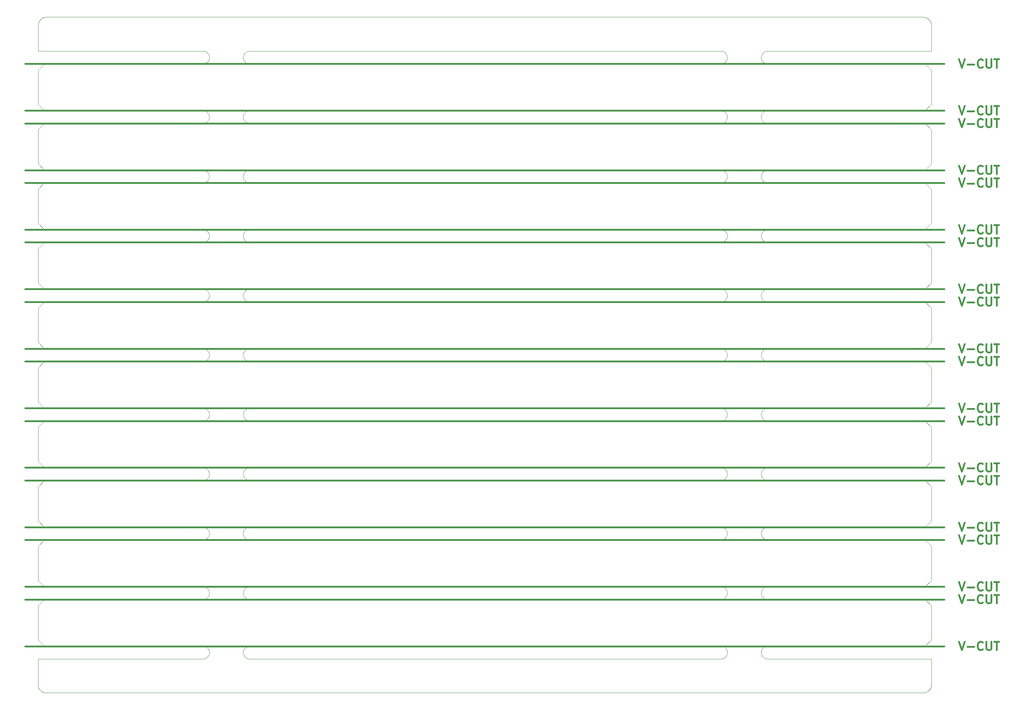
<source format=gbr>
%TF.GenerationSoftware,KiCad,Pcbnew,(6.0.7)*%
%TF.CreationDate,2023-02-06T14:52:35+00:00*%
%TF.ProjectId,Dayspring_Mini_P,44617973-7072-4696-9e67-5f4d696e695f,rev?*%
%TF.SameCoordinates,Original*%
%TF.FileFunction,Profile,NP*%
%FSLAX46Y46*%
G04 Gerber Fmt 4.6, Leading zero omitted, Abs format (unit mm)*
G04 Created by KiCad (PCBNEW (6.0.7)) date 2023-02-06 14:52:35*
%MOMM*%
%LPD*%
G01*
G04 APERTURE LIST*
%TA.AperFunction,Profile*%
%ADD10C,0.100000*%
%TD*%
%TA.AperFunction,Profile*%
%ADD11C,0.400000*%
%TD*%
%ADD12C,0.400000*%
G04 APERTURE END LIST*
D10*
X63278632Y-94199316D02*
X63294656Y-94127960D01*
X63852409Y-39706776D02*
X63794755Y-39661783D01*
X176397590Y-67706776D02*
X176337797Y-67748887D01*
X186199316Y-137971367D02*
X186127960Y-137955343D01*
X186271372Y-53983870D02*
X186199316Y-53971367D01*
X64666889Y-121001797D02*
X64740122Y-121000000D01*
X185000000Y-94509877D02*
X185001797Y-94416889D01*
X64593954Y-67992822D02*
X64521372Y-67983870D01*
X63257177Y-164656045D02*
X63251797Y-164583110D01*
X185436413Y-79436413D02*
X185489379Y-79385985D01*
X54760620Y-53614014D02*
X54705244Y-53661783D01*
X63337102Y-93988035D02*
X63363422Y-93919802D01*
X55233870Y-150271372D02*
X55242822Y-150343954D01*
X185293223Y-107602409D02*
X185338216Y-107544755D01*
D11*
X12000000Y-96000000D02*
X228000000Y-96000000D01*
D10*
X185251112Y-37662202D02*
X185293223Y-37602409D01*
X54911783Y-95455244D02*
X54864014Y-95510620D01*
X16498133Y-82002463D02*
X16486983Y-82013016D01*
X63686413Y-109563586D02*
X63635985Y-109510620D01*
X224995950Y-166002318D02*
X224991989Y-166000444D01*
X54911783Y-93544755D02*
X54956776Y-93602409D01*
X63393058Y-121852944D02*
X63425939Y-121787620D01*
X15002463Y-49501866D02*
X15013016Y-49513016D01*
X63794755Y-163338216D02*
X63852409Y-163293223D01*
X63393058Y-163852944D02*
X63425939Y-163787620D01*
X54330197Y-39886577D02*
X54261964Y-39912897D01*
X176337797Y-39748887D02*
X176276011Y-39788013D01*
X186271372Y-121016129D02*
X186343954Y-121007177D01*
X64740122Y-68000000D02*
X64666889Y-67998202D01*
X63686413Y-163436413D02*
X63739379Y-163385985D01*
X63461986Y-149723988D02*
X63501112Y-149662202D01*
X185852944Y-135143058D02*
X185919802Y-135113422D01*
X54705244Y-81661783D02*
X54647590Y-81706776D01*
X63686413Y-93436413D02*
X63739379Y-93385985D01*
X176992822Y-150656045D02*
X176983870Y-150728627D01*
X176455244Y-37338216D02*
X176510620Y-37385985D01*
X185338216Y-53455244D02*
X185293223Y-53397590D01*
X53906045Y-107007177D02*
X53978627Y-107016129D01*
X185251112Y-135662202D02*
X185293223Y-135602409D01*
X54261964Y-25912897D02*
X54192523Y-25935838D01*
X224998101Y-77501064D02*
X224999626Y-77496449D01*
X63425939Y-23787620D02*
X63461986Y-23723988D01*
X185919802Y-165886577D02*
X185852944Y-165856941D01*
X186271372Y-109983870D02*
X186199316Y-109971367D01*
X185293223Y-51602409D02*
X185338216Y-51544755D01*
X176397590Y-25706776D02*
X176337797Y-25748887D01*
X186271372Y-165983870D02*
X186199316Y-165971367D01*
X176983870Y-80728627D02*
X176971367Y-80800683D01*
X186271372Y-149016129D02*
X186343954Y-149007177D01*
X176935838Y-24057476D02*
X176955343Y-24127960D01*
X224672403Y-173095350D02*
X224754378Y-172958583D01*
X176212379Y-151824060D02*
X176147055Y-151856941D01*
X54998887Y-95337797D02*
X54956776Y-95397590D01*
X54397055Y-163143058D02*
X54462379Y-163175939D01*
X15001414Y-97499789D02*
X15000000Y-97518408D01*
X176886577Y-67080197D02*
X176856941Y-67147055D01*
X64593954Y-79007177D02*
X64666889Y-79001797D01*
X185338216Y-109455244D02*
X185293223Y-109397590D01*
X54526011Y-79211986D02*
X54587797Y-79251112D01*
X63588216Y-67455244D02*
X63543223Y-67397590D01*
X64521372Y-109983870D02*
X64449316Y-109971367D01*
X64169802Y-39886577D02*
X64102944Y-39856941D01*
X185919802Y-137886577D02*
X185852944Y-137856941D01*
X223926152Y-15228286D02*
X223764966Y-15152567D01*
X176510620Y-151614014D02*
X176455244Y-151661783D01*
X176337797Y-107251112D02*
X176397590Y-107293223D01*
X54998887Y-137337797D02*
X54956776Y-137397590D01*
X176661783Y-137455244D02*
X176614014Y-137510620D01*
X63425939Y-37787620D02*
X63461986Y-37723988D01*
X63739379Y-25614014D02*
X63686413Y-25563586D01*
X63635985Y-109510620D02*
X63588216Y-109455244D01*
X54587797Y-121251112D02*
X54647590Y-121293223D01*
X55106941Y-53147055D02*
X55074060Y-53212379D01*
X54526011Y-39788013D02*
X54462379Y-39824060D01*
X63337102Y-109011964D02*
X63314161Y-108942523D01*
X55250000Y-80490122D02*
X55248202Y-80583110D01*
X185113422Y-107919802D02*
X185143058Y-107852944D01*
X63337102Y-95011964D02*
X63314161Y-94942523D01*
X176397590Y-109706776D02*
X176337797Y-109748887D01*
X225000000Y-166018408D02*
X224998940Y-166006149D01*
X186057476Y-149064161D02*
X186127960Y-149044656D01*
X63294656Y-52872039D02*
X63278632Y-52800683D01*
X53759877Y-121000000D02*
X53833110Y-121001797D01*
X54122039Y-53955343D02*
X54050683Y-53971367D01*
X224986983Y-111486983D02*
X223513016Y-110013016D01*
X176563586Y-163436413D02*
X176614014Y-163489379D01*
X175583110Y-65001797D02*
X175656045Y-65007177D01*
X64037620Y-137824060D02*
X63973988Y-137788013D01*
X176276011Y-151788013D02*
X176212379Y-151824060D01*
X63635985Y-135489379D02*
X63686413Y-135436413D01*
X224998940Y-22993850D02*
X225000000Y-22981591D01*
X53906045Y-23007177D02*
X53978627Y-23016129D01*
X54647590Y-53706776D02*
X54587797Y-53748887D01*
X63543223Y-121602409D02*
X63588216Y-121544755D01*
X64666889Y-37001797D02*
X64740122Y-37000000D01*
X185662202Y-81748887D02*
X185602409Y-81706776D01*
X176748887Y-51662202D02*
X176788013Y-51723988D01*
X64169802Y-25886577D02*
X64102944Y-25856941D01*
X185385985Y-151510620D02*
X185338216Y-151455244D01*
X63912202Y-81748887D02*
X63852409Y-81706776D01*
X63294656Y-136872039D02*
X63278632Y-136800683D01*
X176011964Y-109912897D02*
X175942523Y-109935838D01*
X53978627Y-23016129D02*
X54050683Y-23028632D01*
X15000000Y-17018408D02*
X15000204Y-22990043D01*
X175583110Y-95998202D02*
X175509877Y-96000000D01*
X55185838Y-24942523D02*
X55162897Y-25011964D01*
X176983870Y-52271372D02*
X176992822Y-52343954D01*
X176955343Y-38127960D02*
X176971367Y-38199316D01*
X224995950Y-22997681D02*
X224998940Y-22993850D01*
X186199316Y-81971367D02*
X186127960Y-81955343D01*
X64169802Y-165886577D02*
X64102944Y-165856941D01*
X176971367Y-122800683D02*
X176955343Y-122872039D01*
X64307476Y-25935838D02*
X64238035Y-25912897D01*
X176955343Y-150127960D02*
X176971367Y-150199316D01*
X54647590Y-95706776D02*
X54587797Y-95748887D01*
X185211986Y-123276011D02*
X185175939Y-123212379D01*
X55074060Y-79787620D02*
X55106941Y-79852944D01*
X63739379Y-51385985D02*
X63794755Y-51338216D01*
X176011964Y-53912897D02*
X175942523Y-53935838D01*
X63588216Y-121544755D02*
X63635985Y-121489379D01*
X176337797Y-25748887D02*
X176276011Y-25788013D01*
X64102944Y-39856941D02*
X64037620Y-39824060D01*
X64449316Y-135028632D02*
X64521372Y-135016129D01*
X15001016Y-69500686D02*
X15000000Y-69518408D01*
X176824060Y-95212379D02*
X176788013Y-95276011D01*
X63363422Y-81080197D02*
X63337102Y-81011964D01*
X63543223Y-53397590D02*
X63501112Y-53337797D01*
X55106941Y-109147055D02*
X55074060Y-109212379D01*
X185338216Y-67455244D02*
X185293223Y-67397590D01*
X54864014Y-135489379D02*
X54911783Y-135544755D01*
X63501112Y-135662202D02*
X63543223Y-135602409D01*
X176080197Y-95886577D02*
X176011964Y-95912897D01*
X16498133Y-96002463D02*
X16486983Y-96013016D01*
X64666889Y-163001797D02*
X64740122Y-163000000D01*
X64521372Y-23016129D02*
X64593954Y-23007177D01*
X63686413Y-137563586D02*
X63635985Y-137510620D01*
X185211986Y-37723988D02*
X185251112Y-37662202D01*
X177000000Y-164509877D02*
X176998202Y-164583110D01*
X223498381Y-68000708D02*
X186490122Y-68000000D01*
X224095350Y-15327596D02*
X223958583Y-15245621D01*
X54587797Y-23251112D02*
X54647590Y-23293223D01*
X64740122Y-138000000D02*
X64666889Y-137998202D01*
X16822352Y-173991272D02*
X17018408Y-174000000D01*
X185293223Y-135602409D02*
X185338216Y-135544755D01*
X64740122Y-163000000D02*
X175509877Y-163000000D01*
X185044656Y-122127960D02*
X185064161Y-122057476D01*
X185852944Y-163143058D02*
X185919802Y-163113422D01*
X185852944Y-107143058D02*
X185919802Y-107113422D01*
X185852944Y-151856941D02*
X185787620Y-151824060D01*
X54330197Y-23113422D02*
X54397055Y-23143058D01*
X54705244Y-93338216D02*
X54760620Y-93385985D01*
X55162897Y-51988035D02*
X55185838Y-52057476D01*
X185852944Y-121143058D02*
X185919802Y-121113422D01*
X16498133Y-68002463D02*
X16486983Y-68013016D01*
X224989940Y-172195745D02*
X224999096Y-172018386D01*
X15038923Y-172390332D02*
X15086625Y-172580672D01*
X54998887Y-79662202D02*
X55038013Y-79723988D01*
X63973988Y-123788013D02*
X63912202Y-123748887D01*
X63278632Y-150199316D02*
X63294656Y-150127960D01*
X185001797Y-66583110D02*
X185000000Y-66509877D01*
X176510620Y-37385985D02*
X176563586Y-37436413D01*
X54526011Y-121211986D02*
X54587797Y-121251112D01*
X185000000Y-136509877D02*
X185001797Y-136416889D01*
X63852409Y-23293223D02*
X63912202Y-23251112D01*
X185028632Y-136199316D02*
X185044656Y-136127960D01*
X54261964Y-37087102D02*
X54330197Y-37113422D01*
X185028632Y-150800683D02*
X185016129Y-150728627D01*
X185852944Y-37143058D02*
X185919802Y-37113422D01*
X185787620Y-163175939D02*
X185852944Y-163143058D01*
X224997536Y-49501866D02*
X224999506Y-49497423D01*
X64593954Y-109992822D02*
X64521372Y-109983870D01*
X63393058Y-93852944D02*
X63425939Y-93787620D01*
X54587797Y-51251112D02*
X54647590Y-51293223D01*
X185489379Y-107385985D02*
X185544755Y-107338216D01*
X63294656Y-66127960D02*
X63314161Y-66057476D01*
X176912897Y-123011964D02*
X176886577Y-123080197D01*
X176886577Y-95080197D02*
X176856941Y-95147055D01*
X54526011Y-163211986D02*
X54587797Y-163251112D01*
X185602409Y-51293223D02*
X185662202Y-51251112D01*
X63266129Y-94271372D02*
X63278632Y-94199316D01*
X63543223Y-67397590D02*
X63501112Y-67337797D01*
X177000000Y-136490122D02*
X176998202Y-136583110D01*
X54330197Y-93113422D02*
X54397055Y-93143058D01*
X64037620Y-135175939D02*
X64102944Y-135143058D01*
X63588216Y-93544755D02*
X63635985Y-93489379D01*
X185436413Y-121436413D02*
X185489379Y-121385985D01*
X185251112Y-163662202D02*
X185293223Y-163602409D01*
X16486983Y-50986983D02*
X16501618Y-50999291D01*
X176011964Y-37087102D02*
X176080197Y-37113422D01*
X176614014Y-37489379D02*
X176661783Y-37544755D01*
X176276011Y-137788013D02*
X176212379Y-137824060D01*
X54760620Y-79385985D02*
X54813586Y-79436413D01*
X185602409Y-123706776D02*
X185544755Y-123661783D01*
X63393058Y-151147055D02*
X63363422Y-151080197D01*
X186490122Y-26000000D02*
X186416889Y-25998202D01*
X64521372Y-65016129D02*
X64593954Y-65007177D01*
X63852409Y-135293223D02*
X63912202Y-135251112D01*
X176337797Y-149251112D02*
X176397590Y-149293223D01*
X185143058Y-51852944D02*
X185175939Y-51787620D01*
X176998202Y-94583110D02*
X176992822Y-94656045D01*
X223495959Y-134999650D02*
X223501866Y-134997536D01*
X63543223Y-51602409D02*
X63588216Y-51544755D01*
X55162897Y-123011964D02*
X55136577Y-123080197D01*
X185787620Y-151824060D02*
X185723988Y-151788013D01*
X15874272Y-173652116D02*
X15904649Y-173672403D01*
X54192523Y-135064161D02*
X54261964Y-135087102D01*
X185489379Y-79385985D02*
X185544755Y-79338216D01*
X176510620Y-163385985D02*
X176563586Y-163436413D01*
X54261964Y-107087102D02*
X54330197Y-107113422D01*
X185338216Y-165455244D02*
X185293223Y-165397590D01*
X64238035Y-23087102D02*
X64307476Y-23064161D01*
X175942523Y-79064161D02*
X176011964Y-79087102D01*
X54261964Y-137912897D02*
X54192523Y-137935838D01*
X185436413Y-81563586D02*
X185385985Y-81510620D01*
X176886577Y-37919802D02*
X176912897Y-37988035D01*
X54330197Y-51113422D02*
X54397055Y-51143058D01*
X176080197Y-51113422D02*
X176147055Y-51143058D01*
X176455244Y-53661783D02*
X176397590Y-53706776D01*
X64037620Y-165824060D02*
X63973988Y-165788013D01*
X63912202Y-25748887D02*
X63852409Y-25706776D01*
X63278632Y-164800683D02*
X63266129Y-164728627D01*
X185113422Y-25080197D02*
X185087102Y-25011964D01*
X55248202Y-164583110D02*
X55242822Y-164656045D01*
X185723988Y-93211986D02*
X185787620Y-93175939D01*
X186057476Y-25935838D02*
X185988035Y-25912897D01*
X63314161Y-122057476D02*
X63337102Y-121988035D01*
X175656045Y-165992822D02*
X175583110Y-165998202D01*
X185293223Y-25397590D02*
X185251112Y-25337797D01*
X64169802Y-151886577D02*
X64102944Y-151856941D01*
X176706776Y-53397590D02*
X176661783Y-53455244D01*
X223513016Y-152013016D02*
X223498381Y-152000708D01*
X176706776Y-51602409D02*
X176748887Y-51662202D01*
X54587797Y-151748887D02*
X54526011Y-151788013D01*
X185385985Y-53510620D02*
X185338216Y-53455244D01*
X176998202Y-52416889D02*
X177000000Y-52490122D01*
X63794755Y-165661783D02*
X63739379Y-165614014D01*
X63588216Y-135544755D02*
X63635985Y-135489379D01*
X54587797Y-107251112D02*
X54647590Y-107293223D01*
X186416889Y-39998202D02*
X186343954Y-39992822D01*
X185338216Y-37544755D02*
X185385985Y-37489379D01*
X64307476Y-37064161D02*
X64377960Y-37044656D01*
X54330197Y-81886577D02*
X54261964Y-81912897D01*
X63973988Y-135211986D02*
X64037620Y-135175939D01*
X185662202Y-39748887D02*
X185602409Y-39706776D01*
X63257177Y-122343954D02*
X63266129Y-122271372D01*
X16486983Y-148986983D02*
X16501148Y-148999148D01*
X63363422Y-137080197D02*
X63337102Y-137011964D01*
X55074060Y-149787620D02*
X55106941Y-149852944D01*
X63543223Y-79602409D02*
X63588216Y-79544755D01*
X63337102Y-165011964D02*
X63314161Y-164942523D01*
X53906045Y-137992822D02*
X53833110Y-137998202D01*
X176397590Y-151706776D02*
X176337797Y-151748887D01*
X185113422Y-39080197D02*
X185087102Y-39011964D01*
X63501112Y-123337797D02*
X63461986Y-123276011D01*
X54526011Y-65211986D02*
X54587797Y-65251112D01*
X64377960Y-107044656D02*
X64449316Y-107028632D01*
X185016129Y-150271372D02*
X185028632Y-150199316D01*
X176661783Y-107544755D02*
X176706776Y-107602409D01*
X186127960Y-81955343D02*
X186057476Y-81935838D01*
X63266129Y-122728627D02*
X63257177Y-122656045D01*
X64377960Y-151955343D02*
X64307476Y-151935838D01*
X55205343Y-80127960D02*
X55221367Y-80199316D01*
X185113422Y-79919802D02*
X185143058Y-79852944D01*
X185723988Y-109788013D02*
X185662202Y-109748887D01*
X16501618Y-36999291D02*
X53759877Y-37000000D01*
X185113422Y-135919802D02*
X185143058Y-135852944D01*
X175800683Y-121028632D02*
X175872039Y-121044656D01*
X15904649Y-173672403D02*
X16041416Y-173754378D01*
X175800683Y-67971367D02*
X175728627Y-67983870D01*
X63363422Y-39080197D02*
X63337102Y-39011964D01*
X63852409Y-81706776D02*
X63794755Y-81661783D01*
X185113422Y-37919802D02*
X185143058Y-37852944D01*
X64238035Y-123912897D02*
X64169802Y-123886577D01*
X185988035Y-149087102D02*
X186057476Y-149064161D01*
X64666889Y-135001797D02*
X64740122Y-135000000D01*
X175800683Y-151971367D02*
X175728627Y-151983870D01*
X53759877Y-54000000D02*
X16504040Y-54000349D01*
X175583110Y-23001797D02*
X175656045Y-23007177D01*
X55074060Y-107787620D02*
X55106941Y-107852944D01*
X185044656Y-136127960D02*
X185064161Y-136057476D01*
X55136577Y-95080197D02*
X55106941Y-95147055D01*
X54911783Y-107544755D02*
X54956776Y-107602409D01*
X185044656Y-38872039D02*
X185028632Y-38800683D01*
X15000493Y-49497423D02*
X15002463Y-49501866D01*
X175583110Y-109998202D02*
X175509877Y-110000000D01*
X63294656Y-80872039D02*
X63278632Y-80800683D01*
X185007177Y-38656045D02*
X185001797Y-38583110D01*
X185087102Y-81011964D02*
X185064161Y-80942523D01*
X185385985Y-79489379D02*
X185436413Y-79436413D01*
X223942362Y-173763557D02*
X224111091Y-173662424D01*
X176788013Y-23723988D02*
X176824060Y-23787620D01*
X176212379Y-165824060D02*
X176147055Y-165856941D01*
X54998887Y-163662202D02*
X55038013Y-163723988D01*
X64169802Y-121113422D02*
X64238035Y-121087102D01*
X185385985Y-163489379D02*
X185436413Y-163436413D01*
X55221367Y-122800683D02*
X55205343Y-122872039D01*
X54050683Y-37028632D02*
X54122039Y-37044656D01*
X55038013Y-123276011D02*
X54998887Y-123337797D01*
X185044656Y-108872039D02*
X185028632Y-108800683D01*
X63461986Y-53276011D02*
X63425939Y-53212379D01*
X176998202Y-164416889D02*
X177000000Y-164509877D01*
X185723988Y-135211986D02*
X185787620Y-135175939D01*
X223513016Y-124013016D02*
X223498381Y-124000708D01*
X64666889Y-93001797D02*
X64740122Y-93000000D01*
X53759877Y-82000000D02*
X16504040Y-82000349D01*
X55106941Y-23852944D02*
X55136577Y-23919802D01*
X64307476Y-93064161D02*
X64377960Y-93044656D01*
X64238035Y-51087102D02*
X64307476Y-51064161D01*
X63250000Y-136509877D02*
X63251797Y-136416889D01*
X176992822Y-136656045D02*
X176983870Y-136728627D01*
X64377960Y-81955343D02*
X64307476Y-81935838D01*
X223498381Y-54000708D02*
X186490122Y-54000000D01*
X186490122Y-124000000D02*
X186416889Y-123998202D01*
X185662202Y-93251112D02*
X185723988Y-93211986D01*
X53906045Y-65007177D02*
X53978627Y-65016129D01*
X64377960Y-25955343D02*
X64307476Y-25935838D01*
X63251797Y-38583110D02*
X63250000Y-38509877D01*
X176998202Y-66583110D02*
X176992822Y-66656045D01*
X176337797Y-109748887D02*
X176276011Y-109788013D01*
X54705244Y-137661783D02*
X54647590Y-137706776D01*
X175583110Y-121001797D02*
X175656045Y-121007177D01*
X64449316Y-37028632D02*
X64521372Y-37016129D01*
X55242822Y-150343954D02*
X55248202Y-150416889D01*
X176661783Y-163544755D02*
X176706776Y-163602409D01*
X176661783Y-149544755D02*
X176706776Y-149602409D01*
X55242822Y-52343954D02*
X55248202Y-52416889D01*
X223481591Y-51000000D02*
X223496938Y-50999578D01*
X54911783Y-51544755D02*
X54956776Y-51602409D01*
X223501866Y-106997536D02*
X223513016Y-106986983D01*
X63461986Y-163723988D02*
X63501112Y-163662202D01*
X176748887Y-149662202D02*
X176788013Y-149723988D01*
X54526011Y-23211986D02*
X54587797Y-23251112D01*
X63363422Y-37919802D02*
X63393058Y-37852944D01*
D11*
X12000000Y-68000000D02*
X228000000Y-68000000D01*
D10*
X64169802Y-93113422D02*
X64238035Y-93087102D01*
X63794755Y-79338216D02*
X63852409Y-79293223D01*
X176455244Y-39661783D02*
X176397590Y-39706776D01*
X55162897Y-65988035D02*
X55185838Y-66057476D01*
X64037620Y-79175939D02*
X64102944Y-79143058D01*
X175656045Y-51007177D02*
X175728627Y-51016129D01*
X176983870Y-80271372D02*
X176992822Y-80343954D01*
X186416889Y-37001797D02*
X186490122Y-37000000D01*
X54462379Y-137824060D02*
X54397055Y-137856941D01*
X223501472Y-26002170D02*
X223496938Y-26000421D01*
X64037620Y-25824060D02*
X63973988Y-25788013D01*
X186490122Y-110000000D02*
X186416889Y-109998202D01*
X185338216Y-149544755D02*
X185385985Y-149489379D01*
X175872039Y-65044656D02*
X175942523Y-65064161D01*
X176955343Y-66127960D02*
X176971367Y-66199316D01*
X185602409Y-53706776D02*
X185544755Y-53661783D01*
X55136577Y-53080197D02*
X55106941Y-53147055D01*
X176998202Y-24416889D02*
X177000000Y-24509877D01*
X185489379Y-95614014D02*
X185436413Y-95563586D01*
X53833110Y-149001797D02*
X53906045Y-149007177D01*
X54956776Y-79602409D02*
X54998887Y-79662202D01*
X54462379Y-25824060D02*
X54397055Y-25856941D01*
X55038013Y-81276011D02*
X54998887Y-81337797D01*
X185723988Y-163211986D02*
X185787620Y-163175939D01*
X175942523Y-67935838D02*
X175872039Y-67955343D01*
X185175939Y-65787620D02*
X185211986Y-65723988D01*
X185544755Y-135338216D02*
X185602409Y-135293223D01*
X175942523Y-137935838D02*
X175872039Y-137955343D01*
X63425939Y-51787620D02*
X63461986Y-51723988D01*
X176935838Y-136057476D02*
X176955343Y-136127960D01*
X186343954Y-123992822D02*
X186271372Y-123983870D01*
X176912897Y-109011964D02*
X176886577Y-109080197D01*
X185988035Y-123912897D02*
X185919802Y-123886577D01*
X185293223Y-95397590D02*
X185251112Y-95337797D01*
X54122039Y-165955343D02*
X54050683Y-165971367D01*
X54261964Y-23087102D02*
X54330197Y-23113422D01*
X64449316Y-93028632D02*
X64521372Y-93016129D01*
X54122039Y-149044656D02*
X54192523Y-149064161D01*
X15348026Y-15874073D02*
X15327596Y-15904649D01*
X15010107Y-172196233D02*
X15038923Y-172390332D01*
X15013016Y-105513016D02*
X16486983Y-106986983D01*
X15000204Y-22990043D02*
X15001500Y-22994727D01*
X175942523Y-165935838D02*
X175872039Y-165955343D01*
X185544755Y-23338216D02*
X185602409Y-23293223D01*
X185489379Y-25614014D02*
X185436413Y-25563586D01*
X176955343Y-108872039D02*
X176935838Y-108942523D01*
X175942523Y-135064161D02*
X176011964Y-135087102D01*
X54192523Y-81935838D02*
X54122039Y-81955343D01*
X185211986Y-137276011D02*
X185175939Y-137212379D01*
X176212379Y-81824060D02*
X176147055Y-81856941D01*
X185662202Y-137748887D02*
X185602409Y-137706776D01*
X64449316Y-25971367D02*
X64377960Y-25955343D01*
X185007177Y-66656045D02*
X185001797Y-66583110D01*
X185143058Y-149852944D02*
X185175939Y-149787620D01*
X176788013Y-163723988D02*
X176824060Y-163787620D01*
X175583110Y-137998202D02*
X175509877Y-138000000D01*
X54587797Y-149251112D02*
X54647590Y-149293223D01*
X185064161Y-38057476D02*
X185087102Y-37988035D01*
X185787620Y-137824060D02*
X185723988Y-137788013D01*
X63501112Y-51662202D02*
X63543223Y-51602409D01*
X16235033Y-173847432D02*
X16419327Y-173913374D01*
X185007177Y-122656045D02*
X185001797Y-122583110D01*
X54526011Y-107211986D02*
X54587797Y-107251112D01*
X176788013Y-65723988D02*
X176824060Y-65787620D01*
X55106941Y-51852944D02*
X55136577Y-51919802D01*
X63425939Y-81212379D02*
X63393058Y-81147055D01*
X63251797Y-80583110D02*
X63250000Y-80509877D01*
X177000000Y-122490122D02*
X176998202Y-122583110D01*
X63266129Y-66271372D02*
X63278632Y-66199316D01*
X185385985Y-51489379D02*
X185436413Y-51436413D01*
X185662202Y-37251112D02*
X185723988Y-37211986D01*
X15002463Y-161501866D02*
X15013016Y-161513016D01*
X176455244Y-67661783D02*
X176397590Y-67706776D01*
X176992822Y-94656045D02*
X176983870Y-94728627D01*
X63501112Y-79662202D02*
X63543223Y-79602409D01*
X63635985Y-121489379D02*
X63686413Y-121436413D01*
D11*
X12000000Y-107000000D02*
X228000000Y-107000000D01*
D10*
X63973988Y-39788013D02*
X63912202Y-39748887D01*
X15086625Y-16419327D02*
X15042902Y-16591962D01*
X55248202Y-150416889D02*
X55250000Y-150490122D01*
X15002463Y-125498133D02*
X15000421Y-125503061D01*
X63501112Y-165337797D02*
X63461986Y-165276011D01*
X176563586Y-81563586D02*
X176510620Y-81614014D01*
X55038013Y-107723988D02*
X55074060Y-107787620D01*
X185028632Y-136800683D02*
X185016129Y-136728627D01*
X63425939Y-107787620D02*
X63461986Y-107723988D01*
X54526011Y-93211986D02*
X54587797Y-93251112D01*
X176080197Y-37113422D02*
X176147055Y-37143058D01*
X54397055Y-81856941D02*
X54330197Y-81886577D01*
X63686413Y-51436413D02*
X63739379Y-51385985D01*
X176011964Y-51087102D02*
X176080197Y-51113422D01*
X64238035Y-95912897D02*
X64169802Y-95886577D01*
X54397055Y-109856941D02*
X54330197Y-109886577D01*
X54705244Y-121338216D02*
X54760620Y-121385985D01*
X63314161Y-80057476D02*
X63337102Y-79988035D01*
X63314161Y-24942523D02*
X63294656Y-24872039D01*
X63257177Y-108656045D02*
X63251797Y-108583110D01*
X185544755Y-137661783D02*
X185489379Y-137614014D01*
X54998887Y-53337797D02*
X54956776Y-53397590D01*
X64521372Y-67983870D02*
X64449316Y-67971367D01*
X54122039Y-123955343D02*
X54050683Y-123971367D01*
X185723988Y-51211986D02*
X185787620Y-51175939D01*
X63852409Y-93293223D02*
X63912202Y-93251112D01*
X186343954Y-107007177D02*
X186416889Y-107001797D01*
X63393058Y-65852944D02*
X63425939Y-65787620D01*
X185852944Y-67856941D02*
X185787620Y-67824060D01*
X176992822Y-108343954D02*
X176998202Y-108416889D01*
X176983870Y-136271372D02*
X176992822Y-136343954D01*
X176706776Y-121602409D02*
X176748887Y-121662202D01*
X63739379Y-95614014D02*
X63686413Y-95563586D01*
X55162897Y-107988035D02*
X55185838Y-108057476D01*
X176856941Y-137147055D02*
X176824060Y-137212379D01*
X186416889Y-95998202D02*
X186343954Y-95992822D01*
X185064161Y-80942523D02*
X185044656Y-80872039D01*
X64307476Y-137935838D02*
X64238035Y-137912897D01*
X15245621Y-172958583D02*
X15327596Y-173095350D01*
X176276011Y-65211986D02*
X176337797Y-65251112D01*
X223498851Y-40000851D02*
X186490122Y-40000000D01*
X63337102Y-25011964D02*
X63314161Y-24942523D01*
X63257177Y-80656045D02*
X63251797Y-80583110D01*
X54587797Y-165748887D02*
X54526011Y-165788013D01*
X54813586Y-95563586D02*
X54760620Y-95614014D01*
X185338216Y-121544755D02*
X185385985Y-121489379D01*
X223513016Y-162986983D02*
X224986983Y-161513016D01*
X55074060Y-51787620D02*
X55106941Y-51852944D01*
X176455244Y-149338216D02*
X176510620Y-149385985D01*
X223481591Y-26000000D02*
X186490122Y-26000000D01*
X15013016Y-49513016D02*
X16486983Y-50986983D01*
X223513016Y-134986983D02*
X224986983Y-133513016D01*
X185602409Y-67706776D02*
X185544755Y-67661783D01*
X175800683Y-123971367D02*
X175728627Y-123983870D01*
X175942523Y-109935838D02*
X175872039Y-109955343D01*
X186057476Y-121064161D02*
X186127960Y-121044656D01*
X54911783Y-149544755D02*
X54956776Y-149602409D01*
X54397055Y-51143058D02*
X54462379Y-51175939D01*
X54911783Y-137455244D02*
X54864014Y-137510620D01*
X63686413Y-149436413D02*
X63739379Y-149385985D01*
X54647590Y-65293223D02*
X54705244Y-65338216D01*
X176510620Y-107385985D02*
X176563586Y-107436413D01*
X176998202Y-38583110D02*
X176992822Y-38656045D01*
X54760620Y-123614014D02*
X54705244Y-123661783D01*
X63257177Y-136343954D02*
X63266129Y-136271372D01*
X186057476Y-81935838D02*
X185988035Y-81912897D01*
X185919802Y-149113422D02*
X185988035Y-149087102D01*
X63393058Y-107852944D02*
X63425939Y-107787620D01*
X63852409Y-107293223D02*
X63912202Y-107251112D01*
X64307476Y-53935838D02*
X64238035Y-53912897D01*
X54122039Y-135044656D02*
X54192523Y-135064161D01*
X64521372Y-121016129D02*
X64593954Y-121007177D01*
X64593954Y-123992822D02*
X64521372Y-123983870D01*
X64238035Y-165912897D02*
X64169802Y-165886577D01*
X176824060Y-149787620D02*
X176856941Y-149852944D01*
X54526011Y-123788013D02*
X54462379Y-123824060D01*
X186199316Y-95971367D02*
X186127960Y-95955343D01*
X63294656Y-150127960D02*
X63314161Y-150057476D01*
X185087102Y-67011964D02*
X185064161Y-66942523D01*
X175800683Y-23028632D02*
X175872039Y-23044656D01*
X64593954Y-149007177D02*
X64666889Y-149001797D01*
X64740122Y-166000000D02*
X64666889Y-165998202D01*
X185007177Y-122343954D02*
X185016129Y-122271372D01*
X176971367Y-94199316D02*
X176983870Y-94271372D01*
X176080197Y-165886577D02*
X176011964Y-165912897D01*
X176935838Y-94057476D02*
X176955343Y-94127960D01*
X63266129Y-24728627D02*
X63257177Y-24656045D01*
X53833110Y-93001797D02*
X53906045Y-93007177D01*
X55248202Y-122583110D02*
X55242822Y-122656045D01*
X63363422Y-151080197D02*
X63337102Y-151011964D01*
X224986983Y-49513016D02*
X224997536Y-49501866D01*
X54864014Y-79489379D02*
X54911783Y-79544755D01*
D11*
X12000000Y-65000000D02*
X228000000Y-65000000D01*
D10*
X54647590Y-25706776D02*
X54587797Y-25748887D01*
X64238035Y-53912897D02*
X64169802Y-53886577D01*
X176011964Y-67912897D02*
X175942523Y-67935838D01*
X63543223Y-23602409D02*
X63588216Y-23544755D01*
X176998202Y-108416889D02*
X177000000Y-108490122D01*
X176397590Y-165706776D02*
X176337797Y-165748887D01*
X177000000Y-80490122D02*
X176998202Y-80583110D01*
X175872039Y-107044656D02*
X175942523Y-107064161D01*
X64740122Y-65000000D02*
X175509877Y-65000000D01*
X176983870Y-94728627D02*
X176971367Y-94800683D01*
X55221367Y-108800683D02*
X55205343Y-108872039D01*
X185436413Y-165563586D02*
X185385985Y-165510620D01*
X55074060Y-37787620D02*
X55106941Y-37852944D01*
X176912897Y-149988035D02*
X176935838Y-150057476D01*
X55106941Y-67147055D02*
X55074060Y-67212379D01*
X64449316Y-137971367D02*
X64377960Y-137955343D01*
X176080197Y-79113422D02*
X176147055Y-79143058D01*
X54760620Y-165614014D02*
X54705244Y-165661783D01*
X185016129Y-66271372D02*
X185028632Y-66199316D01*
X176998202Y-24583110D02*
X176992822Y-24656045D01*
X63257177Y-24656045D02*
X63251797Y-24583110D01*
X185919802Y-121113422D02*
X185988035Y-121087102D01*
X175656045Y-37007177D02*
X175728627Y-37016129D01*
X185293223Y-65602409D02*
X185338216Y-65544755D01*
X54261964Y-51087102D02*
X54330197Y-51113422D01*
X185338216Y-65544755D02*
X185385985Y-65489379D01*
X15001204Y-83500233D02*
X15000000Y-83518408D01*
X176614014Y-51489379D02*
X176661783Y-51544755D01*
X176935838Y-66942523D02*
X176912897Y-67011964D01*
X176276011Y-53788013D02*
X176212379Y-53824060D01*
X64593954Y-37007177D02*
X64666889Y-37001797D01*
X175800683Y-65028632D02*
X175872039Y-65044656D01*
X63686413Y-123563586D02*
X63635985Y-123510620D01*
X176788013Y-81276011D02*
X176748887Y-81337797D01*
X55074060Y-151212379D02*
X55038013Y-151276011D01*
X63686413Y-65436413D02*
X63739379Y-65385985D01*
X185723988Y-95788013D02*
X185662202Y-95748887D01*
X185852944Y-165856941D02*
X185787620Y-165824060D01*
X64377960Y-149044656D02*
X64449316Y-149028632D01*
X55205343Y-24872039D02*
X55185838Y-24942523D01*
X185662202Y-79251112D02*
X185723988Y-79211986D01*
X54122039Y-163044656D02*
X54192523Y-163064161D01*
X54864014Y-163489379D02*
X54911783Y-163544755D01*
X55205343Y-24127960D02*
X55221367Y-24199316D01*
X186343954Y-39992822D02*
X186271372Y-39983870D01*
X15042902Y-16591962D02*
X15035728Y-16628028D01*
X63852409Y-165706776D02*
X63794755Y-165661783D01*
X176397590Y-23293223D02*
X176455244Y-23338216D01*
X54705244Y-163338216D02*
X54760620Y-163385985D01*
X224997536Y-69498133D02*
X224986983Y-69486983D01*
X185723988Y-123788013D02*
X185662202Y-123748887D01*
X185602409Y-137706776D02*
X185544755Y-137661783D01*
X176992822Y-80656045D02*
X176983870Y-80728627D01*
X176276011Y-149211986D02*
X176337797Y-149251112D01*
X55038013Y-67276011D02*
X54998887Y-67337797D01*
X63266129Y-80728627D02*
X63257177Y-80656045D01*
X176011964Y-65087102D02*
X176080197Y-65113422D01*
X15327596Y-15904649D02*
X15236442Y-16057637D01*
X54462379Y-107175939D02*
X54526011Y-107211986D01*
X63794755Y-51338216D02*
X63852409Y-51293223D01*
X176912897Y-53011964D02*
X176886577Y-53080197D01*
X176011964Y-163087102D02*
X176080197Y-163113422D01*
X54397055Y-67856941D02*
X54330197Y-67886577D01*
X185064161Y-52942523D02*
X185044656Y-52872039D01*
X176706776Y-37602409D02*
X176748887Y-37662202D01*
X176886577Y-109080197D02*
X176856941Y-109147055D01*
X185338216Y-151455244D02*
X185293223Y-151397590D01*
X177000000Y-150490122D02*
X176998202Y-150583110D01*
X63294656Y-122872039D02*
X63278632Y-122800683D01*
X176661783Y-123455244D02*
X176614014Y-123510620D01*
X63425939Y-137212379D02*
X63393058Y-137147055D01*
X185064161Y-94942523D02*
X185044656Y-94872039D01*
X185028632Y-38800683D02*
X185016129Y-38728627D01*
X16217991Y-15160111D02*
X16073847Y-15228286D01*
X185544755Y-93338216D02*
X185602409Y-93293223D01*
X63393058Y-23852944D02*
X63425939Y-23787620D01*
X176706776Y-23602409D02*
X176748887Y-23662202D01*
X175872039Y-23044656D02*
X175942523Y-23064161D01*
X55221367Y-80800683D02*
X55205343Y-80872039D01*
X185064161Y-38942523D02*
X185044656Y-38872039D01*
X15228286Y-172926152D02*
X15245621Y-172958583D01*
X185489379Y-163385985D02*
X185544755Y-163338216D01*
X185919802Y-135113422D02*
X185988035Y-135087102D01*
X55205343Y-94127960D02*
X55221367Y-94199316D01*
X185544755Y-123661783D02*
X185489379Y-123614014D01*
X185852944Y-79143058D02*
X185919802Y-79113422D01*
X64593954Y-23007177D02*
X64666889Y-23001797D01*
X63461986Y-151276011D02*
X63425939Y-151212379D01*
X53833110Y-53998202D02*
X53759877Y-54000000D01*
X185988035Y-107087102D02*
X186057476Y-107064161D01*
X186127960Y-135044656D02*
X186199316Y-135028632D01*
X223498851Y-36999148D02*
X223513016Y-36986983D01*
X176455244Y-25661783D02*
X176397590Y-25706776D01*
X186127960Y-163044656D02*
X186199316Y-163028632D01*
X63852409Y-79293223D02*
X63912202Y-79251112D01*
X176788013Y-67276011D02*
X176748887Y-67337797D01*
X176748887Y-93662202D02*
X176788013Y-93723988D01*
X55248202Y-80583110D02*
X55242822Y-80656045D01*
X186490122Y-51000000D02*
X223481591Y-51000000D01*
X176935838Y-108942523D02*
X176912897Y-109011964D01*
X55248202Y-24416889D02*
X55250000Y-24490122D01*
X186343954Y-95992822D02*
X186271372Y-95983870D01*
X55106941Y-65852944D02*
X55136577Y-65919802D01*
X185988035Y-95912897D02*
X185919802Y-95886577D01*
X176706776Y-95397590D02*
X176661783Y-95455244D01*
X64666889Y-67998202D02*
X64593954Y-67992822D01*
X175800683Y-37028632D02*
X175872039Y-37044656D01*
X185028632Y-80800683D02*
X185016129Y-80728627D01*
X63543223Y-93602409D02*
X63588216Y-93544755D01*
X225000000Y-22981591D02*
X225000000Y-17018408D01*
X16501618Y-106999291D02*
X53759877Y-107000000D01*
X54956776Y-53397590D02*
X54911783Y-53455244D01*
X63912202Y-135251112D02*
X63973988Y-135211986D01*
X63250000Y-66509877D02*
X63251797Y-66416889D01*
X185143058Y-109147055D02*
X185113422Y-109080197D01*
X176397590Y-93293223D02*
X176455244Y-93338216D01*
X63501112Y-65662202D02*
X63543223Y-65602409D01*
X185016129Y-122271372D02*
X185028632Y-122199316D01*
X53978627Y-151983870D02*
X53906045Y-151992822D01*
X54330197Y-79113422D02*
X54397055Y-79143058D01*
X54330197Y-67886577D02*
X54261964Y-67912897D01*
X224998795Y-105499766D02*
X225000000Y-105481591D01*
X176912897Y-81011964D02*
X176886577Y-81080197D01*
X54705244Y-109661783D02*
X54647590Y-109706776D01*
X176212379Y-37175939D02*
X176276011Y-37211986D01*
X55074060Y-67212379D02*
X55038013Y-67276011D01*
X64666889Y-123998202D02*
X64593954Y-123992822D01*
X63314161Y-38942523D02*
X63294656Y-38872039D01*
X185919802Y-65113422D02*
X185988035Y-65087102D01*
X185489379Y-137614014D02*
X185436413Y-137563586D01*
X55205343Y-164872039D02*
X55185838Y-164942523D01*
X176212379Y-135175939D02*
X176276011Y-135211986D01*
X54998887Y-25337797D02*
X54956776Y-25397590D01*
X176147055Y-79143058D02*
X176212379Y-79175939D01*
X185000000Y-122509877D02*
X185001797Y-122416889D01*
X185602409Y-25706776D02*
X185544755Y-25661783D01*
X55038013Y-79723988D02*
X55074060Y-79787620D01*
X63912202Y-79251112D02*
X63973988Y-79211986D01*
X176706776Y-25397590D02*
X176661783Y-25455244D01*
X54760620Y-109614014D02*
X54705244Y-109661783D01*
X55074060Y-95212379D02*
X55038013Y-95276011D01*
X63686413Y-81563586D02*
X63635985Y-81510620D01*
X185087102Y-51988035D02*
X185113422Y-51919802D01*
X55136577Y-39080197D02*
X55106941Y-39147055D01*
X54462379Y-109824060D02*
X54397055Y-109856941D01*
X176856941Y-121852944D02*
X176886577Y-121919802D01*
X223513016Y-82013016D02*
X223498381Y-82000708D01*
X185113422Y-23919802D02*
X185143058Y-23852944D01*
X63294656Y-38872039D02*
X63278632Y-38800683D01*
X176276011Y-95788013D02*
X176212379Y-95824060D01*
X223495959Y-106999650D02*
X223501866Y-106997536D01*
X176706776Y-79602409D02*
X176748887Y-79662202D01*
X55205343Y-66872039D02*
X55185838Y-66942523D01*
X186416889Y-121001797D02*
X186490122Y-121000000D01*
X176992822Y-122343954D02*
X176998202Y-122416889D01*
X176276011Y-39788013D02*
X176212379Y-39824060D01*
X55106941Y-135852944D02*
X55136577Y-135919802D01*
X176397590Y-65293223D02*
X176455244Y-65338216D01*
X185385985Y-39510620D02*
X185338216Y-39455244D01*
X54705244Y-23338216D02*
X54760620Y-23385985D01*
X55250000Y-150490122D02*
X55248202Y-150583110D01*
X175509877Y-68000000D02*
X64740122Y-68000000D01*
X185436413Y-135436413D02*
X185489379Y-135385985D01*
X15000000Y-111518408D02*
X15000493Y-119497423D01*
X185143058Y-93852944D02*
X185175939Y-93787620D01*
X185852944Y-25856941D02*
X185787620Y-25824060D01*
X176886577Y-165080197D02*
X176856941Y-165147055D01*
X63794755Y-37338216D02*
X63852409Y-37293223D01*
X176080197Y-39886577D02*
X176011964Y-39912897D01*
X64307476Y-165935838D02*
X64238035Y-165912897D01*
X63257177Y-24343954D02*
X63266129Y-24271372D01*
X224426576Y-15599426D02*
X224400573Y-15573423D01*
X185602409Y-107293223D02*
X185662202Y-107251112D01*
X186416889Y-79001797D02*
X186490122Y-79000000D01*
X55250000Y-24490122D02*
X55248202Y-24583110D01*
X54813586Y-79436413D02*
X54864014Y-79489379D01*
X64740122Y-149000000D02*
X175509877Y-149000000D01*
X176276011Y-135211986D02*
X176337797Y-135251112D01*
X185064161Y-136057476D02*
X185087102Y-135988035D01*
X15454175Y-173268308D02*
X15573423Y-173400573D01*
X176080197Y-25886577D02*
X176011964Y-25912897D01*
X54647590Y-93293223D02*
X54705244Y-93338216D01*
X63635985Y-95510620D02*
X63588216Y-95455244D01*
X64037620Y-51175939D02*
X64102944Y-51143058D01*
X185001797Y-122416889D02*
X185007177Y-122343954D01*
X55136577Y-107919802D02*
X55162897Y-107988035D01*
X53906045Y-151992822D02*
X53833110Y-151998202D01*
X63588216Y-81455244D02*
X63543223Y-81397590D01*
X176971367Y-164800683D02*
X176955343Y-164872039D01*
X186416889Y-135001797D02*
X186490122Y-135000000D01*
X185064161Y-164942523D02*
X185044656Y-164872039D01*
X64593954Y-95992822D02*
X64521372Y-95983870D01*
X63251797Y-122583110D02*
X63250000Y-122509877D01*
X63973988Y-23211986D02*
X64037620Y-23175939D01*
X185211986Y-81276011D02*
X185175939Y-81212379D01*
X63973988Y-121211986D02*
X64037620Y-121175939D01*
X175509877Y-65000000D02*
X175583110Y-65001797D01*
X176510620Y-165614014D02*
X176455244Y-165661783D01*
X55074060Y-23787620D02*
X55106941Y-23852944D01*
X16498133Y-124002463D02*
X16486983Y-124013016D01*
X224754378Y-172958583D02*
X224771713Y-172926152D01*
X16504040Y-40000349D02*
X16498133Y-40002463D01*
X55233870Y-136728627D02*
X55221367Y-136800683D01*
X63278632Y-136800683D02*
X63266129Y-136728627D01*
X16486983Y-54013016D02*
X15013016Y-55486983D01*
X186490122Y-96000000D02*
X186416889Y-95998202D01*
X54998887Y-23662202D02*
X55038013Y-23723988D01*
X186490122Y-152000000D02*
X186416889Y-151998202D01*
X224999291Y-161498381D02*
X224999506Y-153502576D01*
X54813586Y-23436413D02*
X54864014Y-23489379D01*
X63251797Y-150583110D02*
X63250000Y-150509877D01*
X185211986Y-151276011D02*
X185175939Y-151212379D01*
X54760620Y-67614014D02*
X54705244Y-67661783D01*
X15000851Y-55501148D02*
X15000493Y-63497423D01*
X176563586Y-149436413D02*
X176614014Y-149489379D01*
X54261964Y-151912897D02*
X54192523Y-151935838D01*
X63251797Y-122416889D02*
X63257177Y-122343954D01*
X186416889Y-109998202D02*
X186343954Y-109992822D01*
X63739379Y-37385985D02*
X63794755Y-37338216D01*
X186490122Y-40000000D02*
X186416889Y-39998202D01*
X64238035Y-93087102D02*
X64307476Y-93064161D01*
X64169802Y-109886577D02*
X64102944Y-109856941D01*
X176706776Y-39397590D02*
X176661783Y-39455244D01*
X64449316Y-51028632D02*
X64521372Y-51016129D01*
X176276011Y-79211986D02*
X176337797Y-79251112D01*
X63973988Y-163211986D02*
X64037620Y-163175939D01*
X224999506Y-125502576D02*
X224997536Y-125498133D01*
X176955343Y-122127960D02*
X176971367Y-122199316D01*
X224986983Y-161513016D02*
X224999291Y-161498381D01*
X176824060Y-39212379D02*
X176788013Y-39276011D01*
X176614014Y-65489379D02*
X176661783Y-65544755D01*
X224997536Y-153498133D02*
X224986983Y-153486983D01*
X185293223Y-79602409D02*
X185338216Y-79544755D01*
X223513016Y-120986983D02*
X224986983Y-119513016D01*
X15000493Y-35497423D02*
X15002463Y-35501866D01*
X186057476Y-151935838D02*
X185988035Y-151912897D01*
X176455244Y-165661783D02*
X176397590Y-165706776D01*
X185919802Y-163113422D02*
X185988035Y-163087102D01*
X63588216Y-25455244D02*
X63543223Y-25397590D01*
X63973988Y-109788013D02*
X63912202Y-109748887D01*
X63739379Y-53614014D02*
X63686413Y-53563586D01*
X186127960Y-165955343D02*
X186057476Y-165935838D01*
X54330197Y-165886577D02*
X54261964Y-165912897D01*
X55248202Y-164416889D02*
X55250000Y-164509877D01*
X53978627Y-123983870D02*
X53906045Y-123992822D01*
X185436413Y-109563586D02*
X185385985Y-109510620D01*
X63794755Y-95661783D02*
X63739379Y-95614014D01*
X53833110Y-37001797D02*
X53906045Y-37007177D01*
X185016129Y-136728627D02*
X185007177Y-136656045D01*
X176510620Y-51385985D02*
X176563586Y-51436413D01*
X185385985Y-65489379D02*
X185436413Y-65436413D01*
X185211986Y-121723988D02*
X185251112Y-121662202D01*
X176955343Y-108127960D02*
X176971367Y-108199316D01*
X224997536Y-111498133D02*
X224986983Y-111486983D01*
X185293223Y-137397590D02*
X185251112Y-137337797D01*
X185988035Y-25912897D02*
X185919802Y-25886577D01*
X63294656Y-108872039D02*
X63278632Y-108800683D01*
X176661783Y-81455244D02*
X176614014Y-81510620D01*
X186271372Y-123983870D02*
X186199316Y-123971367D01*
X54261964Y-93087102D02*
X54330197Y-93113422D01*
X55221367Y-52800683D02*
X55205343Y-52872039D01*
X177000000Y-52490122D02*
X176998202Y-52583110D01*
X185338216Y-51544755D02*
X185385985Y-51489379D01*
X64740122Y-37000000D02*
X175509877Y-37000000D01*
X186271372Y-51016129D02*
X186343954Y-51007177D01*
X175800683Y-109971367D02*
X175728627Y-109983870D01*
X64593954Y-151992822D02*
X64521372Y-151983870D01*
X63635985Y-149489379D02*
X63686413Y-149436413D01*
X63251797Y-94416889D02*
X63257177Y-94343954D01*
X176510620Y-25614014D02*
X176455244Y-25661783D01*
X185787620Y-93175939D02*
X185852944Y-93143058D01*
X64307476Y-109935838D02*
X64238035Y-109912897D01*
X64102944Y-37143058D02*
X64169802Y-37113422D01*
X175583110Y-151998202D02*
X175509877Y-152000000D01*
X176971367Y-80199316D02*
X176983870Y-80271372D01*
X185087102Y-93988035D02*
X185113422Y-93919802D01*
X55221367Y-24199316D02*
X55233870Y-24271372D01*
X176788013Y-109276011D02*
X176748887Y-109337797D01*
X186057476Y-65064161D02*
X186127960Y-65044656D01*
X64593954Y-135007177D02*
X64666889Y-135001797D01*
X185988035Y-37087102D02*
X186057476Y-37064161D01*
X176455244Y-95661783D02*
X176397590Y-95706776D01*
X55242822Y-24343954D02*
X55248202Y-24416889D01*
X54261964Y-149087102D02*
X54330197Y-149113422D01*
X63294656Y-136127960D02*
X63314161Y-136057476D01*
X16486983Y-68013016D02*
X15013016Y-69486983D01*
X54122039Y-81955343D02*
X54050683Y-81971367D01*
X185007177Y-52343954D02*
X185016129Y-52271372D01*
X54330197Y-163113422D02*
X54397055Y-163143058D01*
D11*
X12000000Y-163000000D02*
X228000000Y-163000000D01*
D10*
X63686413Y-23436413D02*
X63739379Y-23385985D01*
X54705244Y-165661783D02*
X54647590Y-165706776D01*
X63686413Y-79436413D02*
X63739379Y-79385985D01*
X175728627Y-39983870D02*
X175656045Y-39992822D01*
X186416889Y-65001797D02*
X186490122Y-65000000D01*
X176955343Y-94127960D02*
X176971367Y-94199316D01*
X63461986Y-25276011D02*
X63425939Y-25212379D01*
X185251112Y-81337797D02*
X185211986Y-81276011D01*
X63739379Y-137614014D02*
X63686413Y-137563586D01*
X54760620Y-137614014D02*
X54705244Y-137661783D01*
X64169802Y-135113422D02*
X64238035Y-135087102D01*
X176856941Y-135852944D02*
X176886577Y-135919802D01*
X63912202Y-39748887D02*
X63852409Y-39706776D01*
X54122039Y-25955343D02*
X54050683Y-25971367D01*
X63852409Y-67706776D02*
X63794755Y-67661783D01*
X64037620Y-107175939D02*
X64102944Y-107143058D01*
X64593954Y-137992822D02*
X64521372Y-137983870D01*
X64102944Y-123856941D02*
X64037620Y-123824060D01*
X175583110Y-67998202D02*
X175509877Y-68000000D01*
X63251797Y-24583110D02*
X63250000Y-24490122D01*
X63278632Y-38199316D02*
X63294656Y-38127960D01*
X186199316Y-25971367D02*
X186127960Y-25955343D01*
X185028632Y-108800683D02*
X185016129Y-108728627D01*
X54192523Y-79064161D02*
X54261964Y-79087102D01*
X185000000Y-150509877D02*
X185001797Y-150416889D01*
X53906045Y-67992822D02*
X53833110Y-67998202D01*
X63635985Y-81510620D02*
X63588216Y-81455244D01*
X54050683Y-151971367D02*
X53978627Y-151983870D01*
X64377960Y-165955343D02*
X64307476Y-165935838D01*
X55185838Y-164942523D02*
X55162897Y-165011964D01*
X224998983Y-119499313D02*
X225000000Y-119481591D01*
X54998887Y-123337797D02*
X54956776Y-123397590D01*
X176011964Y-123912897D02*
X175942523Y-123935838D01*
X63461986Y-137276011D02*
X63425939Y-137212379D01*
X175942523Y-37064161D02*
X176011964Y-37087102D01*
X185016129Y-80728627D02*
X185007177Y-80656045D01*
X177000000Y-38490122D02*
X176998202Y-38583110D01*
X186199316Y-51028632D02*
X186271372Y-51016129D01*
X176998202Y-150583110D02*
X176992822Y-150656045D01*
X63588216Y-79544755D02*
X63635985Y-79489379D01*
X185251112Y-123337797D02*
X185211986Y-123276011D01*
X176212379Y-163175939D02*
X176276011Y-163211986D01*
X54864014Y-39510620D02*
X54813586Y-39563586D01*
X63314161Y-38057476D02*
X63337102Y-37988035D01*
X64521372Y-37016129D02*
X64593954Y-37007177D01*
X64740122Y-79000000D02*
X175509877Y-79000000D01*
X55162897Y-135988035D02*
X55185838Y-136057476D01*
X176748887Y-65662202D02*
X176788013Y-65723988D01*
X175583110Y-93001797D02*
X175656045Y-93007177D01*
X224986983Y-83486983D02*
X223513016Y-82013016D01*
X64307476Y-51064161D02*
X64377960Y-51044656D01*
X54192523Y-151935838D02*
X54122039Y-151955343D01*
X186416889Y-123998202D02*
X186343954Y-123992822D01*
X55248202Y-136583110D02*
X55242822Y-136656045D01*
X176455244Y-23338216D02*
X176510620Y-23385985D01*
X53978627Y-67983870D02*
X53906045Y-67992822D01*
X175800683Y-93028632D02*
X175872039Y-93044656D01*
X63501112Y-37662202D02*
X63543223Y-37602409D01*
X175800683Y-51028632D02*
X175872039Y-51044656D01*
X54998887Y-149662202D02*
X55038013Y-149723988D01*
X176955343Y-136872039D02*
X176935838Y-136942523D01*
X63635985Y-67510620D02*
X63588216Y-67455244D01*
X54587797Y-123748887D02*
X54526011Y-123788013D01*
X175509877Y-54000000D02*
X64740122Y-54000000D01*
X55221367Y-164199316D02*
X55233870Y-164271372D01*
X54813586Y-137563586D02*
X54760620Y-137614014D01*
X185544755Y-37338216D02*
X185602409Y-37293223D01*
X224999506Y-49497423D02*
X225000000Y-41518408D01*
X223513016Y-36986983D02*
X224986983Y-35513016D01*
X176080197Y-23113422D02*
X176147055Y-23143058D01*
X185113422Y-121919802D02*
X185143058Y-121852944D01*
X176276011Y-67788013D02*
X176212379Y-67824060D01*
X176455244Y-65338216D02*
X176510620Y-65385985D01*
X63257177Y-80343954D02*
X63266129Y-80271372D01*
X63794755Y-25661783D02*
X63739379Y-25614014D01*
X176563586Y-109563586D02*
X176510620Y-109614014D01*
X185001797Y-80416889D02*
X185007177Y-80343954D01*
X63635985Y-107489379D02*
X63686413Y-107436413D01*
X63278632Y-164199316D02*
X63294656Y-164127960D01*
X176748887Y-107662202D02*
X176788013Y-107723988D01*
X176080197Y-67886577D02*
X176011964Y-67912897D01*
X16501618Y-50999291D02*
X53759877Y-51000000D01*
X176455244Y-93338216D02*
X176510620Y-93385985D01*
X176912897Y-39011964D02*
X176886577Y-39080197D01*
X55242822Y-80343954D02*
X55248202Y-80416889D01*
X223958583Y-15245621D02*
X223926152Y-15228286D01*
X63257177Y-52343954D02*
X63266129Y-52271372D01*
X54462379Y-95824060D02*
X54397055Y-95856941D01*
X185087102Y-65988035D02*
X185113422Y-65919802D01*
X63739379Y-121385985D02*
X63794755Y-121338216D01*
X185787620Y-95824060D02*
X185723988Y-95788013D01*
X63251797Y-164583110D02*
X63250000Y-164490122D01*
X175509877Y-124000000D02*
X64740122Y-124000000D01*
X186343954Y-23007177D02*
X186416889Y-23001797D01*
X185001797Y-24416889D02*
X185007177Y-24343954D01*
X185143058Y-39147055D02*
X185113422Y-39080197D01*
X63425939Y-65787620D02*
X63461986Y-65723988D01*
X55106941Y-39147055D02*
X55074060Y-39212379D01*
X54647590Y-51293223D02*
X54705244Y-51338216D01*
X54050683Y-51028632D02*
X54122039Y-51044656D01*
X185175939Y-135787620D02*
X185211986Y-135723988D01*
X53759877Y-124000000D02*
X16504040Y-124000349D01*
X63501112Y-151337797D02*
X63461986Y-151276011D01*
X54864014Y-137510620D02*
X54813586Y-137563586D01*
X176748887Y-95337797D02*
X176706776Y-95397590D01*
X176886577Y-51919802D02*
X176912897Y-51988035D01*
X176011964Y-95912897D02*
X175942523Y-95935838D01*
X185385985Y-37489379D02*
X185436413Y-37436413D01*
X55106941Y-37852944D02*
X55136577Y-37919802D01*
X64037620Y-39824060D02*
X63973988Y-39788013D01*
X176856941Y-149852944D02*
X176886577Y-149919802D01*
X63912202Y-107251112D02*
X63973988Y-107211986D01*
X186271372Y-37016129D02*
X186343954Y-37007177D01*
X176912897Y-163988035D02*
X176935838Y-164057476D01*
X54956776Y-37602409D02*
X54998887Y-37662202D01*
X185385985Y-25510620D02*
X185338216Y-25455244D01*
X176706776Y-65602409D02*
X176748887Y-65662202D01*
X185919802Y-25886577D02*
X185852944Y-25856941D01*
X185211986Y-107723988D02*
X185251112Y-107662202D01*
X224662424Y-15888908D02*
X224556986Y-15745999D01*
X176912897Y-51988035D02*
X176935838Y-52057476D01*
X186490122Y-135000000D02*
X223495959Y-134999650D01*
X55038013Y-23723988D02*
X55074060Y-23787620D01*
X55185838Y-66942523D02*
X55162897Y-67011964D01*
X54122039Y-121044656D02*
X54192523Y-121064161D01*
X176788013Y-165276011D02*
X176748887Y-165337797D01*
X225000000Y-91481591D02*
X224999506Y-83502576D01*
X54998887Y-135662202D02*
X55038013Y-135723988D01*
X63543223Y-37602409D02*
X63588216Y-37544755D01*
X176510620Y-65385985D02*
X176563586Y-65436413D01*
X54813586Y-107436413D02*
X54864014Y-107489379D01*
X176824060Y-25212379D02*
X176788013Y-25276011D01*
X185489379Y-93385985D02*
X185544755Y-93338216D01*
X63425939Y-93787620D02*
X63461986Y-93723988D01*
X54705244Y-67661783D02*
X54647590Y-67706776D01*
X176706776Y-67397590D02*
X176661783Y-67455244D01*
X176971367Y-80800683D02*
X176955343Y-80872039D01*
X15000493Y-105497423D02*
X15002463Y-105501866D01*
X176971367Y-66199316D02*
X176983870Y-66271372D01*
X54462379Y-121175939D02*
X54526011Y-121211986D01*
X55162897Y-121988035D02*
X55185838Y-122057476D01*
X185211986Y-53276011D02*
X185175939Y-53212379D01*
X176455244Y-123661783D02*
X176397590Y-123706776D01*
X63739379Y-93385985D02*
X63794755Y-93338216D01*
X176992822Y-164656045D02*
X176983870Y-164728627D01*
X176661783Y-23544755D02*
X176706776Y-23602409D01*
X55185838Y-66057476D02*
X55205343Y-66127960D01*
X63278632Y-52199316D02*
X63294656Y-52127960D01*
X63461986Y-93723988D02*
X63501112Y-93662202D01*
X64521372Y-151983870D02*
X64449316Y-151971367D01*
X63337102Y-81011964D02*
X63314161Y-80942523D01*
X55233870Y-66271372D02*
X55242822Y-66343954D01*
X223495959Y-148999650D02*
X223501866Y-148997536D01*
X223513016Y-92986983D02*
X224998585Y-91500210D01*
X224533658Y-15717573D02*
X224426576Y-15599426D01*
X176080197Y-109886577D02*
X176011964Y-109912897D01*
X185175939Y-81212379D02*
X185143058Y-81147055D01*
X54813586Y-123563586D02*
X54760620Y-123614014D01*
X185001797Y-38416889D02*
X185007177Y-38343954D01*
X55106941Y-163852944D02*
X55136577Y-163919802D01*
X15000493Y-133497423D02*
X15002463Y-133501866D01*
X176614014Y-163489379D02*
X176661783Y-163544755D01*
X185919802Y-23113422D02*
X185988035Y-23087102D01*
X186199316Y-37028632D02*
X186271372Y-37016129D01*
X16501148Y-152000851D02*
X16486983Y-152013016D01*
X185251112Y-121662202D02*
X185293223Y-121602409D01*
X53906045Y-39992822D02*
X53833110Y-39998202D01*
X185028632Y-24199316D02*
X185044656Y-24127960D01*
D11*
X12000000Y-26000000D02*
X228000000Y-26000000D01*
D10*
X55242822Y-122343954D02*
X55248202Y-122416889D01*
X63461986Y-135723988D02*
X63501112Y-135662202D01*
X185602409Y-165706776D02*
X185544755Y-165661783D01*
X185175939Y-53212379D02*
X185143058Y-53147055D01*
X15000493Y-161497423D02*
X15002463Y-161501866D01*
X64102944Y-53856941D02*
X64037620Y-53824060D01*
X64666889Y-53998202D02*
X64593954Y-53992822D01*
X63257177Y-38656045D02*
X63251797Y-38583110D01*
X176147055Y-93143058D02*
X176212379Y-93175939D01*
X54956776Y-51602409D02*
X54998887Y-51662202D01*
X55233870Y-122271372D02*
X55242822Y-122343954D01*
X63852409Y-163293223D02*
X63912202Y-163251112D01*
X15000421Y-125503061D02*
X15000000Y-125518408D01*
X176011964Y-137912897D02*
X175942523Y-137935838D01*
X176212379Y-25824060D02*
X176147055Y-25856941D01*
X176212379Y-53824060D02*
X176147055Y-53856941D01*
X185007177Y-94656045D02*
X185001797Y-94583110D01*
X176886577Y-137080197D02*
X176856941Y-137147055D01*
X63363422Y-53080197D02*
X63337102Y-53011964D01*
X16503061Y-162999578D02*
X16518408Y-163000000D01*
X63635985Y-23489379D02*
X63686413Y-23436413D01*
X53759877Y-79000000D02*
X53833110Y-79001797D01*
X63363422Y-79919802D02*
X63393058Y-79852944D01*
X64377960Y-65044656D02*
X64449316Y-65028632D01*
X176276011Y-37211986D02*
X176337797Y-37251112D01*
X16486983Y-26013016D02*
X15013016Y-27486983D01*
X185143058Y-23852944D02*
X185175939Y-23787620D01*
X176788013Y-149723988D02*
X176824060Y-149787620D01*
X176971367Y-52800683D02*
X176955343Y-52872039D01*
X176788013Y-37723988D02*
X176824060Y-37787620D01*
X63251797Y-108416889D02*
X63257177Y-108343954D01*
X64521372Y-123983870D02*
X64449316Y-123971367D01*
X185602409Y-121293223D02*
X185662202Y-121251112D01*
X185064161Y-150942523D02*
X185044656Y-150872039D01*
X53759877Y-110000000D02*
X16504040Y-110000349D01*
X176337797Y-93251112D02*
X176397590Y-93293223D01*
X176788013Y-121723988D02*
X176824060Y-121787620D01*
X176912897Y-121988035D02*
X176935838Y-122057476D01*
X185175939Y-163787620D02*
X185211986Y-163723988D01*
X176397590Y-163293223D02*
X176455244Y-163338216D01*
X54956776Y-135602409D02*
X54998887Y-135662202D01*
X54813586Y-65436413D02*
X54864014Y-65489379D01*
X63501112Y-149662202D02*
X63543223Y-149602409D01*
X175728627Y-95983870D02*
X175656045Y-95992822D01*
X222981591Y-174000000D02*
X223196233Y-173989892D01*
X185602409Y-151706776D02*
X185544755Y-151661783D01*
X185602409Y-163293223D02*
X185662202Y-163251112D01*
X176337797Y-121251112D02*
X176397590Y-121293223D01*
X55106941Y-79852944D02*
X55136577Y-79919802D01*
X63739379Y-149385985D02*
X63794755Y-149338216D01*
X185489379Y-65385985D02*
X185544755Y-65338216D01*
X186416889Y-151998202D02*
X186343954Y-151992822D01*
X53906045Y-165992822D02*
X53833110Y-165998202D01*
X54462379Y-149175939D02*
X54526011Y-149211986D01*
X64449316Y-95971367D02*
X64377960Y-95955343D01*
X63363422Y-65919802D02*
X63393058Y-65852944D01*
X176886577Y-121919802D02*
X176912897Y-121988035D01*
X64449316Y-81971367D02*
X64377960Y-81955343D01*
X223498381Y-152000708D02*
X186490122Y-152000000D01*
X54911783Y-109455244D02*
X54864014Y-109510620D01*
X54911783Y-165455244D02*
X54864014Y-165510620D01*
X186127960Y-149044656D02*
X186199316Y-149028632D01*
X224556986Y-15745999D02*
X224533658Y-15717573D01*
X63794755Y-135338216D02*
X63852409Y-135293223D01*
X63337102Y-123011964D02*
X63314161Y-122942523D01*
X185988035Y-79087102D02*
X186057476Y-79064161D01*
X176856941Y-165147055D02*
X176824060Y-165212379D01*
X55162897Y-165011964D02*
X55136577Y-165080197D01*
X176971367Y-150800683D02*
X176955343Y-150872039D01*
X15013016Y-83486983D02*
X15001204Y-83500233D01*
X55233870Y-164728627D02*
X55221367Y-164800683D01*
X55038013Y-93723988D02*
X55074060Y-93787620D01*
X176856941Y-151147055D02*
X176824060Y-151212379D01*
X63543223Y-81397590D02*
X63501112Y-81337797D01*
X176992822Y-24343954D02*
X176998202Y-24416889D01*
X185293223Y-109397590D02*
X185251112Y-109337797D01*
X54192523Y-93064161D02*
X54261964Y-93087102D01*
X15000373Y-111503550D02*
X15000000Y-111518408D01*
X176983870Y-150728627D02*
X176971367Y-150800683D01*
X15152755Y-172765419D02*
X15228286Y-172926152D01*
X176856941Y-65852944D02*
X176886577Y-65919802D01*
X63257177Y-164343954D02*
X63266129Y-164271372D01*
X53906045Y-121007177D02*
X53978627Y-121016129D01*
X185544755Y-165661783D02*
X185489379Y-165614014D01*
X16486983Y-134986983D02*
X16501618Y-134999291D01*
X55242822Y-164656045D02*
X55233870Y-164728627D01*
X63635985Y-51489379D02*
X63686413Y-51436413D01*
X54122039Y-23044656D02*
X54192523Y-23064161D01*
X54192523Y-137935838D02*
X54122039Y-137955343D01*
X53978627Y-149016129D02*
X54050683Y-149028632D01*
X63393058Y-135852944D02*
X63425939Y-135787620D01*
X54705244Y-151661783D02*
X54647590Y-151706776D01*
X15731312Y-173545513D02*
X15874272Y-173652116D01*
X55136577Y-65919802D02*
X55162897Y-65988035D01*
D11*
X12000000Y-51000000D02*
X228000000Y-51000000D01*
D10*
X175656045Y-107007177D02*
X175728627Y-107016129D01*
X54397055Y-37143058D02*
X54462379Y-37175939D01*
X176614014Y-67510620D02*
X176563586Y-67563586D01*
X63363422Y-107919802D02*
X63393058Y-107852944D01*
X176971367Y-108199316D02*
X176983870Y-108271372D01*
X63266129Y-150728627D02*
X63257177Y-150656045D01*
X185064161Y-80057476D02*
X185087102Y-79988035D01*
X54261964Y-79087102D02*
X54330197Y-79113422D01*
X176080197Y-123886577D02*
X176011964Y-123912897D01*
X55221367Y-136800683D02*
X55205343Y-136872039D01*
X53906045Y-109992822D02*
X53833110Y-109998202D01*
X54864014Y-93489379D02*
X54911783Y-93544755D01*
X16504040Y-82000349D02*
X16498133Y-82002463D01*
X63739379Y-151614014D02*
X63686413Y-151563586D01*
X185175939Y-93787620D02*
X185211986Y-93723988D01*
X176147055Y-95856941D02*
X176080197Y-95886577D01*
X63337102Y-39011964D02*
X63314161Y-38942523D01*
X54122039Y-95955343D02*
X54050683Y-95971367D01*
X54397055Y-123856941D02*
X54330197Y-123886577D01*
X185007177Y-24343954D02*
X185016129Y-24271372D01*
X176212379Y-39824060D02*
X176147055Y-39856941D01*
X64521372Y-149016129D02*
X64593954Y-149007177D01*
X63266129Y-52728627D02*
X63257177Y-52656045D01*
X63251797Y-52416889D02*
X63257177Y-52343954D01*
X176788013Y-151276011D02*
X176748887Y-151337797D01*
X176748887Y-135662202D02*
X176788013Y-135723988D01*
X54050683Y-23028632D02*
X54122039Y-23044656D01*
X185044656Y-52872039D02*
X185028632Y-52800683D01*
X55162897Y-137011964D02*
X55136577Y-137080197D01*
X176661783Y-151455244D02*
X176614014Y-151510620D01*
X63973988Y-137788013D02*
X63912202Y-137748887D01*
X64037620Y-163175939D02*
X64102944Y-163143058D01*
X175872039Y-163044656D02*
X175942523Y-163064161D01*
X55106941Y-93852944D02*
X55136577Y-93919802D01*
X55162897Y-81011964D02*
X55136577Y-81080197D01*
X176147055Y-107143058D02*
X176212379Y-107175939D01*
X175800683Y-95971367D02*
X175728627Y-95983870D01*
X186271372Y-65016129D02*
X186343954Y-65007177D01*
X63852409Y-37293223D02*
X63912202Y-37251112D01*
X185007177Y-150656045D02*
X185001797Y-150583110D01*
X53759877Y-68000000D02*
X16504040Y-68000349D01*
X63973988Y-107211986D02*
X64037620Y-107175939D01*
X55248202Y-38583110D02*
X55242822Y-38656045D01*
X54122039Y-67955343D02*
X54050683Y-67971367D01*
X16498133Y-54002463D02*
X16486983Y-54013016D01*
X186127960Y-107044656D02*
X186199316Y-107028632D01*
X185436413Y-53563586D02*
X185385985Y-53510620D01*
X185001797Y-136583110D02*
X185000000Y-136509877D01*
X54998887Y-165337797D02*
X54956776Y-165397590D01*
X54956776Y-25397590D02*
X54911783Y-25455244D01*
X15599426Y-173426576D02*
X15731312Y-173545513D01*
X63337102Y-135988035D02*
X63363422Y-135919802D01*
X185211986Y-23723988D02*
X185251112Y-23662202D01*
X176788013Y-123276011D02*
X176748887Y-123337797D01*
X63363422Y-67080197D02*
X63337102Y-67011964D01*
X185385985Y-95510620D02*
X185338216Y-95455244D01*
X15002463Y-63501866D02*
X15013016Y-63513016D01*
X176935838Y-150942523D02*
X176912897Y-151011964D01*
X185044656Y-52127960D02*
X185064161Y-52057476D01*
X55136577Y-123080197D02*
X55106941Y-123147055D01*
X176147055Y-65143058D02*
X176212379Y-65175939D01*
X15013016Y-161513016D02*
X16498527Y-162997829D01*
X54587797Y-39748887D02*
X54526011Y-39788013D01*
X176886577Y-123080197D02*
X176856941Y-123147055D01*
X55185838Y-52057476D02*
X55205343Y-52127960D01*
X224999626Y-77496449D02*
X225000000Y-77481591D01*
X176276011Y-93211986D02*
X176337797Y-93251112D01*
X55038013Y-163723988D02*
X55074060Y-163787620D01*
X53759877Y-93000000D02*
X53833110Y-93001797D01*
X63501112Y-109337797D02*
X63461986Y-109276011D01*
X64238035Y-135087102D02*
X64307476Y-135064161D01*
X63461986Y-121723988D02*
X63501112Y-121662202D01*
X15035728Y-16628028D02*
X15010107Y-16803766D01*
X185044656Y-136872039D02*
X185028632Y-136800683D01*
X55136577Y-25080197D02*
X55106941Y-25147055D01*
X54526011Y-67788013D02*
X54462379Y-67824060D01*
X64102944Y-93143058D02*
X64169802Y-93113422D01*
X16609667Y-173961076D02*
X16785756Y-173987668D01*
X54192523Y-165935838D02*
X54122039Y-165955343D01*
X185007177Y-24656045D02*
X185001797Y-24583110D01*
X224999506Y-153502576D02*
X224997536Y-153498133D01*
X176955343Y-94872039D02*
X176935838Y-94942523D01*
X54956776Y-151397590D02*
X54911783Y-151455244D01*
X54526011Y-53788013D02*
X54462379Y-53824060D01*
X55162897Y-95011964D02*
X55136577Y-95080197D01*
X185143058Y-25147055D02*
X185113422Y-25080197D01*
X225000000Y-35481591D02*
X224999506Y-27502576D01*
X185001797Y-94583110D02*
X185000000Y-94509877D01*
X185338216Y-107544755D02*
X185385985Y-107489379D01*
X15002463Y-133501866D02*
X15013016Y-133513016D01*
X176563586Y-107436413D02*
X176614014Y-107489379D01*
X54813586Y-93436413D02*
X54864014Y-93489379D01*
X55205343Y-150127960D02*
X55221367Y-150199316D01*
X64169802Y-51113422D02*
X64238035Y-51087102D01*
X176397590Y-149293223D02*
X176455244Y-149338216D01*
X54397055Y-165856941D02*
X54330197Y-165886577D01*
X63278632Y-136199316D02*
X63294656Y-136127960D01*
X176510620Y-53614014D02*
X176455244Y-53661783D01*
X185787620Y-109824060D02*
X185723988Y-109788013D01*
X64238035Y-109912897D02*
X64169802Y-109886577D01*
X63973988Y-151788013D02*
X63912202Y-151748887D01*
X186127960Y-151955343D02*
X186057476Y-151935838D01*
X175583110Y-107001797D02*
X175656045Y-107007177D01*
X185602409Y-109706776D02*
X185544755Y-109661783D01*
X185016129Y-108728627D02*
X185007177Y-108656045D01*
X54911783Y-121544755D02*
X54956776Y-121602409D01*
X175583110Y-79001797D02*
X175656045Y-79007177D01*
X175656045Y-25992822D02*
X175583110Y-25998202D01*
X63337102Y-107988035D02*
X63363422Y-107919802D01*
X176748887Y-163662202D02*
X176788013Y-163723988D01*
X186199316Y-135028632D02*
X186271372Y-135016129D01*
X176886577Y-93919802D02*
X176912897Y-93988035D01*
X185489379Y-51385985D02*
X185544755Y-51338216D01*
X185436413Y-23436413D02*
X185489379Y-23385985D01*
X55038013Y-25276011D02*
X54998887Y-25337797D01*
X53906045Y-51007177D02*
X53978627Y-51016129D01*
X176212379Y-149175939D02*
X176276011Y-149211986D01*
X185338216Y-93544755D02*
X185385985Y-93489379D01*
X15443013Y-15745999D02*
X15348026Y-15874073D01*
X53978627Y-93016129D02*
X54050683Y-93028632D01*
X185662202Y-23251112D02*
X185723988Y-23211986D01*
X54261964Y-135087102D02*
X54330197Y-135113422D01*
X176856941Y-53147055D02*
X176824060Y-53212379D01*
X64102944Y-81856941D02*
X64037620Y-81824060D01*
X63461986Y-39276011D02*
X63425939Y-39212379D01*
X224913374Y-172580672D02*
X224957097Y-172408037D01*
X176706776Y-165397590D02*
X176661783Y-165455244D01*
X176011964Y-149087102D02*
X176080197Y-149113422D01*
X176935838Y-38942523D02*
X176912897Y-39011964D01*
X176992822Y-38656045D02*
X176983870Y-38728627D01*
X55242822Y-66343954D02*
X55248202Y-66416889D01*
X16501618Y-134999291D02*
X53759877Y-135000000D01*
X55221367Y-80199316D02*
X55233870Y-80271372D01*
X185000000Y-52509877D02*
X185001797Y-52416889D01*
X185988035Y-137912897D02*
X185919802Y-137886577D01*
X54911783Y-151455244D02*
X54864014Y-151510620D01*
X185787620Y-79175939D02*
X185852944Y-79143058D01*
X176935838Y-136942523D02*
X176912897Y-137011964D01*
X176614014Y-23489379D02*
X176661783Y-23544755D01*
X186057476Y-123935838D02*
X185988035Y-123912897D01*
X63278632Y-150800683D02*
X63266129Y-150728627D01*
X54122039Y-65044656D02*
X54192523Y-65064161D01*
X55250000Y-52490122D02*
X55248202Y-52583110D01*
X185544755Y-149338216D02*
X185602409Y-149293223D01*
X55205343Y-136872039D02*
X55185838Y-136942523D01*
X63393058Y-53147055D02*
X63363422Y-53080197D01*
X55074060Y-135787620D02*
X55106941Y-135852944D01*
X185251112Y-149662202D02*
X185293223Y-149602409D01*
X54050683Y-165971367D02*
X53978627Y-165983870D01*
X63294656Y-94872039D02*
X63278632Y-94800683D01*
X63314161Y-136057476D02*
X63337102Y-135988035D01*
X63461986Y-165276011D02*
X63425939Y-165212379D01*
X176563586Y-95563586D02*
X176510620Y-95614014D01*
X185044656Y-24872039D02*
X185028632Y-24800683D01*
X54397055Y-39856941D02*
X54330197Y-39886577D01*
X54192523Y-107064161D02*
X54261964Y-107087102D01*
X176856941Y-95147055D02*
X176824060Y-95212379D01*
X55185838Y-94942523D02*
X55162897Y-95011964D01*
X176563586Y-123563586D02*
X176510620Y-123614014D01*
X185988035Y-165912897D02*
X185919802Y-165886577D01*
X64307476Y-65064161D02*
X64377960Y-65044656D01*
X175800683Y-107028632D02*
X175872039Y-107044656D01*
X64593954Y-163007177D02*
X64666889Y-163001797D01*
X176886577Y-81080197D02*
X176856941Y-81147055D01*
X63686413Y-37436413D02*
X63739379Y-37385985D01*
X175942523Y-163064161D02*
X176011964Y-163087102D01*
X53833110Y-163001797D02*
X53906045Y-163007177D01*
X63314161Y-150057476D02*
X63337102Y-149988035D01*
X64449316Y-121028632D02*
X64521372Y-121016129D01*
X176563586Y-121436413D02*
X176614014Y-121489379D01*
X176212379Y-123824060D02*
X176147055Y-123856941D01*
X175509877Y-51000000D02*
X175583110Y-51001797D01*
X176080197Y-65113422D02*
X176147055Y-65143058D01*
X223196233Y-173989892D02*
X223371971Y-173964271D01*
X175728627Y-67983870D02*
X175656045Y-67992822D01*
X185919802Y-93113422D02*
X185988035Y-93087102D01*
X64449316Y-107028632D02*
X64521372Y-107016129D01*
X54526011Y-25788013D02*
X54462379Y-25824060D01*
X224998940Y-166006149D02*
X224995950Y-166002318D01*
X54122039Y-137955343D02*
X54050683Y-137971367D01*
X15000000Y-69518408D02*
X15000493Y-77497423D01*
X55250000Y-122490122D02*
X55248202Y-122583110D01*
X176661783Y-53455244D02*
X176614014Y-53510620D01*
X186057476Y-67935838D02*
X185988035Y-67912897D01*
X224268687Y-15454486D02*
X224125727Y-15347883D01*
X175872039Y-51044656D02*
X175942523Y-51064161D01*
X63294656Y-66872039D02*
X63278632Y-66800683D01*
X185044656Y-94127960D02*
X185064161Y-94057476D01*
X224964271Y-172371971D02*
X224989940Y-172195745D01*
X186343954Y-37007177D02*
X186416889Y-37001797D01*
X64521372Y-93016129D02*
X64593954Y-93007177D01*
X54911783Y-67455244D02*
X54864014Y-67510620D01*
X176912897Y-25011964D02*
X176886577Y-25080197D01*
X63266129Y-108271372D02*
X63278632Y-108199316D01*
X175509877Y-149000000D02*
X175583110Y-149001797D01*
X63337102Y-67011964D02*
X63314161Y-66942523D01*
X55162897Y-39011964D02*
X55136577Y-39080197D01*
X185016129Y-24271372D02*
X185028632Y-24199316D01*
X185852944Y-123856941D02*
X185787620Y-123824060D01*
X64238035Y-107087102D02*
X64307476Y-107064161D01*
X64666889Y-137998202D02*
X64593954Y-137992822D01*
X223501866Y-162997536D02*
X223513016Y-162986983D01*
X64037620Y-95824060D02*
X63973988Y-95788013D01*
X175942523Y-121064161D02*
X176011964Y-121087102D01*
X176998202Y-38416889D02*
X177000000Y-38490122D01*
X176661783Y-39455244D02*
X176614014Y-39510620D01*
X176510620Y-39614014D02*
X176455244Y-39661783D01*
X223501866Y-148997536D02*
X223513016Y-148986983D01*
X64102944Y-149143058D02*
X64169802Y-149113422D01*
X63852409Y-121293223D02*
X63912202Y-121251112D01*
X186057476Y-163064161D02*
X186127960Y-163044656D01*
X224847244Y-16234580D02*
X224771713Y-16073847D01*
X175656045Y-23007177D02*
X175728627Y-23016129D01*
X15000000Y-166018408D02*
X15000000Y-171981591D01*
X54050683Y-39971367D02*
X53978627Y-39983870D01*
X64377960Y-79044656D02*
X64449316Y-79028632D01*
X176212379Y-95824060D02*
X176147055Y-95856941D01*
X64449316Y-151971367D02*
X64377960Y-151955343D01*
X55221367Y-66199316D02*
X55233870Y-66271372D01*
X176935838Y-164942523D02*
X176912897Y-165011964D01*
X185175939Y-67212379D02*
X185143058Y-67147055D01*
X63794755Y-39661783D02*
X63739379Y-39614014D01*
X176614014Y-95510620D02*
X176563586Y-95563586D01*
X53833110Y-25998202D02*
X53759877Y-26000000D01*
X176788013Y-51723988D02*
X176824060Y-51787620D01*
X176563586Y-93436413D02*
X176614014Y-93489379D01*
X54813586Y-81563586D02*
X54760620Y-81614014D01*
X176455244Y-135338216D02*
X176510620Y-135385985D01*
X54998887Y-151337797D02*
X54956776Y-151397590D01*
X63461986Y-79723988D02*
X63501112Y-79662202D01*
X176935838Y-122942523D02*
X176912897Y-123011964D01*
X186127960Y-23044656D02*
X186199316Y-23028632D01*
X224282426Y-173533658D02*
X224413718Y-173414065D01*
X185919802Y-37113422D02*
X185988035Y-37087102D01*
X63501112Y-25337797D02*
X63461986Y-25276011D01*
X16486983Y-96013016D02*
X15001414Y-97499789D01*
X175800683Y-137971367D02*
X175728627Y-137983870D01*
X224999506Y-55502576D02*
X224997536Y-55498133D01*
X15013016Y-91513016D02*
X16486983Y-92986983D01*
X54526011Y-51211986D02*
X54587797Y-51251112D01*
X54462379Y-67824060D02*
X54397055Y-67856941D01*
X185723988Y-121211986D02*
X185787620Y-121175939D01*
X63314161Y-66942523D02*
X63294656Y-66872039D01*
X176935838Y-52057476D02*
X176955343Y-52127960D01*
X54705244Y-51338216D02*
X54760620Y-51385985D01*
X176147055Y-165856941D02*
X176080197Y-165886577D01*
X63363422Y-109080197D02*
X63337102Y-109011964D01*
X175583110Y-25998202D02*
X175509877Y-26000000D01*
X175656045Y-95992822D02*
X175583110Y-95998202D01*
X54462379Y-135175939D02*
X54526011Y-135211986D01*
X63337102Y-137011964D02*
X63314161Y-136942523D01*
X186199316Y-149028632D02*
X186271372Y-149016129D01*
X185385985Y-93489379D02*
X185436413Y-93436413D01*
X176614014Y-39510620D02*
X176563586Y-39563586D01*
X54864014Y-37489379D02*
X54911783Y-37544755D01*
X54261964Y-163087102D02*
X54330197Y-163113422D01*
X64307476Y-135064161D02*
X64377960Y-135044656D01*
X63278632Y-24199316D02*
X63294656Y-24127960D01*
X54330197Y-25886577D02*
X54261964Y-25912897D01*
X175942523Y-81935838D02*
X175872039Y-81955343D01*
X55233870Y-24728627D02*
X55221367Y-24800683D01*
X63794755Y-81661783D02*
X63739379Y-81614014D01*
X54587797Y-93251112D02*
X54647590Y-93293223D01*
X176661783Y-51544755D02*
X176706776Y-51602409D01*
X176998202Y-136416889D02*
X177000000Y-136490122D01*
X223580202Y-173913516D02*
X223748034Y-173853960D01*
X185489379Y-165614014D02*
X185436413Y-165563586D01*
X54122039Y-37044656D02*
X54192523Y-37064161D01*
X64307476Y-151935838D02*
X64238035Y-151912897D01*
X175872039Y-137955343D02*
X175800683Y-137971367D01*
X175509877Y-107000000D02*
X175583110Y-107001797D01*
X54397055Y-25856941D02*
X54330197Y-25886577D01*
X63425939Y-25212379D02*
X63393058Y-25147055D01*
X16981858Y-15000894D02*
X16803766Y-15010107D01*
X176276011Y-23211986D02*
X176337797Y-23251112D01*
X63294656Y-38127960D02*
X63314161Y-38057476D01*
X64169802Y-37113422D02*
X64238035Y-37087102D01*
X185016129Y-52728627D02*
X185007177Y-52656045D01*
X54647590Y-165706776D02*
X54587797Y-165748887D01*
X185113422Y-53080197D02*
X185087102Y-53011964D01*
X15001204Y-153500233D02*
X15000000Y-153518408D01*
D11*
X12000000Y-121000000D02*
X228000000Y-121000000D01*
D10*
X55185838Y-108057476D02*
X55205343Y-108127960D01*
X64449316Y-79028632D02*
X64521372Y-79016129D01*
X16486983Y-36986983D02*
X16501618Y-36999291D01*
X54261964Y-95912897D02*
X54192523Y-95935838D01*
X176455244Y-109661783D02*
X176397590Y-109706776D01*
X55221367Y-38199316D02*
X55233870Y-38271372D01*
X63425939Y-67212379D02*
X63393058Y-67147055D01*
X63501112Y-39337797D02*
X63461986Y-39276011D01*
X185489379Y-135385985D02*
X185544755Y-135338216D01*
X185723988Y-81788013D02*
X185662202Y-81748887D01*
X63257177Y-150343954D02*
X63266129Y-150271372D01*
X54760620Y-151614014D02*
X54705244Y-151661783D01*
X54050683Y-81971367D02*
X53978627Y-81983870D01*
X186490122Y-121000000D02*
X223495959Y-120999650D01*
X176397590Y-79293223D02*
X176455244Y-79338216D01*
X54261964Y-53912897D02*
X54192523Y-53935838D01*
X176824060Y-165212379D02*
X176788013Y-165276011D01*
X176998202Y-136583110D02*
X176992822Y-136656045D01*
X185211986Y-39276011D02*
X185175939Y-39212379D01*
X63425939Y-109212379D02*
X63393058Y-109147055D01*
X224254000Y-173556986D02*
X224282426Y-173533658D01*
X64377960Y-95955343D02*
X64307476Y-95935838D01*
X63794755Y-149338216D02*
X63852409Y-149293223D01*
X175583110Y-135001797D02*
X175656045Y-135007177D01*
X176212379Y-23175939D02*
X176276011Y-23211986D01*
X185787620Y-37175939D02*
X185852944Y-37143058D01*
X186490122Y-65000000D02*
X223495959Y-64999650D01*
X176856941Y-39147055D02*
X176824060Y-39212379D01*
X185544755Y-25661783D02*
X185489379Y-25614014D01*
D11*
X12000000Y-93000000D02*
X228000000Y-93000000D01*
D10*
X54192523Y-95935838D02*
X54122039Y-95955343D01*
X186199316Y-93028632D02*
X186271372Y-93016129D01*
X223502609Y-50996895D02*
X224986983Y-49513016D01*
X63501112Y-67337797D02*
X63461986Y-67276011D01*
X16504040Y-54000349D02*
X16498133Y-54002463D01*
X55038013Y-149723988D02*
X55074060Y-149787620D01*
X63461986Y-81276011D02*
X63425939Y-81212379D01*
X176998202Y-122416889D02*
X177000000Y-122490122D01*
X54813586Y-25563586D02*
X54760620Y-25614014D01*
X54813586Y-51436413D02*
X54864014Y-51489379D01*
X175728627Y-149016129D02*
X175800683Y-149028632D01*
X224997536Y-55498133D02*
X224986983Y-55486983D01*
X54192523Y-123935838D02*
X54122039Y-123955343D01*
X185001797Y-52416889D02*
X185007177Y-52343954D01*
X63912202Y-151748887D02*
X63852409Y-151706776D01*
X63257177Y-94656045D02*
X63251797Y-94583110D01*
X176992822Y-52656045D02*
X176983870Y-52728627D01*
X55106941Y-165147055D02*
X55074060Y-165212379D01*
X54864014Y-165510620D02*
X54813586Y-165563586D01*
X185436413Y-137563586D02*
X185385985Y-137510620D01*
X15001500Y-22994727D02*
X15005272Y-22998499D01*
X63973988Y-165788013D02*
X63912202Y-165748887D01*
X53906045Y-53992822D02*
X53833110Y-53998202D01*
X64169802Y-137886577D02*
X64102944Y-137856941D01*
X63794755Y-109661783D02*
X63739379Y-109614014D01*
X185293223Y-67397590D02*
X185251112Y-67337797D01*
X223501866Y-134997536D02*
X223513016Y-134986983D01*
X55242822Y-24656045D02*
X55233870Y-24728627D01*
X64377960Y-93044656D02*
X64449316Y-93028632D01*
X223501866Y-92997536D02*
X223513016Y-92986983D01*
X175728627Y-107016129D02*
X175800683Y-107028632D01*
X185007177Y-94343954D02*
X185016129Y-94271372D01*
X55136577Y-67080197D02*
X55106941Y-67147055D01*
X185544755Y-163338216D02*
X185602409Y-163293223D01*
X185251112Y-23662202D02*
X185293223Y-23602409D01*
X185852944Y-95856941D02*
X185787620Y-95824060D01*
X185175939Y-39212379D02*
X185143058Y-39147055D01*
X176992822Y-38343954D02*
X176998202Y-38416889D01*
X186416889Y-165998202D02*
X186343954Y-165992822D01*
X175656045Y-81992822D02*
X175583110Y-81998202D01*
X15000000Y-153518408D02*
X15000493Y-161497423D01*
X15005272Y-22998499D02*
X15018408Y-23000000D01*
D11*
X12000000Y-79000000D02*
X228000000Y-79000000D01*
D10*
X176748887Y-39337797D02*
X176706776Y-39397590D01*
X63294656Y-164872039D02*
X63278632Y-164800683D01*
X175728627Y-93016129D02*
X175800683Y-93028632D01*
X64377960Y-39955343D02*
X64307476Y-39935838D01*
X64593954Y-65007177D02*
X64666889Y-65001797D01*
X185436413Y-93436413D02*
X185489379Y-93385985D01*
X223495959Y-120999650D02*
X223501866Y-120997536D01*
X54760620Y-37385985D02*
X54813586Y-37436413D01*
X176147055Y-135143058D02*
X176212379Y-135175939D01*
X176397590Y-37293223D02*
X176455244Y-37338216D01*
X176706776Y-107602409D02*
X176748887Y-107662202D01*
X16504040Y-26000349D02*
X16498133Y-26002463D01*
X175872039Y-93044656D02*
X175942523Y-93064161D01*
X64740122Y-110000000D02*
X64666889Y-109998202D01*
X176983870Y-164728627D02*
X176971367Y-164800683D01*
X64238035Y-39912897D02*
X64169802Y-39886577D01*
X185544755Y-121338216D02*
X185602409Y-121293223D01*
X55162897Y-93988035D02*
X55185838Y-94057476D01*
X63852409Y-53706776D02*
X63794755Y-53661783D01*
X176337797Y-67748887D02*
X176276011Y-67788013D01*
X53759877Y-65000000D02*
X53833110Y-65001797D01*
X64666889Y-151998202D02*
X64593954Y-151992822D01*
X175509877Y-135000000D02*
X175583110Y-135001797D01*
X54760620Y-163385985D02*
X54813586Y-163436413D01*
X224998795Y-35499766D02*
X225000000Y-35481591D01*
X185544755Y-151661783D02*
X185489379Y-151614014D01*
X63501112Y-121662202D02*
X63543223Y-121602409D01*
X63251797Y-52583110D02*
X63250000Y-52509877D01*
X64593954Y-165992822D02*
X64521372Y-165983870D01*
X175728627Y-163016129D02*
X175800683Y-163028632D01*
X15000708Y-41501618D02*
X15000493Y-49497423D01*
X63973988Y-25788013D02*
X63912202Y-25748887D01*
X185338216Y-25455244D02*
X185293223Y-25397590D01*
X176212379Y-67824060D02*
X176147055Y-67856941D01*
X176337797Y-37251112D02*
X176397590Y-37293223D01*
X55106941Y-25147055D02*
X55074060Y-25212379D01*
X54864014Y-51489379D02*
X54911783Y-51544755D01*
X55205343Y-122127960D02*
X55221367Y-122199316D01*
X185251112Y-65662202D02*
X185293223Y-65602409D01*
X64449316Y-53971367D02*
X64377960Y-53955343D01*
X64238035Y-25912897D02*
X64169802Y-25886577D01*
X176706776Y-151397590D02*
X176661783Y-151455244D01*
X54998887Y-37662202D02*
X55038013Y-37723988D01*
X185143058Y-37852944D02*
X185175939Y-37787620D01*
X54050683Y-67971367D02*
X53978627Y-67983870D01*
X186271372Y-95983870D02*
X186199316Y-95971367D01*
X185787620Y-81824060D02*
X185723988Y-81788013D01*
X176337797Y-137748887D02*
X176276011Y-137788013D01*
X176011964Y-107087102D02*
X176080197Y-107113422D01*
X54261964Y-123912897D02*
X54192523Y-123935838D01*
X185919802Y-51113422D02*
X185988035Y-51087102D01*
X54705244Y-53661783D02*
X54647590Y-53706776D01*
X55205343Y-164127960D02*
X55221367Y-164199316D01*
X64593954Y-53992822D02*
X64521372Y-53983870D01*
X55221367Y-164800683D02*
X55205343Y-164872039D01*
X64593954Y-25992822D02*
X64521372Y-25983870D01*
X54911783Y-79544755D02*
X54956776Y-79602409D01*
X185852944Y-23143058D02*
X185919802Y-23113422D01*
X55205343Y-150872039D02*
X55185838Y-150942523D01*
X16486983Y-82013016D02*
X15013016Y-83486983D01*
X185489379Y-123614014D02*
X185436413Y-123563586D01*
X185251112Y-107662202D02*
X185293223Y-107602409D01*
X176788013Y-53276011D02*
X176748887Y-53337797D01*
X64169802Y-123886577D02*
X64102944Y-123856941D01*
X185016129Y-94728627D02*
X185007177Y-94656045D01*
X185385985Y-149489379D02*
X185436413Y-149436413D01*
X54911783Y-37544755D02*
X54956776Y-37602409D01*
X16251965Y-15146039D02*
X16217991Y-15160111D01*
X63588216Y-23544755D02*
X63635985Y-23489379D01*
X223513016Y-54013016D02*
X223498381Y-54000708D01*
X54864014Y-123510620D02*
X54813586Y-123563586D01*
X176824060Y-121787620D02*
X176856941Y-121852944D01*
X176824060Y-109212379D02*
X176788013Y-109276011D01*
X54705244Y-65338216D02*
X54760620Y-65385985D01*
X55074060Y-165212379D02*
X55038013Y-165276011D01*
X176886577Y-107919802D02*
X176912897Y-107988035D01*
X54998887Y-67337797D02*
X54956776Y-67397590D01*
X186199316Y-65028632D02*
X186271372Y-65016129D01*
X54050683Y-135028632D02*
X54122039Y-135044656D01*
X185988035Y-51087102D02*
X186057476Y-51064161D01*
X176998202Y-94416889D02*
X177000000Y-94490122D01*
X176337797Y-95748887D02*
X176276011Y-95788013D01*
X54864014Y-23489379D02*
X54911783Y-23544755D01*
X54192523Y-37064161D02*
X54261964Y-37087102D01*
X224986983Y-55486983D02*
X223513016Y-54013016D01*
X63543223Y-25397590D02*
X63501112Y-25337797D01*
X223495959Y-92999650D02*
X223501866Y-92997536D01*
X186343954Y-137992822D02*
X186271372Y-137983870D01*
X185988035Y-109912897D02*
X185919802Y-109886577D01*
X176080197Y-107113422D02*
X176147055Y-107143058D01*
X55136577Y-37919802D02*
X55162897Y-37988035D01*
X185028632Y-80199316D02*
X185044656Y-80127960D01*
X54261964Y-165912897D02*
X54192523Y-165935838D01*
X176661783Y-67455244D02*
X176614014Y-67510620D01*
X185544755Y-39661783D02*
X185489379Y-39614014D01*
X54462379Y-163175939D02*
X54526011Y-163211986D01*
X185211986Y-95276011D02*
X185175939Y-95212379D01*
X64449316Y-67971367D02*
X64377960Y-67955343D01*
X185544755Y-65338216D02*
X185602409Y-65293223D01*
X175800683Y-53971367D02*
X175728627Y-53983870D01*
X64593954Y-107007177D02*
X64666889Y-107001797D01*
X63425939Y-79787620D02*
X63461986Y-79723988D01*
X55242822Y-108656045D02*
X55233870Y-108728627D01*
X176935838Y-24942523D02*
X176912897Y-25011964D01*
X223513016Y-106986983D02*
X224986983Y-105513016D01*
X223513016Y-138013016D02*
X223498381Y-138000708D01*
X176011964Y-165912897D02*
X175942523Y-165935838D01*
X54192523Y-65064161D02*
X54261964Y-65087102D01*
X63501112Y-137337797D02*
X63461986Y-137276011D01*
X185113422Y-137080197D02*
X185087102Y-137011964D01*
X64666889Y-65001797D02*
X64740122Y-65000000D01*
D11*
X12000000Y-82000000D02*
X228000000Y-82000000D01*
D10*
X55248202Y-52416889D02*
X55250000Y-52490122D01*
X186490122Y-107000000D02*
X223495959Y-106999650D01*
X186416889Y-163001797D02*
X186490122Y-163000000D01*
X63739379Y-79385985D02*
X63794755Y-79338216D01*
X176955343Y-80872039D02*
X176935838Y-80942523D01*
X63635985Y-137510620D02*
X63588216Y-137455244D01*
X53906045Y-25992822D02*
X53833110Y-25998202D01*
X15002463Y-77501866D02*
X15013016Y-77513016D01*
X64238035Y-79087102D02*
X64307476Y-79064161D01*
X176998202Y-122583110D02*
X176992822Y-122656045D01*
X53978627Y-107016129D02*
X54050683Y-107028632D01*
X176886577Y-23919802D02*
X176912897Y-23988035D01*
X185338216Y-81455244D02*
X185293223Y-81397590D01*
X176983870Y-24271372D02*
X176992822Y-24343954D01*
X54462379Y-23175939D02*
X54526011Y-23211986D01*
X55242822Y-108343954D02*
X55248202Y-108416889D01*
X185723988Y-107211986D02*
X185787620Y-107175939D01*
X185016129Y-122728627D02*
X185007177Y-122656045D01*
X63393058Y-81147055D02*
X63363422Y-81080197D01*
X185251112Y-67337797D02*
X185211986Y-67276011D01*
X176661783Y-121544755D02*
X176706776Y-121602409D01*
X185211986Y-79723988D02*
X185251112Y-79662202D01*
X15000000Y-83518408D02*
X15000493Y-91497423D01*
X224999096Y-172018386D02*
X225000000Y-166018408D01*
X185662202Y-149251112D02*
X185723988Y-149211986D01*
X55248202Y-150583110D02*
X55242822Y-150656045D01*
X185001797Y-24583110D02*
X185000000Y-24490122D01*
X16498133Y-26002463D02*
X16486983Y-26013016D01*
X175656045Y-67992822D02*
X175583110Y-67998202D01*
X63257177Y-108343954D02*
X63266129Y-108271372D01*
X176563586Y-23436413D02*
X176614014Y-23489379D01*
X176563586Y-135436413D02*
X176614014Y-135489379D01*
X223495959Y-64999650D02*
X223501866Y-64997536D01*
X185001797Y-108416889D02*
X185007177Y-108343954D01*
X176992822Y-108656045D02*
X176983870Y-108728627D01*
X176147055Y-23143058D02*
X176212379Y-23175939D01*
X185787620Y-123824060D02*
X185723988Y-123788013D01*
X55248202Y-52583110D02*
X55242822Y-52656045D01*
X185028632Y-164199316D02*
X185044656Y-164127960D01*
X176886577Y-65919802D02*
X176912897Y-65988035D01*
X54705244Y-107338216D02*
X54760620Y-107385985D01*
X54956776Y-95397590D02*
X54911783Y-95455244D01*
X176748887Y-81337797D02*
X176706776Y-81397590D01*
X63278632Y-38800683D02*
X63266129Y-38728627D01*
X64102944Y-137856941D02*
X64037620Y-137824060D01*
X176788013Y-95276011D02*
X176748887Y-95337797D01*
X63363422Y-123080197D02*
X63337102Y-123011964D01*
X186271372Y-107016129D02*
X186343954Y-107007177D01*
X176992822Y-66656045D02*
X176983870Y-66728627D01*
X55233870Y-164271372D02*
X55242822Y-164343954D01*
X63393058Y-165147055D02*
X63363422Y-165080197D01*
X185001797Y-164416889D02*
X185007177Y-164343954D01*
X53978627Y-65016129D02*
X54050683Y-65028632D01*
X185544755Y-67661783D02*
X185489379Y-67614014D01*
X63314161Y-94057476D02*
X63337102Y-93988035D01*
X54956776Y-67397590D02*
X54911783Y-67455244D01*
X186057476Y-165935838D02*
X185988035Y-165912897D01*
X54705244Y-123661783D02*
X54647590Y-123706776D01*
X223498381Y-110000708D02*
X186490122Y-110000000D01*
X176955343Y-52872039D02*
X176935838Y-52942523D01*
X185016129Y-94271372D02*
X185028632Y-94199316D01*
X63912202Y-67748887D02*
X63852409Y-67706776D01*
X63393058Y-79852944D02*
X63425939Y-79787620D01*
X64521372Y-163016129D02*
X64593954Y-163007177D01*
X16501618Y-120999291D02*
X53759877Y-121000000D01*
X185293223Y-123397590D02*
X185251112Y-123337797D01*
X176886577Y-39080197D02*
X176856941Y-39147055D01*
X186199316Y-123971367D02*
X186127960Y-123955343D01*
X63314161Y-52057476D02*
X63337102Y-51988035D01*
X55038013Y-137276011D02*
X54998887Y-137337797D01*
X185662202Y-51251112D02*
X185723988Y-51211986D01*
X223498381Y-138000708D02*
X186490122Y-138000000D01*
X175728627Y-79016129D02*
X175800683Y-79028632D01*
X224991989Y-22999555D02*
X224995950Y-22997681D01*
X63501112Y-93662202D02*
X63543223Y-93602409D01*
X63588216Y-53455244D02*
X63543223Y-53397590D01*
X63686413Y-25563586D02*
X63635985Y-25510620D01*
X185251112Y-109337797D02*
X185211986Y-109276011D01*
X186343954Y-121007177D02*
X186416889Y-121001797D01*
X186199316Y-67971367D02*
X186127960Y-67955343D01*
X185723988Y-67788013D02*
X185662202Y-67748887D01*
X176886577Y-163919802D02*
X176912897Y-163988035D01*
X176455244Y-81661783D02*
X176397590Y-81706776D01*
X185489379Y-149385985D02*
X185544755Y-149338216D01*
X185723988Y-25788013D02*
X185662202Y-25748887D01*
X176992822Y-94343954D02*
X176998202Y-94416889D01*
X176614014Y-165510620D02*
X176563586Y-165563586D01*
X64666889Y-81998202D02*
X64593954Y-81992822D01*
X54647590Y-123706776D02*
X54587797Y-123748887D01*
X54587797Y-109748887D02*
X54526011Y-109788013D01*
X54647590Y-67706776D02*
X54587797Y-67748887D01*
X223782008Y-173839888D02*
X223942362Y-173763557D01*
X185044656Y-164872039D02*
X185028632Y-164800683D01*
X224125727Y-15347883D02*
X224095350Y-15327596D01*
X185175939Y-51787620D02*
X185211986Y-51723988D01*
X176955343Y-136127960D02*
X176971367Y-136199316D01*
X225000000Y-17018408D02*
X224989892Y-16803766D01*
X176510620Y-135385985D02*
X176563586Y-135436413D01*
X63278632Y-52800683D02*
X63266129Y-52728627D01*
X185489379Y-151614014D02*
X185436413Y-151563586D01*
X186490122Y-149000000D02*
X223495959Y-148999650D01*
X185143058Y-121852944D02*
X185175939Y-121787620D01*
X16486983Y-64986983D02*
X16501618Y-64999291D01*
X176276011Y-25788013D02*
X176212379Y-25824060D01*
X54998887Y-51662202D02*
X55038013Y-51723988D01*
X185087102Y-137011964D02*
X185064161Y-136942523D01*
X224961076Y-16609667D02*
X224913374Y-16419327D01*
X54526011Y-137788013D02*
X54462379Y-137824060D01*
X53759877Y-26000000D02*
X16504040Y-26000349D01*
X185919802Y-67886577D02*
X185852944Y-67856941D01*
X176748887Y-165337797D02*
X176706776Y-165397590D01*
X185602409Y-81706776D02*
X185544755Y-81661783D01*
X176661783Y-109455244D02*
X176614014Y-109510620D01*
X186057476Y-109935838D02*
X185988035Y-109912897D01*
X185385985Y-81510620D02*
X185338216Y-81455244D01*
X17018408Y-174000000D02*
X222981591Y-174000000D01*
X176955343Y-52127960D02*
X176971367Y-52199316D01*
X176998202Y-164583110D02*
X176992822Y-164656045D01*
X176856941Y-79852944D02*
X176886577Y-79919802D01*
X175800683Y-165971367D02*
X175728627Y-165983870D01*
X55248202Y-66416889D02*
X55250000Y-66490122D01*
X185016129Y-52271372D02*
X185028632Y-52199316D01*
X54397055Y-107143058D02*
X54462379Y-107175939D01*
X63294656Y-24127960D02*
X63314161Y-24057476D01*
X185064161Y-122942523D02*
X185044656Y-122872039D01*
X16504040Y-96000349D02*
X16498133Y-96002463D01*
X53833110Y-79001797D02*
X53906045Y-79007177D01*
X64307476Y-81935838D02*
X64238035Y-81912897D01*
X224986983Y-41486983D02*
X223513016Y-40013016D01*
X224913374Y-16419327D02*
X224847244Y-16234580D01*
X185988035Y-67912897D02*
X185919802Y-67886577D01*
X185007177Y-108343954D02*
X185016129Y-108271372D01*
X176080197Y-149113422D02*
X176147055Y-149143058D01*
X185919802Y-109886577D02*
X185852944Y-109856941D01*
X185044656Y-66872039D02*
X185028632Y-66800683D01*
X185436413Y-65436413D02*
X185489379Y-65385985D01*
X186199316Y-109971367D02*
X186127960Y-109955343D01*
X185064161Y-108057476D02*
X185087102Y-107988035D01*
X186127960Y-65044656D02*
X186199316Y-65028632D01*
X224986983Y-133513016D02*
X224999148Y-133498851D01*
X63363422Y-51919802D02*
X63393058Y-51852944D01*
X54050683Y-95971367D02*
X53978627Y-95983870D01*
X185723988Y-23211986D02*
X185787620Y-23175939D01*
X54050683Y-53971367D02*
X53978627Y-53983870D01*
X15731691Y-15454175D02*
X15586281Y-15585934D01*
X64521372Y-39983870D02*
X64449316Y-39971367D01*
X176337797Y-65251112D02*
X176397590Y-65293223D01*
X55136577Y-137080197D02*
X55106941Y-137147055D01*
X54526011Y-149211986D02*
X54587797Y-149251112D01*
X55221367Y-108199316D02*
X55233870Y-108271372D01*
X224999291Y-147498381D02*
X224999506Y-139502576D01*
X54760620Y-93385985D02*
X54813586Y-93436413D01*
X64037620Y-121175939D02*
X64102944Y-121143058D01*
X185787620Y-107175939D02*
X185852944Y-107143058D01*
X185251112Y-79662202D02*
X185293223Y-79602409D01*
X185251112Y-53337797D02*
X185211986Y-53276011D01*
X175509877Y-23000000D02*
X175583110Y-23001797D01*
X185251112Y-25337797D02*
X185211986Y-25276011D01*
X63588216Y-95455244D02*
X63543223Y-95397590D01*
X54330197Y-37113422D02*
X54397055Y-37143058D01*
X63257177Y-122656045D02*
X63251797Y-122583110D01*
X176147055Y-39856941D02*
X176080197Y-39886577D01*
X175942523Y-39935838D02*
X175872039Y-39955343D01*
X16486983Y-124013016D02*
X15002463Y-125498133D01*
X176955343Y-24872039D02*
X176935838Y-24942523D01*
X15236442Y-16057637D02*
X15152755Y-16234580D01*
X16501618Y-64999291D02*
X53759877Y-65000000D01*
X185064161Y-52057476D02*
X185087102Y-51988035D01*
X54330197Y-107113422D02*
X54397055Y-107143058D01*
X176661783Y-25455244D02*
X176614014Y-25510620D01*
X175872039Y-67955343D02*
X175800683Y-67971367D01*
X53978627Y-109983870D02*
X53906045Y-109992822D01*
X54911783Y-65544755D02*
X54956776Y-65602409D01*
X185662202Y-53748887D02*
X185602409Y-53706776D01*
X54956776Y-107602409D02*
X54998887Y-107662202D01*
X175942523Y-95935838D02*
X175872039Y-95955343D01*
X185087102Y-121988035D02*
X185113422Y-121919802D01*
X64666889Y-39998202D02*
X64593954Y-39992822D01*
X63461986Y-51723988D02*
X63501112Y-51662202D01*
X54192523Y-163064161D02*
X54261964Y-163087102D01*
X54122039Y-39955343D02*
X54050683Y-39971367D01*
X185211986Y-65723988D02*
X185251112Y-65662202D01*
X53978627Y-95983870D02*
X53906045Y-95992822D01*
X185087102Y-165011964D02*
X185064161Y-164942523D01*
X185385985Y-67510620D02*
X185338216Y-67455244D01*
X64521372Y-165983870D02*
X64449316Y-165971367D01*
X185016129Y-24728627D02*
X185007177Y-24656045D01*
X55242822Y-164343954D02*
X55248202Y-164416889D01*
X185143058Y-79852944D02*
X185175939Y-79787620D01*
X176983870Y-108271372D02*
X176992822Y-108343954D01*
X176824060Y-163787620D02*
X176856941Y-163852944D01*
X54760620Y-107385985D02*
X54813586Y-107436413D01*
X63250000Y-38509877D02*
X63251797Y-38416889D01*
X54911783Y-39455244D02*
X54864014Y-39510620D01*
X15000493Y-119497423D02*
X15002463Y-119501866D01*
X64593954Y-81992822D02*
X64521372Y-81983870D01*
X176992822Y-24656045D02*
X176983870Y-24728627D01*
X64238035Y-67912897D02*
X64169802Y-67886577D01*
X185293223Y-151397590D02*
X185251112Y-151337797D01*
X176912897Y-79988035D02*
X176935838Y-80057476D01*
X175656045Y-39992822D02*
X175583110Y-39998202D01*
X175656045Y-93007177D02*
X175728627Y-93016129D01*
X55248202Y-66583110D02*
X55242822Y-66656045D01*
X63363422Y-165080197D02*
X63337102Y-165011964D01*
X176856941Y-23852944D02*
X176886577Y-23919802D01*
X186271372Y-39983870D02*
X186199316Y-39971367D01*
X185385985Y-137510620D02*
X185338216Y-137455244D01*
X64037620Y-67824060D02*
X63973988Y-67788013D01*
X186057476Y-135064161D02*
X186127960Y-135044656D01*
X176011964Y-121087102D02*
X176080197Y-121113422D01*
X54587797Y-37251112D02*
X54647590Y-37293223D01*
X185251112Y-39337797D02*
X185211986Y-39276011D01*
X15000493Y-63497423D02*
X15002463Y-63501866D01*
X54330197Y-65113422D02*
X54397055Y-65143058D01*
X54813586Y-165563586D02*
X54760620Y-165614014D01*
X176935838Y-38057476D02*
X176955343Y-38127960D01*
X55221367Y-52199316D02*
X55233870Y-52271372D01*
X185662202Y-135251112D02*
X185723988Y-135211986D01*
X176147055Y-163143058D02*
X176212379Y-163175939D01*
X55162897Y-53011964D02*
X55136577Y-53080197D01*
X185143058Y-137147055D02*
X185113422Y-137080197D01*
X63425939Y-121787620D02*
X63461986Y-121723988D01*
X176935838Y-66057476D02*
X176955343Y-66127960D01*
X175509877Y-138000000D02*
X64740122Y-138000000D01*
X54647590Y-39706776D02*
X54587797Y-39748887D01*
X54397055Y-149143058D02*
X54462379Y-149175939D01*
X186127960Y-95955343D02*
X186057476Y-95935838D01*
X64307476Y-39935838D02*
X64238035Y-39912897D01*
X176455244Y-107338216D02*
X176510620Y-107385985D01*
X175942523Y-107064161D02*
X176011964Y-107087102D01*
X185175939Y-123212379D02*
X185143058Y-123147055D01*
X176563586Y-165563586D02*
X176510620Y-165614014D01*
X185007177Y-80343954D02*
X185016129Y-80271372D01*
X186271372Y-23016129D02*
X186343954Y-23007177D01*
X185787620Y-23175939D02*
X185852944Y-23143058D01*
X63337102Y-151011964D02*
X63314161Y-150942523D01*
X176983870Y-52728627D02*
X176971367Y-52800683D01*
X185044656Y-150872039D02*
X185028632Y-150800683D01*
X185087102Y-79988035D02*
X185113422Y-79919802D01*
X185143058Y-81147055D02*
X185113422Y-81080197D01*
X63393058Y-95147055D02*
X63363422Y-95080197D01*
X223501866Y-78997536D02*
X223513016Y-78986983D01*
X185143058Y-53147055D02*
X185113422Y-53080197D01*
X55221367Y-150199316D02*
X55233870Y-150271372D01*
X53833110Y-121001797D02*
X53906045Y-121007177D01*
X63686413Y-151563586D02*
X63635985Y-151510620D01*
X63363422Y-121919802D02*
X63393058Y-121852944D01*
X176147055Y-53856941D02*
X176080197Y-53886577D01*
X176912897Y-137011964D02*
X176886577Y-137080197D01*
X63543223Y-149602409D02*
X63588216Y-149544755D01*
X175872039Y-135044656D02*
X175942523Y-135064161D01*
X53833110Y-23001797D02*
X53906045Y-23007177D01*
X53978627Y-51016129D02*
X54050683Y-51028632D01*
X63314161Y-164057476D02*
X63337102Y-163988035D01*
X176935838Y-80057476D02*
X176955343Y-80127960D01*
X176824060Y-137212379D02*
X176788013Y-137276011D01*
X186127960Y-109955343D02*
X186057476Y-109935838D01*
X54760620Y-95614014D02*
X54705244Y-95661783D01*
X185338216Y-95455244D02*
X185293223Y-95397590D01*
X63294656Y-164127960D02*
X63314161Y-164057476D01*
X55242822Y-38656045D02*
X55233870Y-38728627D01*
X64307476Y-79064161D02*
X64377960Y-79044656D01*
X176510620Y-109614014D02*
X176455244Y-109661783D01*
X63852409Y-65293223D02*
X63912202Y-65251112D01*
X175509877Y-26000000D02*
X64740122Y-26000000D01*
X186416889Y-23001797D02*
X186490122Y-23000000D01*
X185211986Y-163723988D02*
X185251112Y-163662202D01*
X16486983Y-120986983D02*
X16501618Y-120999291D01*
X55233870Y-80728627D02*
X55221367Y-80800683D01*
X176788013Y-137276011D02*
X176748887Y-137337797D01*
X54192523Y-39935838D02*
X54122039Y-39955343D01*
X185087102Y-109011964D02*
X185064161Y-108942523D01*
X54462379Y-93175939D02*
X54526011Y-93211986D01*
X54050683Y-123971367D02*
X53978627Y-123983870D01*
X53833110Y-81998202D02*
X53759877Y-82000000D01*
X185028632Y-66199316D02*
X185044656Y-66127960D01*
X64307476Y-121064161D02*
X64377960Y-121044656D01*
X64037620Y-37175939D02*
X64102944Y-37143058D01*
X64666889Y-23001797D02*
X64740122Y-23000000D01*
X176971367Y-136199316D02*
X176983870Y-136271372D01*
X175509877Y-96000000D02*
X64740122Y-96000000D01*
X64521372Y-25983870D02*
X64449316Y-25971367D01*
X185064161Y-136942523D02*
X185044656Y-136872039D01*
X185143058Y-135852944D02*
X185175939Y-135787620D01*
X64521372Y-135016129D02*
X64593954Y-135007177D01*
X63588216Y-137455244D02*
X63543223Y-137397590D01*
X223498381Y-82000708D02*
X186490122Y-82000000D01*
X63337102Y-53011964D02*
X63314161Y-52942523D01*
X53978627Y-25983870D02*
X53906045Y-25992822D01*
X64740122Y-107000000D02*
X175509877Y-107000000D01*
X63912202Y-51251112D02*
X63973988Y-51211986D01*
X185113422Y-81080197D02*
X185087102Y-81011964D01*
X53759877Y-23000000D02*
X53833110Y-23001797D01*
X185338216Y-135544755D02*
X185385985Y-135489379D01*
X53906045Y-163007177D02*
X53978627Y-163016129D01*
X63635985Y-53510620D02*
X63588216Y-53455244D01*
X54526011Y-151788013D02*
X54462379Y-151824060D01*
X54050683Y-109971367D02*
X53978627Y-109983870D01*
X185436413Y-37436413D02*
X185489379Y-37385985D01*
X55136577Y-163919802D02*
X55162897Y-163988035D01*
X176563586Y-39563586D02*
X176510620Y-39614014D01*
X176212379Y-51175939D02*
X176276011Y-51211986D01*
X186057476Y-107064161D02*
X186127960Y-107044656D01*
X64593954Y-121007177D02*
X64666889Y-121001797D01*
X185436413Y-107436413D02*
X185489379Y-107385985D01*
X185044656Y-150127960D02*
X185064161Y-150057476D01*
X185028632Y-38199316D02*
X185044656Y-38127960D01*
X63794755Y-65338216D02*
X63852409Y-65293223D01*
X63257177Y-52656045D02*
X63251797Y-52583110D01*
X54911783Y-123455244D02*
X54864014Y-123510620D01*
X185852944Y-81856941D02*
X185787620Y-81824060D01*
X185087102Y-39011964D02*
X185064161Y-38942523D01*
X63294656Y-94127960D02*
X63314161Y-94057476D01*
X185919802Y-53886577D02*
X185852944Y-53856941D01*
X54261964Y-109912897D02*
X54192523Y-109935838D01*
X63337102Y-79988035D02*
X63363422Y-79919802D01*
X175728627Y-135016129D02*
X175800683Y-135028632D01*
X54462379Y-81824060D02*
X54397055Y-81856941D01*
X55038013Y-53276011D02*
X54998887Y-53337797D01*
X63251797Y-66416889D02*
X63257177Y-66343954D01*
X175872039Y-151955343D02*
X175800683Y-151971367D01*
X224997536Y-125498133D02*
X224986983Y-125486983D01*
X186199316Y-165971367D02*
X186127960Y-165955343D01*
X175872039Y-81955343D02*
X175800683Y-81971367D01*
X64449316Y-39971367D02*
X64377960Y-39955343D01*
X176912897Y-37988035D02*
X176935838Y-38057476D01*
X186271372Y-151983870D02*
X186199316Y-151971367D01*
X55221367Y-136199316D02*
X55233870Y-136271372D01*
X176912897Y-95011964D02*
X176886577Y-95080197D01*
X63739379Y-81614014D02*
X63686413Y-81563586D01*
X185919802Y-81886577D02*
X185852944Y-81856941D01*
X64169802Y-149113422D02*
X64238035Y-149087102D01*
X55250000Y-66490122D02*
X55248202Y-66583110D01*
X63912202Y-123748887D02*
X63852409Y-123706776D01*
X55185838Y-164057476D02*
X55205343Y-164127960D01*
X53759877Y-166000000D02*
X15008010Y-166000444D01*
X223498381Y-96000708D02*
X186490122Y-96000000D01*
X185293223Y-165397590D02*
X185251112Y-165337797D01*
X175656045Y-65007177D02*
X175728627Y-65016129D01*
X55136577Y-149919802D02*
X55162897Y-149988035D01*
X64521372Y-51016129D02*
X64593954Y-51007177D01*
X55038013Y-37723988D02*
X55074060Y-37787620D01*
X185143058Y-65852944D02*
X185175939Y-65787620D01*
X63266129Y-150271372D02*
X63278632Y-150199316D01*
X63635985Y-25510620D02*
X63588216Y-25455244D01*
X186490122Y-37000000D02*
X223498851Y-36999148D01*
X176748887Y-123337797D02*
X176706776Y-123397590D01*
X175942523Y-53935838D02*
X175872039Y-53955343D01*
X55106941Y-151147055D02*
X55074060Y-151212379D01*
X63461986Y-123276011D02*
X63425939Y-123212379D01*
X185544755Y-81661783D02*
X185489379Y-81614014D01*
X186416889Y-53998202D02*
X186343954Y-53992822D01*
X185016129Y-38728627D02*
X185007177Y-38656045D01*
X176147055Y-137856941D02*
X176080197Y-137886577D01*
X63543223Y-135602409D02*
X63588216Y-135544755D01*
X176510620Y-81614014D02*
X176455244Y-81661783D01*
X185000000Y-108509877D02*
X185001797Y-108416889D01*
X54760620Y-81614014D02*
X54705244Y-81661783D01*
X63635985Y-37489379D02*
X63686413Y-37436413D01*
X176706776Y-135602409D02*
X176748887Y-135662202D01*
X54587797Y-53748887D02*
X54526011Y-53788013D01*
X63393058Y-109147055D02*
X63363422Y-109080197D01*
X53833110Y-165998202D02*
X53759877Y-166000000D01*
X63739379Y-65385985D02*
X63794755Y-65338216D01*
X186490122Y-93000000D02*
X223495959Y-92999650D01*
X64238035Y-37087102D02*
X64307476Y-37064161D01*
X64102944Y-121143058D02*
X64169802Y-121113422D01*
X63543223Y-163602409D02*
X63588216Y-163544755D01*
X185489379Y-53614014D02*
X185436413Y-53563586D01*
X185007177Y-66343954D02*
X185016129Y-66271372D01*
X63794755Y-53661783D02*
X63739379Y-53614014D01*
X63973988Y-53788013D02*
X63912202Y-53748887D01*
X176992822Y-150343954D02*
X176998202Y-150416889D01*
X64521372Y-79016129D02*
X64593954Y-79007177D01*
X63588216Y-107544755D02*
X63635985Y-107489379D01*
X176614014Y-93489379D02*
X176661783Y-93544755D01*
X63588216Y-165455244D02*
X63543223Y-165397590D01*
X55038013Y-151276011D02*
X54998887Y-151337797D01*
X54192523Y-53935838D02*
X54122039Y-53955343D01*
X185293223Y-23602409D02*
X185338216Y-23544755D01*
X53978627Y-81983870D02*
X53906045Y-81992822D01*
X54813586Y-37436413D02*
X54864014Y-37489379D01*
X185385985Y-107489379D02*
X185436413Y-107436413D01*
X176337797Y-151748887D02*
X176276011Y-151788013D01*
X63794755Y-121338216D02*
X63852409Y-121293223D01*
X63635985Y-65489379D02*
X63686413Y-65436413D01*
X176998202Y-52583110D02*
X176992822Y-52656045D01*
X63251797Y-150416889D02*
X63257177Y-150343954D01*
X55248202Y-94416889D02*
X55250000Y-94490122D01*
X63461986Y-37723988D02*
X63501112Y-37662202D01*
X54397055Y-137856941D02*
X54330197Y-137886577D01*
X176614014Y-81510620D02*
X176563586Y-81563586D01*
X185544755Y-51338216D02*
X185602409Y-51293223D01*
X55233870Y-24271372D02*
X55242822Y-24343954D01*
X176971367Y-24199316D02*
X176983870Y-24271372D01*
X55242822Y-38343954D02*
X55248202Y-38416889D01*
X175872039Y-121044656D02*
X175942523Y-121064161D01*
X64037620Y-81824060D02*
X63973988Y-81788013D01*
X176706776Y-137397590D02*
X176661783Y-137455244D01*
X176337797Y-123748887D02*
X176276011Y-123788013D01*
X53906045Y-149007177D02*
X53978627Y-149016129D01*
X54261964Y-81912897D02*
X54192523Y-81935838D01*
X185338216Y-123455244D02*
X185293223Y-123397590D01*
X63314161Y-66057476D02*
X63337102Y-65988035D01*
X15086625Y-172580672D02*
X15152755Y-172765419D01*
X224999506Y-27502576D02*
X224997536Y-27498133D01*
X176510620Y-79385985D02*
X176563586Y-79436413D01*
X175942523Y-25935838D02*
X175872039Y-25955343D01*
X186343954Y-163007177D02*
X186416889Y-163001797D01*
X63588216Y-151455244D02*
X63543223Y-151397590D01*
X16610148Y-15038827D02*
X16419797Y-15086483D01*
X185000000Y-38509877D02*
X185001797Y-38416889D01*
X175509877Y-40000000D02*
X64740122Y-40000000D01*
X185143058Y-95147055D02*
X185113422Y-95080197D01*
X64740122Y-124000000D02*
X64666889Y-123998202D01*
X63501112Y-163662202D02*
X63543223Y-163602409D01*
X224986983Y-69486983D02*
X223513016Y-68013016D01*
X175872039Y-95955343D02*
X175800683Y-95971367D01*
X185723988Y-151788013D02*
X185662202Y-151748887D01*
X185385985Y-23489379D02*
X185436413Y-23436413D01*
X54760620Y-149385985D02*
X54813586Y-149436413D01*
X55074060Y-25212379D02*
X55038013Y-25276011D01*
X63543223Y-107602409D02*
X63588216Y-107544755D01*
X185988035Y-151912897D02*
X185919802Y-151886577D01*
X63588216Y-123455244D02*
X63543223Y-123397590D01*
X185988035Y-39912897D02*
X185919802Y-39886577D01*
X64037620Y-93175939D02*
X64102944Y-93143058D01*
X175872039Y-25955343D02*
X175800683Y-25971367D01*
X55248202Y-122416889D02*
X55250000Y-122490122D01*
X186343954Y-135007177D02*
X186416889Y-135001797D01*
X64102944Y-79143058D02*
X64169802Y-79113422D01*
X63588216Y-39455244D02*
X63543223Y-39397590D01*
X185175939Y-149787620D02*
X185211986Y-149723988D01*
X176011964Y-39912897D02*
X175942523Y-39935838D01*
X64238035Y-151912897D02*
X64169802Y-151886577D01*
X185044656Y-122872039D02*
X185028632Y-122800683D01*
X176337797Y-51251112D02*
X176397590Y-51293223D01*
X185852944Y-149143058D02*
X185919802Y-149113422D01*
X15000000Y-97518408D02*
X15000493Y-105497423D01*
X54192523Y-51064161D02*
X54261964Y-51087102D01*
X63635985Y-163489379D02*
X63686413Y-163436413D01*
X175872039Y-149044656D02*
X175942523Y-149064161D01*
X176886577Y-79919802D02*
X176912897Y-79988035D01*
X185087102Y-151011964D02*
X185064161Y-150942523D01*
X185293223Y-81397590D02*
X185251112Y-81337797D01*
X185143058Y-67147055D02*
X185113422Y-67080197D01*
X176337797Y-79251112D02*
X176397590Y-79293223D01*
X55250000Y-108490122D02*
X55248202Y-108583110D01*
X223513016Y-110013016D02*
X223498381Y-110000708D01*
X185251112Y-51662202D02*
X185293223Y-51602409D01*
X176563586Y-37436413D02*
X176614014Y-37489379D01*
X53833110Y-135001797D02*
X53906045Y-135007177D01*
X53833110Y-65001797D02*
X53906045Y-65007177D01*
X64169802Y-23113422D02*
X64238035Y-23087102D01*
X185544755Y-79338216D02*
X185602409Y-79293223D01*
X186490122Y-23000000D02*
X224991989Y-22999555D01*
X63393058Y-149852944D02*
X63425939Y-149787620D01*
X53978627Y-53983870D02*
X53906045Y-53992822D01*
X176824060Y-79787620D02*
X176856941Y-79852944D01*
X54956776Y-109397590D02*
X54911783Y-109455244D01*
X176147055Y-25856941D02*
X176080197Y-25886577D01*
X185385985Y-165510620D02*
X185338216Y-165455244D01*
X55242822Y-52656045D02*
X55233870Y-52728627D01*
X224998585Y-91500210D02*
X225000000Y-91481591D01*
X176983870Y-24728627D02*
X176971367Y-24800683D01*
X15013016Y-147513016D02*
X16486983Y-148986983D01*
X54122039Y-51044656D02*
X54192523Y-51064161D01*
X224999506Y-83502576D02*
X224997536Y-83498133D01*
X63251797Y-108583110D02*
X63250000Y-108509877D01*
X64593954Y-39992822D02*
X64521372Y-39983870D01*
X223513016Y-96013016D02*
X223498381Y-96000708D01*
X54647590Y-137706776D02*
X54587797Y-137748887D01*
X176886577Y-149919802D02*
X176912897Y-149988035D01*
X185723988Y-165788013D02*
X185662202Y-165748887D01*
X185113422Y-51919802D02*
X185143058Y-51852944D01*
X16501618Y-78999291D02*
X53759877Y-79000000D01*
X175872039Y-53955343D02*
X175800683Y-53971367D01*
X185211986Y-51723988D02*
X185251112Y-51662202D01*
X63337102Y-23988035D02*
X63363422Y-23919802D01*
X63501112Y-81337797D02*
X63461986Y-81276011D01*
X54813586Y-67563586D02*
X54760620Y-67614014D01*
X64102944Y-95856941D02*
X64037620Y-95824060D01*
X185175939Y-107787620D02*
X185211986Y-107723988D01*
X223498381Y-124000708D02*
X186490122Y-124000000D01*
X185988035Y-81912897D02*
X185919802Y-81886577D01*
X63852409Y-51293223D02*
X63912202Y-51251112D01*
X186416889Y-107001797D02*
X186490122Y-107000000D01*
X64521372Y-107016129D02*
X64593954Y-107007177D01*
X176935838Y-164057476D02*
X176955343Y-164127960D01*
X63852409Y-95706776D02*
X63794755Y-95661783D01*
X63543223Y-165397590D02*
X63501112Y-165337797D01*
X223495959Y-162999650D02*
X223501866Y-162997536D01*
X63739379Y-109614014D02*
X63686413Y-109563586D01*
X64169802Y-81886577D02*
X64102944Y-81856941D01*
X54122039Y-79044656D02*
X54192523Y-79064161D01*
X185087102Y-25011964D02*
X185064161Y-24942523D01*
X55106941Y-149852944D02*
X55136577Y-149919802D01*
X175800683Y-149028632D02*
X175872039Y-149044656D01*
X55162897Y-163988035D02*
X55185838Y-164057476D01*
X63973988Y-65211986D02*
X64037620Y-65175939D01*
X54526011Y-81788013D02*
X54462379Y-81824060D01*
X63543223Y-39397590D02*
X63501112Y-39337797D01*
X63461986Y-109276011D02*
X63425939Y-109212379D01*
X63588216Y-149544755D02*
X63635985Y-149489379D01*
X186199316Y-23028632D02*
X186271372Y-23016129D01*
X176955343Y-164127960D02*
X176971367Y-164199316D01*
X176614014Y-79489379D02*
X176661783Y-79544755D01*
X63501112Y-23662202D02*
X63543223Y-23602409D01*
X176748887Y-151337797D02*
X176706776Y-151397590D01*
X185436413Y-151563586D02*
X185385985Y-151510620D01*
X185007177Y-136343954D02*
X185016129Y-136271372D01*
X63425939Y-149787620D02*
X63461986Y-149723988D01*
X55205343Y-122872039D02*
X55185838Y-122942523D01*
X63363422Y-95080197D02*
X63337102Y-95011964D01*
X185988035Y-65087102D02*
X186057476Y-65064161D01*
X223513016Y-68013016D02*
X223498381Y-68000708D01*
X176510620Y-93385985D02*
X176563586Y-93436413D01*
X177000000Y-94490122D02*
X176998202Y-94583110D01*
X176955343Y-38872039D02*
X176935838Y-38942523D01*
X64666889Y-95998202D02*
X64593954Y-95992822D01*
X176706776Y-123397590D02*
X176661783Y-123455244D01*
X63278632Y-66800683D02*
X63266129Y-66728627D01*
X185211986Y-109276011D02*
X185175939Y-109212379D01*
X64377960Y-67955343D02*
X64307476Y-67935838D01*
X55162897Y-25011964D02*
X55136577Y-25080197D01*
X55185838Y-38942523D02*
X55162897Y-39011964D01*
X63251797Y-136416889D02*
X63257177Y-136343954D01*
X63257177Y-66656045D02*
X63251797Y-66583110D01*
X54998887Y-107662202D02*
X55038013Y-107723988D01*
X186343954Y-79007177D02*
X186416889Y-79001797D01*
X54956776Y-121602409D02*
X54998887Y-121662202D01*
X176455244Y-163338216D02*
X176510620Y-163385985D01*
X176788013Y-79723988D02*
X176824060Y-79787620D01*
X185723988Y-149211986D02*
X185787620Y-149175939D01*
X175583110Y-149001797D02*
X175656045Y-149007177D01*
X55162897Y-67011964D02*
X55136577Y-67080197D01*
X176510620Y-121385985D02*
X176563586Y-121436413D01*
X54813586Y-135436413D02*
X54864014Y-135489379D01*
X185787620Y-121175939D02*
X185852944Y-121143058D01*
X16498527Y-162997829D02*
X16503061Y-162999578D01*
X15003669Y-166002629D02*
X15001059Y-166006149D01*
X185723988Y-65211986D02*
X185787620Y-65175939D01*
X186057476Y-95935838D02*
X185988035Y-95912897D01*
X185175939Y-95212379D02*
X185143058Y-95147055D01*
X175728627Y-151983870D02*
X175656045Y-151992822D01*
X176824060Y-107787620D02*
X176856941Y-107852944D01*
X176748887Y-23662202D02*
X176788013Y-23723988D01*
X64377960Y-163044656D02*
X64449316Y-163028632D01*
X185001797Y-122583110D02*
X185000000Y-122509877D01*
X186127960Y-67955343D02*
X186057476Y-67935838D01*
X55248202Y-136416889D02*
X55250000Y-136490122D01*
X176614014Y-121489379D02*
X176661783Y-121544755D01*
X64521372Y-53983870D02*
X64449316Y-53971367D01*
X224997536Y-83498133D02*
X224986983Y-83486983D01*
X185044656Y-164127960D02*
X185064161Y-164057476D01*
X224652116Y-173125727D02*
X224672403Y-173095350D01*
X16041416Y-173754378D02*
X16073847Y-173771713D01*
X186127960Y-53955343D02*
X186057476Y-53935838D01*
X186127960Y-25955343D02*
X186057476Y-25935838D01*
X176080197Y-163113422D02*
X176147055Y-163143058D01*
X176912897Y-93988035D02*
X176935838Y-94057476D01*
X55136577Y-165080197D02*
X55106941Y-165147055D01*
X176011964Y-151912897D02*
X175942523Y-151935838D01*
X53833110Y-67998202D02*
X53759877Y-68000000D01*
X176748887Y-25337797D02*
X176706776Y-25397590D01*
X54864014Y-25510620D02*
X54813586Y-25563586D01*
X185602409Y-149293223D02*
X185662202Y-149251112D01*
X63250000Y-122509877D02*
X63251797Y-122416889D01*
X54647590Y-121293223D02*
X54705244Y-121338216D01*
X64037620Y-23175939D02*
X64102944Y-23143058D01*
X176080197Y-151886577D02*
X176011964Y-151912897D01*
X176080197Y-53886577D02*
X176011964Y-53912897D01*
X55074060Y-137212379D02*
X55038013Y-137276011D01*
X224413718Y-173414065D02*
X224533658Y-173282426D01*
X176912897Y-151011964D02*
X176886577Y-151080197D01*
X63393058Y-137147055D02*
X63363422Y-137080197D01*
X175872039Y-79044656D02*
X175942523Y-79064161D01*
X176971367Y-164199316D02*
X176983870Y-164271372D01*
X185113422Y-151080197D02*
X185087102Y-151011964D01*
X55185838Y-52942523D02*
X55162897Y-53011964D01*
X186057476Y-37064161D02*
X186127960Y-37044656D01*
X15002463Y-35501866D02*
X15013016Y-35513016D01*
X185001797Y-80583110D02*
X185000000Y-80509877D01*
X176998202Y-66416889D02*
X177000000Y-66490122D01*
X64740122Y-51000000D02*
X175509877Y-51000000D01*
X185044656Y-38127960D02*
X185064161Y-38057476D01*
X16073847Y-15228286D02*
X16041416Y-15245621D01*
X53759877Y-135000000D02*
X53833110Y-135001797D01*
X176337797Y-23251112D02*
X176397590Y-23293223D01*
X176011964Y-93087102D02*
X176080197Y-93113422D01*
X64037620Y-53824060D02*
X63973988Y-53788013D01*
X64037620Y-65175939D02*
X64102944Y-65143058D01*
X63461986Y-23723988D02*
X63501112Y-23662202D01*
X54330197Y-53886577D02*
X54261964Y-53912897D01*
X176886577Y-151080197D02*
X176856941Y-151147055D01*
X55221367Y-24800683D02*
X55205343Y-24872039D01*
X176147055Y-123856941D02*
X176080197Y-123886577D01*
X185143058Y-107852944D02*
X185175939Y-107787620D01*
X55248202Y-80416889D02*
X55250000Y-80490122D01*
X64740122Y-82000000D02*
X64666889Y-81998202D01*
X185489379Y-39614014D02*
X185436413Y-39563586D01*
X185007177Y-80656045D02*
X185001797Y-80583110D01*
X223513016Y-64986983D02*
X224997536Y-63501866D01*
X175942523Y-93064161D02*
X176011964Y-93087102D01*
X185143058Y-123147055D02*
X185113422Y-123080197D01*
X185087102Y-23988035D02*
X185113422Y-23919802D01*
X185602409Y-95706776D02*
X185544755Y-95661783D01*
X63501112Y-107662202D02*
X63543223Y-107602409D01*
X176992822Y-164343954D02*
X176998202Y-164416889D01*
X64740122Y-135000000D02*
X175509877Y-135000000D01*
X63278632Y-108199316D02*
X63294656Y-108127960D01*
X185001797Y-66416889D02*
X185007177Y-66343954D01*
X176276011Y-109788013D02*
X176212379Y-109824060D01*
X64521372Y-137983870D02*
X64449316Y-137971367D01*
X185087102Y-123011964D02*
X185064161Y-122942523D01*
X63635985Y-39510620D02*
X63588216Y-39455244D01*
X185723988Y-79211986D02*
X185787620Y-79175939D01*
X185489379Y-37385985D02*
X185544755Y-37338216D01*
X176983870Y-38271372D02*
X176992822Y-38343954D01*
X176992822Y-80343954D02*
X176998202Y-80416889D01*
X176971367Y-66800683D02*
X176955343Y-66872039D01*
X224999506Y-69502576D02*
X224997536Y-69498133D01*
X64102944Y-25856941D02*
X64037620Y-25824060D01*
X185988035Y-163087102D02*
X186057476Y-163064161D01*
X64740122Y-96000000D02*
X64666889Y-95998202D01*
X63294656Y-52127960D02*
X63314161Y-52057476D01*
X176397590Y-107293223D02*
X176455244Y-107338216D01*
X55248202Y-38416889D02*
X55250000Y-38490122D01*
X63912202Y-109748887D02*
X63852409Y-109706776D01*
X16497390Y-138003104D02*
X15013016Y-139486983D01*
X55242822Y-122656045D02*
X55233870Y-122728627D01*
X55233870Y-38728627D02*
X55221367Y-38800683D01*
X63635985Y-93489379D02*
X63686413Y-93436413D01*
X185175939Y-151212379D02*
X185143058Y-151147055D01*
X185293223Y-53397590D02*
X185251112Y-53337797D01*
X185007177Y-108656045D02*
X185001797Y-108583110D01*
X53759877Y-149000000D02*
X53833110Y-149001797D01*
X54462379Y-165824060D02*
X54397055Y-165856941D01*
X64740122Y-26000000D02*
X64666889Y-25998202D01*
X54192523Y-149064161D02*
X54261964Y-149087102D01*
X176212379Y-79175939D02*
X176276011Y-79211986D01*
X176886577Y-53080197D02*
X176856941Y-53147055D01*
X63461986Y-95276011D02*
X63425939Y-95212379D01*
X53759877Y-163000000D02*
X53833110Y-163001797D01*
X54330197Y-137886577D02*
X54261964Y-137912897D01*
X53833110Y-109998202D02*
X53759877Y-110000000D01*
X175728627Y-25983870D02*
X175656045Y-25992822D01*
X54647590Y-149293223D02*
X54705244Y-149338216D01*
X186127960Y-79044656D02*
X186199316Y-79028632D01*
X176955343Y-66872039D02*
X176935838Y-66942523D01*
X63337102Y-163988035D02*
X63363422Y-163919802D01*
X63588216Y-51544755D02*
X63635985Y-51489379D01*
X55136577Y-109080197D02*
X55106941Y-109147055D01*
X185028632Y-24800683D02*
X185016129Y-24728627D01*
X55074060Y-123212379D02*
X55038013Y-123276011D01*
X64449316Y-109971367D02*
X64377960Y-109955343D01*
X55248202Y-108416889D02*
X55250000Y-108490122D01*
X54397055Y-121143058D02*
X54462379Y-121175939D01*
X185001797Y-136416889D02*
X185007177Y-136343954D01*
X63314161Y-94942523D02*
X63294656Y-94872039D01*
X186057476Y-79064161D02*
X186127960Y-79044656D01*
X185000000Y-164509877D02*
X185001797Y-164416889D01*
X176455244Y-137661783D02*
X176397590Y-137706776D01*
X54864014Y-53510620D02*
X54813586Y-53563586D01*
X223501866Y-120997536D02*
X223513016Y-120986983D01*
X186490122Y-79000000D02*
X223495959Y-78999650D01*
X176011964Y-25912897D02*
X175942523Y-25935838D01*
X185028632Y-94800683D02*
X185016129Y-94728627D01*
X63852409Y-151706776D02*
X63794755Y-151661783D01*
X176563586Y-137563586D02*
X176510620Y-137614014D01*
X175800683Y-163028632D02*
X175872039Y-163044656D01*
X186490122Y-82000000D02*
X186416889Y-81998202D01*
X53906045Y-79007177D02*
X53978627Y-79016129D01*
X186271372Y-79016129D02*
X186343954Y-79007177D01*
X185000000Y-66509877D02*
X185001797Y-66416889D01*
X54956776Y-123397590D02*
X54911783Y-123455244D01*
X54956776Y-81397590D02*
X54911783Y-81455244D01*
X15002463Y-91501866D02*
X15013016Y-91513016D01*
X175728627Y-137983870D02*
X175656045Y-137992822D01*
X176935838Y-52942523D02*
X176912897Y-53011964D01*
X223764966Y-15152567D02*
X223580672Y-15086625D01*
X63278632Y-122800683D02*
X63266129Y-122728627D01*
X63739379Y-107385985D02*
X63794755Y-107338216D01*
X54864014Y-149489379D02*
X54911783Y-149544755D01*
X63973988Y-37211986D02*
X64037620Y-37175939D01*
X175728627Y-51016129D02*
X175800683Y-51028632D01*
X185787620Y-65175939D02*
X185852944Y-65143058D01*
X64238035Y-121087102D02*
X64307476Y-121064161D01*
X175942523Y-23064161D02*
X176011964Y-23087102D01*
X185028632Y-52199316D02*
X185044656Y-52127960D01*
X185001797Y-52583110D02*
X185000000Y-52509877D01*
X54705244Y-149338216D02*
X54760620Y-149385985D01*
X55185838Y-136942523D02*
X55162897Y-137011964D01*
X185919802Y-107113422D02*
X185988035Y-107087102D01*
D11*
X12000000Y-110000000D02*
X228000000Y-110000000D01*
D10*
X176983870Y-136728627D02*
X176971367Y-136800683D01*
X54122039Y-93044656D02*
X54192523Y-93064161D01*
X224957097Y-172408037D02*
X224964271Y-172371971D01*
X63973988Y-81788013D02*
X63912202Y-81748887D01*
X185385985Y-135489379D02*
X185436413Y-135436413D01*
X63278632Y-80199316D02*
X63294656Y-80127960D01*
X54397055Y-151856941D02*
X54330197Y-151886577D01*
X54050683Y-79028632D02*
X54122039Y-79044656D01*
X176614014Y-149489379D02*
X176661783Y-149544755D01*
X176276011Y-51211986D02*
X176337797Y-51251112D01*
X185016129Y-150728627D02*
X185007177Y-150656045D01*
X175728627Y-23016129D02*
X175800683Y-23028632D01*
X15002463Y-139498133D02*
X15000493Y-139502576D01*
X63425939Y-163787620D02*
X63461986Y-163723988D01*
X176455244Y-151661783D02*
X176397590Y-151706776D01*
X176614014Y-151510620D02*
X176563586Y-151563586D01*
X223748034Y-173853960D02*
X223782008Y-173839888D01*
X225000000Y-77481591D02*
X224999506Y-69502576D01*
X176011964Y-135087102D02*
X176080197Y-135113422D01*
X55242822Y-94343954D02*
X55248202Y-94416889D01*
X223513016Y-40013016D02*
X223498851Y-40000851D01*
X55221367Y-150800683D02*
X55205343Y-150872039D01*
X176788013Y-39276011D02*
X176748887Y-39337797D01*
X176510620Y-95614014D02*
X176455244Y-95661783D01*
X16419797Y-15086483D02*
X16251965Y-15146039D01*
X15013016Y-153486983D02*
X15001204Y-153500233D01*
X54462379Y-151824060D02*
X54397055Y-151856941D01*
X55205343Y-108872039D02*
X55185838Y-108942523D01*
X186127960Y-123955343D02*
X186057476Y-123935838D01*
X64449316Y-163028632D02*
X64521372Y-163016129D01*
X15013016Y-41486983D02*
X15000708Y-41501618D01*
X64307476Y-23064161D02*
X64377960Y-23044656D01*
X176971367Y-24800683D02*
X176955343Y-24872039D01*
X176935838Y-108057476D02*
X176955343Y-108127960D01*
X176011964Y-79087102D02*
X176080197Y-79113422D01*
X186057476Y-93064161D02*
X186127960Y-93044656D01*
D11*
X12000000Y-37000000D02*
X228000000Y-37000000D01*
D10*
X63686413Y-53563586D02*
X63635985Y-53510620D01*
X55074060Y-53212379D02*
X55038013Y-53276011D01*
X54647590Y-37293223D02*
X54705244Y-37338216D01*
X186490122Y-54000000D02*
X186416889Y-53998202D01*
X15327596Y-173095350D02*
X15348026Y-173125926D01*
X176824060Y-23787620D02*
X176856941Y-23852944D01*
X175509877Y-37000000D02*
X175583110Y-37001797D01*
X185787620Y-135175939D02*
X185852944Y-135143058D01*
X225000000Y-105481591D02*
X224999506Y-97502576D01*
X16419327Y-173913374D02*
X16609667Y-173961076D01*
X177000000Y-108490122D02*
X176998202Y-108583110D01*
X176824060Y-51787620D02*
X176856941Y-51852944D01*
X64307476Y-163064161D02*
X64377960Y-163044656D01*
X224754378Y-16041416D02*
X224662424Y-15888908D01*
X185338216Y-79544755D02*
X185385985Y-79489379D01*
X176706776Y-93602409D02*
X176748887Y-93662202D01*
X225000000Y-63481591D02*
X224999506Y-55502576D01*
X185064161Y-66057476D02*
X185087102Y-65988035D01*
X55162897Y-109011964D02*
X55136577Y-109080197D01*
X225000000Y-41518408D02*
X224998795Y-41500233D01*
X63257177Y-136656045D02*
X63251797Y-136583110D01*
X55221367Y-94800683D02*
X55205343Y-94872039D01*
X63257177Y-38343954D02*
X63266129Y-38271372D01*
X176856941Y-123147055D02*
X176824060Y-123212379D01*
X223408037Y-173957097D02*
X223580202Y-173913516D01*
X176080197Y-121113422D02*
X176147055Y-121143058D01*
X176080197Y-81886577D02*
X176011964Y-81912897D01*
X54864014Y-95510620D02*
X54813586Y-95563586D01*
X176337797Y-163251112D02*
X176397590Y-163293223D01*
X63852409Y-149293223D02*
X63912202Y-149251112D01*
X186416889Y-93001797D02*
X186490122Y-93000000D01*
X55074060Y-121787620D02*
X55106941Y-121852944D01*
X63314161Y-122942523D02*
X63294656Y-122872039D01*
X54192523Y-121064161D02*
X54261964Y-121087102D01*
X64666889Y-107001797D02*
X64740122Y-107000000D01*
X64666889Y-79001797D02*
X64740122Y-79000000D01*
X176856941Y-51852944D02*
X176886577Y-51919802D01*
X224111091Y-173662424D02*
X224254000Y-173556986D01*
X185044656Y-80872039D02*
X185028632Y-80800683D01*
X54864014Y-151510620D02*
X54813586Y-151563586D01*
X223496938Y-26000421D02*
X223481591Y-26000000D01*
X63461986Y-107723988D02*
X63501112Y-107662202D01*
X176983870Y-164271372D02*
X176992822Y-164343954D01*
X224771713Y-172926152D02*
X224847432Y-172764966D01*
X186416889Y-67998202D02*
X186343954Y-67992822D01*
X55074060Y-81212379D02*
X55038013Y-81276011D01*
X55185838Y-150942523D02*
X55162897Y-151011964D01*
X55074060Y-109212379D02*
X55038013Y-109276011D01*
X185113422Y-67080197D02*
X185087102Y-67011964D01*
D11*
X12000000Y-138000000D02*
X228000000Y-138000000D01*
D10*
X54462379Y-39824060D02*
X54397055Y-39856941D01*
X185016129Y-38271372D02*
X185028632Y-38199316D01*
X185007177Y-38343954D02*
X185016129Y-38271372D01*
X175728627Y-109983870D02*
X175656045Y-109992822D01*
X185787620Y-25824060D02*
X185723988Y-25788013D01*
X222981591Y-15000000D02*
X16981858Y-15000894D01*
X15466341Y-15717573D02*
X15443013Y-15745999D01*
X63973988Y-95788013D02*
X63912202Y-95748887D01*
X63739379Y-123614014D02*
X63686413Y-123563586D01*
X176998202Y-108583110D02*
X176992822Y-108656045D01*
X55233870Y-94271372D02*
X55242822Y-94343954D01*
X224999578Y-63496938D02*
X225000000Y-63481591D01*
X186416889Y-25998202D02*
X186343954Y-25992822D01*
X63543223Y-95397590D02*
X63501112Y-95337797D01*
X63686413Y-165563586D02*
X63635985Y-165510620D01*
X177000000Y-66490122D02*
X176998202Y-66583110D01*
X55233870Y-108271372D02*
X55242822Y-108343954D01*
X63363422Y-149919802D02*
X63393058Y-149852944D01*
X185001797Y-150583110D02*
X185000000Y-150509877D01*
X224997536Y-97498133D02*
X224986983Y-97486983D01*
X63266129Y-94728627D02*
X63257177Y-94656045D01*
X185028632Y-164800683D02*
X185016129Y-164728627D01*
X63739379Y-165614014D02*
X63686413Y-165563586D01*
X175728627Y-53983870D02*
X175656045Y-53992822D01*
X186271372Y-137983870D02*
X186199316Y-137971367D01*
X185852944Y-109856941D02*
X185787620Y-109824060D01*
X54647590Y-135293223D02*
X54705244Y-135338216D01*
X55106941Y-107852944D02*
X55136577Y-107919802D01*
X63686413Y-121436413D02*
X63739379Y-121385985D01*
X185436413Y-67563586D02*
X185385985Y-67510620D01*
X53759877Y-51000000D02*
X53833110Y-51001797D01*
X176935838Y-80942523D02*
X176912897Y-81011964D01*
X175509877Y-121000000D02*
X175583110Y-121001797D01*
X223513016Y-148986983D02*
X224986983Y-147513016D01*
X54760620Y-51385985D02*
X54813586Y-51436413D01*
X185064161Y-122057476D02*
X185087102Y-121988035D01*
X63257177Y-150656045D02*
X63251797Y-150583110D01*
X176614014Y-109510620D02*
X176563586Y-109563586D01*
X63912202Y-165748887D02*
X63852409Y-165706776D01*
X53978627Y-37016129D02*
X54050683Y-37028632D01*
X176397590Y-81706776D02*
X176337797Y-81748887D01*
X63337102Y-121988035D02*
X63363422Y-121919802D01*
X185064161Y-94057476D02*
X185087102Y-93988035D01*
X185064161Y-150057476D02*
X185087102Y-149988035D01*
X55242822Y-66656045D02*
X55233870Y-66728627D01*
X55185838Y-24057476D02*
X55205343Y-24127960D01*
X15013016Y-77513016D02*
X16486983Y-78986983D01*
X225000000Y-119481591D02*
X224999506Y-111502576D01*
X175656045Y-163007177D02*
X175728627Y-163016129D01*
X55162897Y-37988035D02*
X55185838Y-38057476D01*
X64377960Y-135044656D02*
X64449316Y-135028632D01*
X55242822Y-136343954D02*
X55248202Y-136416889D01*
X185016129Y-136271372D02*
X185028632Y-136199316D01*
X63393058Y-25147055D02*
X63363422Y-25080197D01*
X185662202Y-123748887D02*
X185602409Y-123706776D01*
X54998887Y-81337797D02*
X54956776Y-81397590D01*
X177000000Y-24509877D02*
X176998202Y-24583110D01*
X186490122Y-163000000D02*
X223495959Y-162999650D01*
X185662202Y-107251112D02*
X185723988Y-107211986D01*
X54911783Y-135544755D02*
X54956776Y-135602409D01*
X63314161Y-80942523D02*
X63294656Y-80872039D01*
X15013016Y-27486983D02*
X15000708Y-27501618D01*
X176971367Y-38199316D02*
X176983870Y-38271372D01*
X176856941Y-107852944D02*
X176886577Y-107919802D01*
X185293223Y-121602409D02*
X185338216Y-121544755D01*
X63686413Y-39563586D02*
X63635985Y-39510620D01*
X185028632Y-108199316D02*
X185044656Y-108127960D01*
X176788013Y-25276011D02*
X176748887Y-25337797D01*
X64102944Y-23143058D02*
X64169802Y-23113422D01*
X185293223Y-39397590D02*
X185251112Y-39337797D01*
X63543223Y-65602409D02*
X63588216Y-65544755D01*
X175656045Y-151992822D02*
X175583110Y-151998202D01*
X16504040Y-124000349D02*
X16498133Y-124002463D01*
X16486983Y-106986983D02*
X16501618Y-106999291D01*
X175656045Y-123992822D02*
X175583110Y-123998202D01*
X63543223Y-109397590D02*
X63501112Y-109337797D01*
X16504040Y-110000349D02*
X16498133Y-110002463D01*
X55038013Y-135723988D02*
X55074060Y-135787620D01*
X176563586Y-79436413D02*
X176614014Y-79489379D01*
X186127960Y-37044656D02*
X186199316Y-37028632D01*
X176824060Y-67212379D02*
X176788013Y-67276011D01*
X186127960Y-39955343D02*
X186057476Y-39935838D01*
X53759877Y-152000000D02*
X16501148Y-152000851D01*
X176147055Y-67856941D02*
X176080197Y-67886577D01*
X55250000Y-94490122D02*
X55248202Y-94583110D01*
X54462379Y-79175939D02*
X54526011Y-79211986D01*
X224991989Y-166000444D02*
X186490122Y-166000000D01*
X55038013Y-51723988D02*
X55074060Y-51787620D01*
X64102944Y-163143058D02*
X64169802Y-163113422D01*
X186343954Y-93007177D02*
X186416889Y-93001797D01*
X185852944Y-93143058D02*
X185919802Y-93113422D01*
X185113422Y-149919802D02*
X185143058Y-149852944D01*
X185385985Y-121489379D02*
X185436413Y-121436413D01*
X54911783Y-81455244D02*
X54864014Y-81510620D01*
X176935838Y-122057476D02*
X176955343Y-122127960D01*
X54705244Y-25661783D02*
X54647590Y-25706776D01*
X55038013Y-165276011D02*
X54998887Y-165337797D01*
X15010107Y-16803766D02*
X15000000Y-17018408D01*
X63461986Y-65723988D02*
X63501112Y-65662202D01*
X185087102Y-107988035D02*
X185113422Y-107919802D01*
X63425939Y-39212379D02*
X63393058Y-39147055D01*
X185662202Y-67748887D02*
X185602409Y-67706776D01*
X53906045Y-37007177D02*
X53978627Y-37016129D01*
X63912202Y-149251112D02*
X63973988Y-149211986D01*
X55074060Y-39212379D02*
X55038013Y-39276011D01*
X64377960Y-121044656D02*
X64449316Y-121028632D01*
X185436413Y-25563586D02*
X185385985Y-25510620D01*
X176788013Y-135723988D02*
X176824060Y-135787620D01*
X185044656Y-94872039D02*
X185028632Y-94800683D01*
X54956776Y-39397590D02*
X54911783Y-39455244D01*
X63588216Y-163544755D02*
X63635985Y-163489379D01*
X176147055Y-151856941D02*
X176080197Y-151886577D01*
X185852944Y-137856941D02*
X185787620Y-137824060D01*
X54998887Y-65662202D02*
X55038013Y-65723988D01*
X176983870Y-108728627D02*
X176971367Y-108800683D01*
X176614014Y-135489379D02*
X176661783Y-135544755D01*
X54760620Y-25614014D02*
X54705244Y-25661783D01*
X55106941Y-95147055D02*
X55074060Y-95212379D01*
X186416889Y-137998202D02*
X186343954Y-137992822D01*
X64449316Y-23028632D02*
X64521372Y-23016129D01*
X186199316Y-53971367D02*
X186127960Y-53955343D01*
X54998887Y-93662202D02*
X55038013Y-93723988D01*
X186416889Y-81998202D02*
X186343954Y-81992822D01*
X175509877Y-152000000D02*
X64740122Y-152000000D01*
X185919802Y-39886577D02*
X185852944Y-39856941D01*
X16503061Y-138000421D02*
X16497390Y-138003104D01*
X185044656Y-80127960D02*
X185064161Y-80057476D01*
X16486983Y-152013016D02*
X15013016Y-153486983D01*
X63635985Y-123510620D02*
X63588216Y-123455244D01*
D11*
X12000000Y-40000000D02*
X228000000Y-40000000D01*
D10*
X176971367Y-150199316D02*
X176983870Y-150271372D01*
X54587797Y-65251112D02*
X54647590Y-65293223D01*
X54813586Y-109563586D02*
X54760620Y-109614014D01*
X176912897Y-165011964D02*
X176886577Y-165080197D01*
X54397055Y-65143058D02*
X54462379Y-65175939D01*
X185852944Y-65143058D02*
X185919802Y-65113422D01*
X176147055Y-109856941D02*
X176080197Y-109886577D01*
X176983870Y-122271372D02*
X176992822Y-122343954D01*
X54956776Y-163602409D02*
X54998887Y-163662202D01*
X175728627Y-37016129D02*
X175800683Y-37028632D01*
X186199316Y-121028632D02*
X186271372Y-121016129D01*
X64307476Y-123935838D02*
X64238035Y-123912897D01*
X64593954Y-93007177D02*
X64666889Y-93001797D01*
X63852409Y-109706776D02*
X63794755Y-109661783D01*
X176992822Y-136343954D02*
X176998202Y-136416889D01*
X176856941Y-25147055D02*
X176824060Y-25212379D01*
X54647590Y-23293223D02*
X54705244Y-23338216D01*
X55136577Y-23919802D02*
X55162897Y-23988035D01*
X224999506Y-111502576D02*
X224997536Y-111498133D01*
X54864014Y-107489379D02*
X54911783Y-107544755D01*
X54050683Y-121028632D02*
X54122039Y-121044656D01*
X176912897Y-23988035D02*
X176935838Y-24057476D01*
X54462379Y-123824060D02*
X54397055Y-123856941D01*
X185919802Y-123886577D02*
X185852944Y-123856941D01*
X186343954Y-51007177D02*
X186416889Y-51001797D01*
X185028632Y-122800683D02*
X185016129Y-122728627D01*
X185143058Y-151147055D02*
X185113422Y-151080197D01*
X175800683Y-79028632D02*
X175872039Y-79044656D01*
X54647590Y-109706776D02*
X54587797Y-109748887D01*
X176397590Y-39706776D02*
X176337797Y-39748887D01*
X176510620Y-123614014D02*
X176455244Y-123661783D01*
X15013016Y-63513016D02*
X16486983Y-64986983D01*
X64169802Y-95886577D02*
X64102944Y-95856941D01*
X55038013Y-39276011D02*
X54998887Y-39337797D01*
X53759877Y-107000000D02*
X53833110Y-107001797D01*
X176337797Y-81748887D02*
X176276011Y-81788013D01*
X54330197Y-123886577D02*
X54261964Y-123912897D01*
X55136577Y-151080197D02*
X55106941Y-151147055D01*
X185064161Y-24057476D02*
X185087102Y-23988035D01*
X63912202Y-137748887D02*
X63852409Y-137706776D01*
X54760620Y-135385985D02*
X54813586Y-135436413D01*
X55185838Y-122057476D02*
X55205343Y-122127960D01*
X15013016Y-55486983D02*
X15000851Y-55501148D01*
X54526011Y-109788013D02*
X54462379Y-109824060D01*
X63266129Y-80271372D02*
X63278632Y-80199316D01*
X224989892Y-16803766D02*
X224961076Y-16609667D01*
X185385985Y-109510620D02*
X185338216Y-109455244D01*
X63425939Y-123212379D02*
X63393058Y-123147055D01*
X176912897Y-67011964D02*
X176886577Y-67080197D01*
X16504040Y-68000349D02*
X16498133Y-68002463D01*
X63912202Y-53748887D02*
X63852409Y-53706776D01*
X63266129Y-164728627D02*
X63257177Y-164656045D01*
X55205343Y-136127960D02*
X55221367Y-136199316D01*
X176011964Y-23087102D02*
X176080197Y-23113422D01*
X185211986Y-67276011D02*
X185175939Y-67212379D01*
X185988035Y-121087102D02*
X186057476Y-121064161D01*
X175509877Y-93000000D02*
X175583110Y-93001797D01*
X63393058Y-123147055D02*
X63363422Y-123080197D01*
X64377960Y-23044656D02*
X64449316Y-23028632D01*
X53978627Y-39983870D02*
X53906045Y-39992822D01*
X176337797Y-135251112D02*
X176397590Y-135293223D01*
X63266129Y-38271372D02*
X63278632Y-38199316D01*
X186343954Y-109992822D02*
X186271372Y-109983870D01*
X64666889Y-51001797D02*
X64740122Y-51000000D01*
X63363422Y-163919802D02*
X63393058Y-163852944D01*
X186343954Y-53992822D02*
X186271372Y-53983870D01*
X55106941Y-137147055D02*
X55074060Y-137212379D01*
X55136577Y-93919802D02*
X55162897Y-93988035D01*
X55162897Y-149988035D02*
X55185838Y-150057476D01*
X64449316Y-149028632D02*
X64521372Y-149016129D01*
X175872039Y-109955343D02*
X175800683Y-109971367D01*
X176614014Y-25510620D02*
X176563586Y-25563586D01*
X54647590Y-107293223D02*
X54705244Y-107338216D01*
X15000000Y-147481591D02*
X15001204Y-147499766D01*
X53833110Y-151998202D02*
X53759877Y-152000000D01*
X176998202Y-150416889D02*
X177000000Y-150490122D01*
X175583110Y-123998202D02*
X175509877Y-124000000D01*
X175656045Y-121007177D02*
X175728627Y-121016129D01*
X176563586Y-51436413D02*
X176614014Y-51489379D01*
X176397590Y-137706776D02*
X176337797Y-137748887D01*
X176661783Y-93544755D02*
X176706776Y-93602409D01*
X185787620Y-149175939D02*
X185852944Y-149143058D01*
X54261964Y-67912897D02*
X54192523Y-67935838D01*
X175583110Y-51001797D02*
X175656045Y-51007177D01*
X185436413Y-163436413D02*
X185489379Y-163385985D01*
X15000493Y-91497423D02*
X15002463Y-91501866D01*
X175728627Y-165983870D02*
X175656045Y-165992822D01*
X175509877Y-79000000D02*
X175583110Y-79001797D01*
X175509877Y-166000000D02*
X64740122Y-166000000D01*
X176455244Y-79338216D02*
X176510620Y-79385985D01*
X55242822Y-150656045D02*
X55233870Y-150728627D01*
X64740122Y-152000000D02*
X64666889Y-151998202D01*
X63393058Y-39147055D02*
X63363422Y-39080197D01*
X53833110Y-107001797D02*
X53906045Y-107007177D01*
X175942523Y-123935838D02*
X175872039Y-123955343D01*
X223513016Y-78986983D02*
X224998101Y-77501064D01*
X54864014Y-81510620D02*
X54813586Y-81563586D01*
X186057476Y-51064161D02*
X186127960Y-51044656D01*
X176824060Y-81212379D02*
X176788013Y-81276011D01*
X63973988Y-149211986D02*
X64037620Y-149175939D01*
X175656045Y-109992822D02*
X175583110Y-109998202D01*
X176971367Y-136800683D02*
X176955343Y-136872039D01*
X185662202Y-151748887D02*
X185602409Y-151706776D01*
X54705244Y-79338216D02*
X54760620Y-79385985D01*
X53978627Y-165983870D02*
X53906045Y-165992822D01*
X63794755Y-151661783D02*
X63739379Y-151614014D01*
X54911783Y-53455244D02*
X54864014Y-53510620D01*
X63588216Y-37544755D02*
X63635985Y-37489379D01*
X185338216Y-137455244D02*
X185293223Y-137397590D01*
X176955343Y-150872039D02*
X176935838Y-150942523D01*
X16803766Y-15010107D02*
X16610148Y-15038827D01*
X15008010Y-166000444D02*
X15003669Y-166002629D01*
X53978627Y-137983870D02*
X53906045Y-137992822D01*
X16073847Y-173771713D02*
X16235033Y-173847432D01*
X186343954Y-25992822D02*
X186271372Y-25983870D01*
X55185838Y-80057476D02*
X55205343Y-80127960D01*
X176455244Y-121338216D02*
X176510620Y-121385985D01*
X63266129Y-66728627D02*
X63257177Y-66656045D01*
X63393058Y-37852944D02*
X63425939Y-37787620D01*
X54813586Y-121436413D02*
X54864014Y-121489379D01*
X64740122Y-54000000D02*
X64666889Y-53998202D01*
X63266129Y-136728627D02*
X63257177Y-136656045D01*
X15013016Y-119513016D02*
X16486983Y-120986983D01*
X185087102Y-163988035D02*
X185113422Y-163919802D01*
X64169802Y-79113422D02*
X64238035Y-79087102D01*
X176706776Y-109397590D02*
X176661783Y-109455244D01*
X64037620Y-123824060D02*
X63973988Y-123788013D01*
X54050683Y-163028632D02*
X54122039Y-163044656D01*
X185028632Y-150199316D02*
X185044656Y-150127960D01*
X185087102Y-149988035D02*
X185113422Y-149919802D01*
X16518408Y-138000000D02*
X16503061Y-138000421D01*
X186343954Y-151992822D02*
X186271372Y-151983870D01*
X54192523Y-67935838D02*
X54122039Y-67955343D01*
X175583110Y-81998202D02*
X175509877Y-82000000D01*
X63739379Y-163385985D02*
X63794755Y-163338216D01*
X186057476Y-53935838D02*
X185988035Y-53912897D01*
X55233870Y-150728627D02*
X55221367Y-150800683D01*
X54397055Y-93143058D02*
X54462379Y-93175939D01*
X53759877Y-96000000D02*
X16504040Y-96000349D01*
X63739379Y-39614014D02*
X63686413Y-39563586D01*
X55162897Y-151011964D02*
X55136577Y-151080197D01*
X54261964Y-39912897D02*
X54192523Y-39935838D01*
X63363422Y-23919802D02*
X63393058Y-23852944D01*
X176276011Y-163211986D02*
X176337797Y-163251112D01*
X186127960Y-137955343D02*
X186057476Y-137935838D01*
X175872039Y-37044656D02*
X175942523Y-37064161D01*
X63250000Y-164490122D02*
X63251797Y-164416889D01*
X55185838Y-122942523D02*
X55162897Y-123011964D01*
X55038013Y-95276011D02*
X54998887Y-95337797D01*
X55185838Y-94057476D02*
X55205343Y-94127960D01*
X16501618Y-92999291D02*
X53759877Y-93000000D01*
X55233870Y-38271372D02*
X55242822Y-38343954D01*
X185016129Y-164271372D02*
X185028632Y-164199316D01*
X64666889Y-165998202D02*
X64593954Y-165992822D01*
X224997536Y-63501866D02*
X224999578Y-63496938D01*
X176856941Y-109147055D02*
X176824060Y-109212379D01*
X54526011Y-135211986D02*
X54587797Y-135251112D01*
X223496938Y-50999578D02*
X223502609Y-50996895D01*
X185852944Y-51143058D02*
X185919802Y-51113422D01*
X175583110Y-165998202D02*
X175509877Y-166000000D01*
X63912202Y-163251112D02*
X63973988Y-163211986D01*
X176748887Y-121662202D02*
X176788013Y-121723988D01*
X53906045Y-135007177D02*
X53978627Y-135016129D01*
X224986983Y-119513016D02*
X224998983Y-119499313D01*
X64102944Y-109856941D02*
X64037620Y-109824060D01*
X54998887Y-39337797D02*
X54956776Y-39397590D01*
X176955343Y-24127960D02*
X176971367Y-24199316D01*
X55136577Y-79919802D02*
X55162897Y-79988035D01*
X64666889Y-25998202D02*
X64593954Y-25992822D01*
X176992822Y-122656045D02*
X176983870Y-122728627D01*
X63973988Y-93211986D02*
X64037620Y-93175939D01*
X15013016Y-35513016D02*
X16486983Y-36986983D01*
X16498133Y-110002463D02*
X16486983Y-110013016D01*
X54864014Y-67510620D02*
X54813586Y-67563586D01*
X185007177Y-52656045D02*
X185001797Y-52583110D01*
X185016129Y-80271372D02*
X185028632Y-80199316D01*
X224986983Y-139486983D02*
X223513016Y-138013016D01*
X185988035Y-23087102D02*
X186057476Y-23064161D01*
X224999148Y-133498851D02*
X224999506Y-125502576D01*
X185602409Y-23293223D02*
X185662202Y-23251112D01*
X54647590Y-81706776D02*
X54587797Y-81748887D01*
X54397055Y-79143058D02*
X54462379Y-79175939D01*
X185087102Y-95011964D02*
X185064161Y-94942523D01*
X63461986Y-67276011D02*
X63425939Y-67212379D01*
X55185838Y-150057476D02*
X55205343Y-150127960D01*
X185919802Y-79113422D02*
X185988035Y-79087102D01*
X185338216Y-163544755D02*
X185385985Y-163489379D01*
X185602409Y-135293223D02*
X185662202Y-135251112D01*
X176706776Y-149602409D02*
X176748887Y-149662202D01*
X175800683Y-135028632D02*
X175872039Y-135044656D01*
X63912202Y-95748887D02*
X63852409Y-95706776D01*
X63794755Y-107338216D02*
X63852409Y-107293223D01*
X176147055Y-121143058D02*
X176212379Y-121175939D01*
X55106941Y-123147055D02*
X55074060Y-123212379D01*
X176983870Y-66728627D02*
X176971367Y-66800683D01*
X185293223Y-149602409D02*
X185338216Y-149544755D01*
X185175939Y-25212379D02*
X185143058Y-25147055D01*
X63294656Y-150872039D02*
X63278632Y-150800683D01*
X176886577Y-25080197D02*
X176856941Y-25147055D01*
X64521372Y-81983870D02*
X64449316Y-81971367D01*
X176912897Y-135988035D02*
X176935838Y-136057476D01*
X53759877Y-138000000D02*
X16518408Y-138000000D01*
X185293223Y-93602409D02*
X185338216Y-93544755D01*
X54760620Y-121385985D02*
X54813586Y-121436413D01*
X185044656Y-66127960D02*
X185064161Y-66057476D01*
X15001059Y-166006149D02*
X15000000Y-166018408D01*
X185723988Y-53788013D02*
X185662202Y-53748887D01*
X55162897Y-79988035D02*
X55185838Y-80057476D01*
X224986983Y-105513016D02*
X224998795Y-105499766D01*
X185662202Y-121251112D02*
X185723988Y-121211986D01*
X54911783Y-25455244D02*
X54864014Y-25510620D01*
X54526011Y-37211986D02*
X54587797Y-37251112D01*
X185175939Y-79787620D02*
X185211986Y-79723988D01*
X54813586Y-149436413D02*
X54864014Y-149489379D01*
X176788013Y-93723988D02*
X176824060Y-93787620D01*
X53978627Y-163016129D02*
X54050683Y-163028632D01*
X176824060Y-93787620D02*
X176856941Y-93852944D01*
X176510620Y-137614014D02*
X176455244Y-137661783D01*
X54864014Y-109510620D02*
X54813586Y-109563586D01*
X63912202Y-37251112D02*
X63973988Y-37211986D01*
X185007177Y-150343954D02*
X185016129Y-150271372D01*
X54911783Y-163544755D02*
X54956776Y-163602409D01*
X63266129Y-122271372D02*
X63278632Y-122199316D01*
X64307476Y-107064161D02*
X64377960Y-107044656D01*
X176992822Y-66343954D02*
X176998202Y-66416889D01*
X16785756Y-173987668D02*
X16822352Y-173991272D01*
X63314161Y-150942523D02*
X63294656Y-150872039D01*
X63251797Y-24416889D02*
X63257177Y-24343954D01*
X185544755Y-53661783D02*
X185489379Y-53614014D01*
X176510620Y-149385985D02*
X176563586Y-149436413D01*
X54587797Y-81748887D02*
X54526011Y-81788013D01*
X64666889Y-149001797D02*
X64740122Y-149000000D01*
X176337797Y-165748887D02*
X176276011Y-165788013D01*
X185087102Y-135988035D02*
X185113422Y-135919802D01*
X185602409Y-37293223D02*
X185662202Y-37251112D01*
X185016129Y-66728627D02*
X185007177Y-66656045D01*
X176212379Y-137824060D02*
X176147055Y-137856941D01*
X54956776Y-165397590D02*
X54911783Y-165455244D01*
X54397055Y-23143058D02*
X54462379Y-23175939D01*
X54050683Y-65028632D02*
X54122039Y-65044656D01*
X176614014Y-123510620D02*
X176563586Y-123563586D01*
X54330197Y-121113422D02*
X54397055Y-121143058D01*
X176661783Y-135544755D02*
X176706776Y-135602409D01*
X55221367Y-66800683D02*
X55205343Y-66872039D01*
X64102944Y-165856941D02*
X64037620Y-165824060D01*
X63794755Y-23338216D02*
X63852409Y-23293223D01*
X63686413Y-135436413D02*
X63739379Y-135385985D01*
X63501112Y-53337797D02*
X63461986Y-53276011D01*
X63266129Y-52271372D02*
X63278632Y-52199316D01*
X175800683Y-25971367D02*
X175728627Y-25983870D01*
X185251112Y-165337797D02*
X185211986Y-165276011D01*
X176080197Y-137886577D02*
X176011964Y-137912897D01*
X55136577Y-121919802D02*
X55162897Y-121988035D01*
X185852944Y-39856941D02*
X185787620Y-39824060D01*
X176614014Y-107489379D02*
X176661783Y-107544755D01*
X186199316Y-151971367D02*
X186127960Y-151955343D01*
D11*
X12000000Y-124000000D02*
X228000000Y-124000000D01*
D10*
X176397590Y-135293223D02*
X176455244Y-135338216D01*
X55233870Y-52728627D02*
X55221367Y-52800683D01*
X176998202Y-80583110D02*
X176992822Y-80656045D01*
X185113422Y-109080197D02*
X185087102Y-109011964D01*
X185001797Y-150416889D02*
X185007177Y-150343954D01*
X63794755Y-93338216D02*
X63852409Y-93293223D01*
X185001797Y-94416889D02*
X185007177Y-94343954D01*
X54330197Y-149113422D02*
X54397055Y-149143058D01*
X54462379Y-51175939D02*
X54526011Y-51211986D01*
X176661783Y-79544755D02*
X176706776Y-79602409D01*
X185988035Y-53912897D02*
X185919802Y-53886577D01*
X54462379Y-65175939D02*
X54526011Y-65211986D01*
X64740122Y-40000000D02*
X64666889Y-39998202D01*
X64449316Y-165971367D02*
X64377960Y-165955343D01*
X54397055Y-95856941D02*
X54330197Y-95886577D01*
X185113422Y-65919802D02*
X185143058Y-65852944D01*
X185175939Y-109212379D02*
X185143058Y-109147055D01*
X15000493Y-139502576D02*
X15000000Y-147481591D01*
X185113422Y-93919802D02*
X185143058Y-93852944D01*
X186343954Y-149007177D02*
X186416889Y-149001797D01*
X64037620Y-151824060D02*
X63973988Y-151788013D01*
X185919802Y-151886577D02*
X185852944Y-151856941D01*
X15000708Y-27501618D02*
X15000493Y-35497423D01*
X176983870Y-66271372D02*
X176992822Y-66343954D01*
X63363422Y-93919802D02*
X63393058Y-93852944D01*
X54122039Y-151955343D02*
X54050683Y-151971367D01*
X54956776Y-149602409D02*
X54998887Y-149662202D01*
X176971367Y-38800683D02*
X176955343Y-38872039D01*
X63266129Y-38728627D02*
X63257177Y-38656045D01*
X185001797Y-38583110D02*
X185000000Y-38509877D01*
X176856941Y-93852944D02*
X176886577Y-93919802D01*
X63393058Y-67147055D02*
X63363422Y-67080197D01*
X224986983Y-125486983D02*
X223513016Y-124013016D01*
X63257177Y-66343954D02*
X63266129Y-66271372D01*
X54330197Y-151886577D02*
X54261964Y-151912897D01*
X176147055Y-149143058D02*
X176212379Y-149175939D01*
X64449316Y-65028632D02*
X64521372Y-65016129D01*
X54587797Y-135251112D02*
X54647590Y-135293223D01*
X54911783Y-23544755D02*
X54956776Y-23602409D01*
X175583110Y-39998202D02*
X175509877Y-40000000D01*
X185436413Y-39563586D02*
X185385985Y-39510620D01*
X55233870Y-122728627D02*
X55221367Y-122800683D01*
X16501148Y-148999148D02*
X53759877Y-149000000D01*
X64377960Y-53955343D02*
X64307476Y-53935838D01*
X185211986Y-165276011D02*
X185175939Y-165212379D01*
X186057476Y-23064161D02*
X186127960Y-23044656D01*
X63251797Y-38416889D02*
X63257177Y-38343954D01*
X63588216Y-65544755D02*
X63635985Y-65489379D01*
X185436413Y-95563586D02*
X185385985Y-95510620D01*
X176935838Y-150057476D02*
X176955343Y-150127960D01*
X64169802Y-65113422D02*
X64238035Y-65087102D01*
X64307476Y-67935838D02*
X64238035Y-67912897D01*
X54864014Y-65489379D02*
X54911783Y-65544755D01*
X176455244Y-51338216D02*
X176510620Y-51385985D01*
X176983870Y-122728627D02*
X176971367Y-122800683D01*
X175872039Y-123955343D02*
X175800683Y-123971367D01*
D11*
X12000000Y-152000000D02*
X228000000Y-152000000D01*
D10*
X63250000Y-108509877D02*
X63251797Y-108416889D01*
X176992822Y-52343954D02*
X176998202Y-52416889D01*
X54122039Y-107044656D02*
X54192523Y-107064161D01*
X64102944Y-107143058D02*
X64169802Y-107113422D01*
X63912202Y-23251112D02*
X63973988Y-23211986D01*
X64238035Y-137912897D02*
X64169802Y-137886577D01*
X223214243Y-15012331D02*
X223177647Y-15008727D01*
X176661783Y-95455244D02*
X176614014Y-95510620D01*
X63852409Y-123706776D02*
X63794755Y-123661783D01*
X54330197Y-109886577D02*
X54261964Y-109912897D01*
X63363422Y-135919802D02*
X63393058Y-135852944D01*
X176856941Y-37852944D02*
X176886577Y-37919802D01*
X185251112Y-151337797D02*
X185211986Y-151276011D01*
X55074060Y-65787620D02*
X55106941Y-65852944D01*
X223390332Y-15038923D02*
X223214243Y-15012331D01*
X186199316Y-39971367D02*
X186127960Y-39955343D01*
X176510620Y-23385985D02*
X176563586Y-23436413D01*
X15013016Y-139486983D02*
X15002463Y-139498133D01*
X176510620Y-67614014D02*
X176455244Y-67661783D01*
X55205343Y-66127960D02*
X55221367Y-66199316D01*
X185113422Y-163919802D02*
X185143058Y-163852944D01*
X176983870Y-94271372D02*
X176992822Y-94343954D01*
X55205343Y-94872039D02*
X55185838Y-94942523D01*
X54956776Y-137397590D02*
X54911783Y-137455244D01*
X175872039Y-165955343D02*
X175800683Y-165971367D01*
X176011964Y-81912897D02*
X175942523Y-81935838D01*
X64521372Y-95983870D02*
X64449316Y-95971367D01*
X63912202Y-65251112D02*
X63973988Y-65211986D01*
X54397055Y-53856941D02*
X54330197Y-53886577D01*
X176955343Y-164872039D02*
X176935838Y-164942523D01*
X186127960Y-51044656D02*
X186199316Y-51028632D01*
X176397590Y-95706776D02*
X176337797Y-95748887D01*
X63266129Y-108728627D02*
X63257177Y-108656045D01*
X176748887Y-37662202D02*
X176788013Y-37723988D01*
X54192523Y-109935838D02*
X54122039Y-109955343D01*
X53833110Y-95998202D02*
X53759877Y-96000000D01*
X54587797Y-163251112D02*
X54647590Y-163293223D01*
X186490122Y-68000000D02*
X186416889Y-67998202D01*
X64169802Y-163113422D02*
X64238035Y-163087102D01*
X15000493Y-77497423D02*
X15002463Y-77501866D01*
X55221367Y-122199316D02*
X55233870Y-122271372D01*
X223177647Y-15008727D02*
X222981591Y-15000000D01*
X176212379Y-109824060D02*
X176147055Y-109856941D01*
X64169802Y-53886577D02*
X64102944Y-53856941D01*
X176563586Y-53563586D02*
X176510620Y-53614014D01*
X186343954Y-65007177D02*
X186416889Y-65001797D01*
X55074060Y-93787620D02*
X55106941Y-93852944D01*
X185007177Y-164656045D02*
X185001797Y-164583110D01*
X55205343Y-38872039D02*
X55185838Y-38942523D01*
X64102944Y-151856941D02*
X64037620Y-151824060D01*
X53759877Y-37000000D02*
X53833110Y-37001797D01*
X63425939Y-135787620D02*
X63461986Y-135723988D01*
X175728627Y-65016129D02*
X175800683Y-65028632D01*
X54050683Y-25971367D02*
X53978627Y-25983870D01*
X64102944Y-51143058D02*
X64169802Y-51113422D01*
X185787620Y-165824060D02*
X185723988Y-165788013D01*
X185338216Y-39455244D02*
X185293223Y-39397590D01*
X63543223Y-137397590D02*
X63501112Y-137337797D01*
X63314161Y-24057476D02*
X63337102Y-23988035D01*
X185544755Y-95661783D02*
X185489379Y-95614014D01*
X185787620Y-39824060D02*
X185723988Y-39788013D01*
X55205343Y-38127960D02*
X55221367Y-38199316D01*
X185016129Y-164728627D02*
X185007177Y-164656045D01*
X54192523Y-23064161D02*
X54261964Y-23087102D01*
X176147055Y-81856941D02*
X176080197Y-81886577D01*
X54705244Y-95661783D02*
X54647590Y-95706776D01*
X175656045Y-79007177D02*
X175728627Y-79016129D01*
X176748887Y-53337797D02*
X176706776Y-53397590D01*
X64037620Y-149175939D02*
X64102944Y-149143058D01*
X64102944Y-65143058D02*
X64169802Y-65113422D01*
X224533658Y-173282426D02*
X224556986Y-173254000D01*
X186127960Y-93044656D02*
X186199316Y-93028632D01*
X55221367Y-94199316D02*
X55233870Y-94271372D01*
X176955343Y-122872039D02*
X176935838Y-122942523D01*
X186490122Y-166000000D02*
X186416889Y-165998202D01*
X185436413Y-149436413D02*
X185489379Y-149385985D01*
X185489379Y-23385985D02*
X185544755Y-23338216D01*
X53906045Y-95992822D02*
X53833110Y-95998202D01*
X176337797Y-53748887D02*
X176276011Y-53788013D01*
X176563586Y-151563586D02*
X176510620Y-151614014D01*
X185000000Y-80509877D02*
X185001797Y-80416889D01*
X54813586Y-39563586D02*
X54760620Y-39614014D01*
X185988035Y-135087102D02*
X186057476Y-135064161D01*
X63257177Y-94343954D02*
X63266129Y-94271372D01*
X55205343Y-52872039D02*
X55185838Y-52942523D01*
X176212379Y-107175939D02*
X176276011Y-107211986D01*
X176748887Y-109337797D02*
X176706776Y-109397590D01*
X54587797Y-137748887D02*
X54526011Y-137788013D01*
X186127960Y-121044656D02*
X186199316Y-121028632D01*
X54705244Y-37338216D02*
X54760620Y-37385985D01*
X16498133Y-40002463D02*
X16486983Y-40013016D01*
X176212379Y-93175939D02*
X176276011Y-93211986D01*
X185489379Y-67614014D02*
X185436413Y-67563586D01*
X176563586Y-25563586D02*
X176510620Y-25614014D01*
X54050683Y-149028632D02*
X54122039Y-149044656D01*
X55185838Y-136057476D02*
X55205343Y-136127960D01*
X64169802Y-107113422D02*
X64238035Y-107087102D01*
X54050683Y-107028632D02*
X54122039Y-107044656D01*
X54956776Y-65602409D02*
X54998887Y-65662202D01*
X55233870Y-80271372D02*
X55242822Y-80343954D01*
X185113422Y-95080197D02*
X185087102Y-95011964D01*
X63337102Y-37988035D02*
X63363422Y-37919802D01*
X63425939Y-95212379D02*
X63393058Y-95147055D01*
X186271372Y-81983870D02*
X186199316Y-81971367D01*
X186271372Y-25983870D02*
X186199316Y-25971367D01*
X64377960Y-137955343D02*
X64307476Y-137935838D01*
X63852409Y-25706776D02*
X63794755Y-25661783D01*
X185113422Y-165080197D02*
X185087102Y-165011964D01*
X176276011Y-123788013D02*
X176212379Y-123824060D01*
X176824060Y-65787620D02*
X176856941Y-65852944D01*
X63278632Y-80800683D02*
X63266129Y-80728627D01*
X55242822Y-136656045D02*
X55233870Y-136728627D01*
X176886577Y-135919802D02*
X176912897Y-135988035D01*
X186199316Y-79028632D02*
X186271372Y-79016129D01*
X176971367Y-122199316D02*
X176983870Y-122271372D01*
X224986983Y-27486983D02*
X223501472Y-26002170D01*
X176971367Y-52199316D02*
X176983870Y-52271372D01*
X224997536Y-27498133D02*
X224986983Y-27486983D01*
X63251797Y-164416889D02*
X63257177Y-164343954D01*
X64307476Y-149064161D02*
X64377960Y-149044656D01*
X185175939Y-37787620D02*
X185211986Y-37723988D01*
X186199316Y-163028632D02*
X186271372Y-163016129D01*
X15002463Y-119501866D02*
X15013016Y-119513016D01*
X53833110Y-137998202D02*
X53759877Y-138000000D01*
X185489379Y-109614014D02*
X185436413Y-109563586D01*
X63794755Y-123661783D02*
X63739379Y-123614014D01*
X54647590Y-79293223D02*
X54705244Y-79338216D01*
X63973988Y-67788013D02*
X63912202Y-67748887D01*
X185064161Y-108942523D02*
X185044656Y-108872039D01*
X176614014Y-53510620D02*
X176563586Y-53563586D01*
X15586281Y-15585934D02*
X15466341Y-15717573D01*
X54760620Y-23385985D02*
X54813586Y-23436413D01*
X185028632Y-52800683D02*
X185016129Y-52728627D01*
X63251797Y-94583110D02*
X63250000Y-94509877D01*
X176080197Y-135113422D02*
X176147055Y-135143058D01*
X224986983Y-97486983D02*
X223513016Y-96013016D01*
X63294656Y-108127960D02*
X63314161Y-108057476D01*
X55250000Y-136490122D02*
X55248202Y-136583110D01*
X55242822Y-80656045D02*
X55233870Y-80728627D01*
X54813586Y-53563586D02*
X54760620Y-53614014D01*
X185211986Y-93723988D02*
X185251112Y-93662202D01*
X15000000Y-125518408D02*
X15000493Y-133497423D01*
X63314161Y-108057476D02*
X63337102Y-107988035D01*
X176212379Y-121175939D02*
X176276011Y-121211986D01*
X176748887Y-79662202D02*
X176788013Y-79723988D01*
X54526011Y-165788013D02*
X54462379Y-165824060D01*
X63278632Y-24800683D02*
X63266129Y-24728627D01*
X63294656Y-122127960D02*
X63314161Y-122057476D01*
X186271372Y-67983870D02*
X186199316Y-67971367D01*
X64666889Y-109998202D02*
X64593954Y-109992822D01*
X63278632Y-66199316D02*
X63294656Y-66127960D01*
X223501866Y-64997536D02*
X223513016Y-64986983D01*
X186490122Y-138000000D02*
X186416889Y-137998202D01*
X185143058Y-165147055D02*
X185113422Y-165080197D01*
D11*
X12000000Y-135000000D02*
X228000000Y-135000000D01*
D10*
X185787620Y-67824060D02*
X185723988Y-67788013D01*
X54587797Y-25748887D02*
X54526011Y-25788013D01*
X176212379Y-65175939D02*
X176276011Y-65211986D01*
X54956776Y-93602409D02*
X54998887Y-93662202D01*
X186199316Y-107028632D02*
X186271372Y-107016129D01*
X185251112Y-137337797D02*
X185211986Y-137276011D01*
X63314161Y-108942523D02*
X63294656Y-108872039D01*
X176706776Y-81397590D02*
X176661783Y-81455244D01*
X185251112Y-95337797D02*
X185211986Y-95276011D01*
X53833110Y-39998202D02*
X53759877Y-40000000D01*
X55038013Y-109276011D02*
X54998887Y-109337797D01*
X63912202Y-93251112D02*
X63973988Y-93211986D01*
X176824060Y-151212379D02*
X176788013Y-151276011D01*
X176912897Y-107988035D02*
X176935838Y-108057476D01*
X54587797Y-95748887D02*
X54526011Y-95788013D01*
X63739379Y-135385985D02*
X63794755Y-135338216D01*
X55106941Y-81147055D02*
X55074060Y-81212379D01*
X175872039Y-39955343D02*
X175800683Y-39971367D01*
X175942523Y-151935838D02*
X175872039Y-151955343D01*
X16486983Y-92986983D02*
X16501618Y-92999291D01*
X63250000Y-94509877D02*
X63251797Y-94416889D01*
X185602409Y-93293223D02*
X185662202Y-93251112D01*
X55074060Y-163787620D02*
X55106941Y-163852944D01*
X185087102Y-53011964D02*
X185064161Y-52942523D01*
X63588216Y-109455244D02*
X63543223Y-109397590D01*
X176856941Y-67147055D02*
X176824060Y-67212379D01*
X185064161Y-164057476D02*
X185087102Y-163988035D01*
X64238035Y-163087102D02*
X64307476Y-163064161D01*
X15888908Y-15337575D02*
X15731691Y-15454175D01*
X175509877Y-82000000D02*
X64740122Y-82000000D01*
X53759877Y-40000000D02*
X16504040Y-40000349D01*
X55248202Y-108583110D02*
X55242822Y-108656045D01*
X175656045Y-135007177D02*
X175728627Y-135016129D01*
X176912897Y-65988035D02*
X176935838Y-66057476D01*
X63425939Y-53212379D02*
X63393058Y-53147055D01*
X186416889Y-149001797D02*
X186490122Y-149000000D01*
X63278632Y-108800683D02*
X63266129Y-108728627D01*
X63363422Y-25080197D02*
X63337102Y-25011964D01*
X185544755Y-109661783D02*
X185489379Y-109614014D01*
X176276011Y-107211986D02*
X176337797Y-107251112D01*
X176983870Y-38728627D02*
X176971367Y-38800683D01*
X185293223Y-37602409D02*
X185338216Y-37544755D01*
X54050683Y-137971367D02*
X53978627Y-137983870D01*
X185489379Y-81614014D02*
X185436413Y-81563586D01*
X185602409Y-79293223D02*
X185662202Y-79251112D01*
X176824060Y-135787620D02*
X176856941Y-135852944D01*
X55136577Y-51919802D02*
X55162897Y-51988035D01*
X186057476Y-39935838D02*
X185988035Y-39912897D01*
X55106941Y-121852944D02*
X55136577Y-121919802D01*
X186271372Y-163016129D02*
X186343954Y-163007177D01*
X55233870Y-136271372D02*
X55242822Y-136343954D01*
X63294656Y-80127960D02*
X63314161Y-80057476D01*
X15000000Y-171981591D02*
X15010107Y-172196233D01*
X55233870Y-94728627D02*
X55221367Y-94800683D01*
X63794755Y-137661783D02*
X63739379Y-137614014D01*
X185787620Y-53824060D02*
X185723988Y-53788013D01*
X16486983Y-110013016D02*
X15001898Y-111498935D01*
X185044656Y-24127960D02*
X185064161Y-24057476D01*
X63250000Y-150509877D02*
X63251797Y-150416889D01*
X224400573Y-15573423D02*
X224268687Y-15454486D01*
X15002463Y-105501866D02*
X15013016Y-105513016D01*
X176397590Y-53706776D02*
X176337797Y-53748887D01*
X15013016Y-133513016D02*
X16486983Y-134986983D01*
X176563586Y-67563586D02*
X176510620Y-67614014D01*
X15013016Y-69486983D02*
X15001016Y-69500686D01*
X55136577Y-135919802D02*
X55162897Y-135988035D01*
X185028632Y-94199316D02*
X185044656Y-94127960D01*
X53906045Y-93007177D02*
X53978627Y-93016129D01*
X64102944Y-135143058D02*
X64169802Y-135113422D01*
X16486983Y-78986983D02*
X16501618Y-78999291D01*
X55205343Y-80872039D02*
X55185838Y-80942523D01*
X185016129Y-108271372D02*
X185028632Y-108199316D01*
X176661783Y-37544755D02*
X176706776Y-37602409D01*
X63635985Y-165510620D02*
X63588216Y-165455244D01*
X53906045Y-81992822D02*
X53833110Y-81998202D01*
X185852944Y-53856941D02*
X185787620Y-53824060D01*
X64037620Y-109824060D02*
X63973988Y-109788013D01*
X63314161Y-52942523D02*
X63294656Y-52872039D01*
X15001204Y-147499766D02*
X15013016Y-147513016D01*
X176971367Y-108800683D02*
X176955343Y-108872039D01*
X185000000Y-24490122D02*
X185001797Y-24416889D01*
X54330197Y-95886577D02*
X54261964Y-95912897D01*
X185175939Y-121787620D02*
X185211986Y-121723988D01*
X176971367Y-94800683D02*
X176955343Y-94872039D01*
X63314161Y-136942523D02*
X63294656Y-136872039D01*
X54864014Y-121489379D02*
X54911783Y-121544755D01*
X63278632Y-122199316D02*
X63294656Y-122127960D01*
X176856941Y-163852944D02*
X176886577Y-163919802D01*
X54705244Y-135338216D02*
X54760620Y-135385985D01*
X63501112Y-95337797D02*
X63461986Y-95276011D01*
X176276011Y-121211986D02*
X176337797Y-121251112D01*
X186057476Y-137935838D02*
X185988035Y-137912897D01*
X54122039Y-109955343D02*
X54050683Y-109971367D01*
X224847432Y-172764966D02*
X224913374Y-172580672D01*
X54192523Y-25935838D02*
X54122039Y-25955343D01*
X185662202Y-109748887D02*
X185602409Y-109706776D01*
X63635985Y-151510620D02*
X63588216Y-151455244D01*
X185175939Y-137212379D02*
X185143058Y-137147055D01*
X64238035Y-65087102D02*
X64307476Y-65064161D01*
X176706776Y-163602409D02*
X176748887Y-163662202D01*
X55185838Y-108942523D02*
X55162897Y-109011964D01*
X176983870Y-150271372D02*
X176992822Y-150343954D01*
X185662202Y-95748887D02*
X185602409Y-95706776D01*
X55242822Y-94656045D02*
X55233870Y-94728627D01*
X63852409Y-137706776D02*
X63794755Y-137661783D01*
X63337102Y-65988035D02*
X63363422Y-65919802D01*
X63686413Y-67563586D02*
X63635985Y-67510620D01*
X224556986Y-173254000D02*
X224652116Y-173125727D01*
X55136577Y-81080197D02*
X55106941Y-81147055D01*
X63635985Y-79489379D02*
X63686413Y-79436413D01*
X185175939Y-165212379D02*
X185143058Y-165147055D01*
X15348026Y-173125926D02*
X15454175Y-173268308D01*
X63739379Y-23385985D02*
X63794755Y-23338216D01*
X176788013Y-107723988D02*
X176824060Y-107787620D01*
X63294656Y-24872039D02*
X63278632Y-24800683D01*
X185544755Y-107338216D02*
X185602409Y-107293223D01*
X185662202Y-65251112D02*
X185723988Y-65211986D01*
X55233870Y-52271372D02*
X55242822Y-52343954D01*
X185044656Y-108127960D02*
X185064161Y-108057476D01*
X53978627Y-79016129D02*
X54050683Y-79028632D01*
X54330197Y-135113422D02*
X54397055Y-135143058D01*
X175800683Y-81971367D02*
X175728627Y-81983870D01*
X53833110Y-51001797D02*
X53906045Y-51007177D01*
X224986983Y-35513016D02*
X224998795Y-35499766D01*
X185007177Y-164343954D02*
X185016129Y-164271372D01*
X224997536Y-139498133D02*
X224986983Y-139486983D01*
X185007177Y-136656045D02*
X185001797Y-136583110D01*
X55248202Y-94583110D02*
X55242822Y-94656045D01*
X54813586Y-163436413D02*
X54864014Y-163489379D01*
X175656045Y-53992822D02*
X175583110Y-53998202D01*
X175583110Y-53998202D02*
X175509877Y-54000000D01*
X176935838Y-94942523D02*
X176912897Y-95011964D01*
X176614014Y-137510620D02*
X176563586Y-137563586D01*
X175583110Y-163001797D02*
X175656045Y-163007177D01*
X15573423Y-173400573D02*
X15599426Y-173426576D01*
X185385985Y-123510620D02*
X185338216Y-123455244D01*
X16486983Y-40013016D02*
X15013016Y-41486983D01*
X224998795Y-41500233D02*
X224986983Y-41486983D01*
X63337102Y-51988035D02*
X63363422Y-51919802D01*
X224986983Y-147513016D02*
X224999291Y-147498381D01*
X185662202Y-25748887D02*
X185602409Y-25706776D01*
X175656045Y-149007177D02*
X175728627Y-149016129D01*
X176748887Y-137337797D02*
X176706776Y-137397590D01*
X53906045Y-123992822D02*
X53833110Y-123998202D01*
X63912202Y-121251112D02*
X63973988Y-121211986D01*
X185001797Y-164583110D02*
X185000000Y-164509877D01*
X55233870Y-108728627D02*
X55221367Y-108800683D01*
X185293223Y-163602409D02*
X185338216Y-163544755D01*
X176147055Y-51143058D02*
X176212379Y-51175939D01*
X175728627Y-81983870D02*
X175656045Y-81992822D01*
X54813586Y-151563586D02*
X54760620Y-151614014D01*
X53833110Y-123998202D02*
X53759877Y-124000000D01*
X186343954Y-81992822D02*
X186271372Y-81983870D01*
X15018408Y-23000000D02*
X53759877Y-23000000D01*
X16041416Y-15245621D02*
X15888908Y-15337575D01*
X185087102Y-37988035D02*
X185113422Y-37919802D01*
X63337102Y-149988035D02*
X63363422Y-149919802D01*
X54261964Y-121087102D02*
X54330197Y-121113422D01*
X55205343Y-108127960D02*
X55221367Y-108199316D01*
X223495959Y-78999650D02*
X223501866Y-78997536D01*
X185723988Y-39788013D02*
X185662202Y-39748887D01*
X54587797Y-67748887D02*
X54526011Y-67788013D01*
X54760620Y-39614014D02*
X54705244Y-39661783D01*
X15001898Y-111498935D02*
X15000373Y-111503550D01*
X64377960Y-123955343D02*
X64307476Y-123935838D01*
X63393058Y-51852944D02*
X63425939Y-51787620D01*
X63250000Y-80509877D02*
X63251797Y-80416889D01*
X185064161Y-66942523D02*
X185044656Y-66872039D01*
X63266129Y-164271372D02*
X63278632Y-164199316D01*
X16518408Y-163000000D02*
X53759877Y-163000000D01*
X55233870Y-66728627D02*
X55221367Y-66800683D01*
X185436413Y-123563586D02*
X185385985Y-123510620D01*
X175942523Y-149064161D02*
X176011964Y-149087102D01*
X55038013Y-121723988D02*
X55074060Y-121787620D01*
X224986983Y-153486983D02*
X223513016Y-152013016D01*
X176824060Y-53212379D02*
X176788013Y-53276011D01*
X223580672Y-15086625D02*
X223390332Y-15038923D01*
X54998887Y-121662202D02*
X55038013Y-121723988D01*
X64449316Y-123971367D02*
X64377960Y-123955343D01*
X176856941Y-81147055D02*
X176824060Y-81212379D01*
X176748887Y-67337797D02*
X176706776Y-67397590D01*
X185211986Y-25276011D02*
X185175939Y-25212379D01*
X185602409Y-39706776D02*
X185544755Y-39661783D01*
X185211986Y-135723988D02*
X185251112Y-135662202D01*
X175728627Y-123983870D02*
X175656045Y-123992822D01*
X63266129Y-136271372D02*
X63278632Y-136199316D01*
X63250000Y-24490122D02*
X63251797Y-24416889D01*
X176397590Y-121293223D02*
X176455244Y-121338216D01*
X176397590Y-123706776D02*
X176337797Y-123748887D01*
X175942523Y-51064161D02*
X176011964Y-51087102D01*
X176276011Y-81788013D02*
X176212379Y-81824060D01*
X54705244Y-39661783D02*
X54647590Y-39706776D01*
X63686413Y-107436413D02*
X63739379Y-107385985D01*
X55248202Y-24583110D02*
X55242822Y-24656045D01*
X185251112Y-93662202D02*
X185293223Y-93602409D01*
X63314161Y-164942523D02*
X63294656Y-164872039D01*
X186343954Y-165992822D02*
X186271372Y-165983870D01*
X54998887Y-109337797D02*
X54956776Y-109397590D01*
X185028632Y-122199316D02*
X185044656Y-122127960D01*
X63739379Y-67614014D02*
X63686413Y-67563586D01*
X185175939Y-23787620D02*
X185211986Y-23723988D01*
X54526011Y-95788013D02*
X54462379Y-95824060D01*
X176824060Y-37787620D02*
X176856941Y-37852944D01*
X185723988Y-37211986D02*
X185787620Y-37175939D01*
X53978627Y-135016129D02*
X54050683Y-135028632D01*
X64377960Y-109955343D02*
X64307476Y-109935838D01*
X64102944Y-67856941D02*
X64037620Y-67824060D01*
X63251797Y-136583110D02*
X63250000Y-136509877D01*
X176998202Y-80416889D02*
X177000000Y-80490122D01*
X185143058Y-163852944D02*
X185175939Y-163787620D01*
X176397590Y-51293223D02*
X176455244Y-51338216D01*
X54261964Y-65087102D02*
X54330197Y-65113422D01*
X224771713Y-16073847D02*
X224754378Y-16041416D01*
X64169802Y-67886577D02*
X64102944Y-67856941D01*
X55250000Y-38490122D02*
X55248202Y-38583110D01*
X54956776Y-23602409D02*
X54998887Y-23662202D01*
X175942523Y-65064161D02*
X176011964Y-65087102D01*
X176661783Y-65544755D02*
X176706776Y-65602409D01*
X176563586Y-65436413D02*
X176614014Y-65489379D01*
X64740122Y-121000000D02*
X175509877Y-121000000D01*
X175656045Y-137992822D02*
X175583110Y-137998202D01*
X63278632Y-94800683D02*
X63266129Y-94728627D01*
X54462379Y-53824060D02*
X54397055Y-53856941D01*
X175509877Y-163000000D02*
X175583110Y-163001797D01*
X176661783Y-165455244D02*
X176614014Y-165510620D01*
X185662202Y-165748887D02*
X185602409Y-165706776D01*
X54647590Y-151706776D02*
X54587797Y-151748887D01*
X224999506Y-139502576D02*
X224997536Y-139498133D01*
X63251797Y-80416889D02*
X63257177Y-80343954D01*
X55221367Y-38800683D02*
X55205343Y-38872039D01*
X64238035Y-149087102D02*
X64307476Y-149064161D01*
X185064161Y-24942523D02*
X185044656Y-24872039D01*
X185787620Y-51175939D02*
X185852944Y-51143058D01*
D11*
X12000000Y-54000000D02*
X228000000Y-54000000D01*
D10*
X185436413Y-51436413D02*
X185489379Y-51385985D01*
X54462379Y-37175939D02*
X54526011Y-37211986D01*
D11*
X12000000Y-149000000D02*
X228000000Y-149000000D01*
D10*
X185723988Y-137788013D02*
X185662202Y-137748887D01*
X55038013Y-65723988D02*
X55074060Y-65787620D01*
X186271372Y-135016129D02*
X186343954Y-135007177D01*
X186343954Y-67992822D02*
X186271372Y-67983870D01*
X224999506Y-97502576D02*
X224997536Y-97498133D01*
X55250000Y-164509877D02*
X55248202Y-164583110D01*
X185919802Y-95886577D02*
X185852944Y-95856941D01*
X176147055Y-37143058D02*
X176212379Y-37175939D01*
X63425939Y-165212379D02*
X63393058Y-165147055D01*
X63250000Y-52509877D02*
X63251797Y-52416889D01*
X185489379Y-121385985D02*
X185544755Y-121338216D01*
X64593954Y-51007177D02*
X64666889Y-51001797D01*
X176276011Y-165788013D02*
X176212379Y-165824060D01*
X64740122Y-23000000D02*
X175509877Y-23000000D01*
X54397055Y-135143058D02*
X54462379Y-135175939D01*
X54647590Y-163293223D02*
X54705244Y-163338216D01*
X223371971Y-173964271D02*
X223408037Y-173957097D01*
X64307476Y-95935838D02*
X64238035Y-95912897D01*
X175800683Y-39971367D02*
X175728627Y-39983870D01*
X63543223Y-123397590D02*
X63501112Y-123337797D01*
X55185838Y-38057476D02*
X55205343Y-38127960D01*
X64740122Y-93000000D02*
X175509877Y-93000000D01*
X54050683Y-93028632D02*
X54122039Y-93044656D01*
X63973988Y-51211986D02*
X64037620Y-51175939D01*
X55162897Y-23988035D02*
X55185838Y-24057476D01*
X64377960Y-37044656D02*
X64449316Y-37028632D01*
X63794755Y-67661783D02*
X63739379Y-67614014D01*
X185113422Y-123080197D02*
X185087102Y-123011964D01*
X175583110Y-37001797D02*
X175656045Y-37007177D01*
X185211986Y-149723988D02*
X185251112Y-149662202D01*
X185602409Y-65293223D02*
X185662202Y-65251112D01*
X186271372Y-93016129D02*
X186343954Y-93007177D01*
X53978627Y-121016129D02*
X54050683Y-121028632D01*
X176955343Y-80127960D02*
X176971367Y-80199316D01*
X185988035Y-93087102D02*
X186057476Y-93064161D01*
X185001797Y-108583110D02*
X185000000Y-108509877D01*
X63973988Y-79211986D02*
X64037620Y-79175939D01*
X176080197Y-93113422D02*
X176147055Y-93143058D01*
X185662202Y-163251112D02*
X185723988Y-163211986D01*
X64377960Y-51044656D02*
X64449316Y-51028632D01*
X176824060Y-123212379D02*
X176788013Y-123276011D01*
X185338216Y-23544755D02*
X185385985Y-23489379D01*
X54587797Y-79251112D02*
X54647590Y-79293223D01*
X63251797Y-66583110D02*
X63250000Y-66509877D01*
X64238035Y-81912897D02*
X64169802Y-81886577D01*
X175728627Y-121016129D02*
X175800683Y-121028632D01*
X63266129Y-24271372D02*
X63278632Y-24199316D01*
X15152755Y-16234580D02*
X15086625Y-16419327D01*
X54760620Y-65385985D02*
X54813586Y-65436413D01*
X63543223Y-151397590D02*
X63501112Y-151337797D01*
X63686413Y-95563586D02*
X63635985Y-95510620D01*
X185028632Y-66800683D02*
X185016129Y-66728627D01*
X186416889Y-51001797D02*
X186490122Y-51000000D01*
X55185838Y-80942523D02*
X55162897Y-81011964D01*
X63425939Y-151212379D02*
X63393058Y-151147055D01*
X55205343Y-52127960D02*
X55221367Y-52199316D01*
X175509877Y-110000000D02*
X64740122Y-110000000D01*
D12*
X231450476Y-105904761D02*
X232117142Y-107904761D01*
X232783809Y-105904761D01*
X233450476Y-107142857D02*
X234974285Y-107142857D01*
X237069523Y-107714285D02*
X236974285Y-107809523D01*
X236688571Y-107904761D01*
X236498095Y-107904761D01*
X236212380Y-107809523D01*
X236021904Y-107619047D01*
X235926666Y-107428571D01*
X235831428Y-107047619D01*
X235831428Y-106761904D01*
X235926666Y-106380952D01*
X236021904Y-106190476D01*
X236212380Y-106000000D01*
X236498095Y-105904761D01*
X236688571Y-105904761D01*
X236974285Y-106000000D01*
X237069523Y-106095238D01*
X237926666Y-105904761D02*
X237926666Y-107523809D01*
X238021904Y-107714285D01*
X238117142Y-107809523D01*
X238307619Y-107904761D01*
X238688571Y-107904761D01*
X238879047Y-107809523D01*
X238974285Y-107714285D01*
X239069523Y-107523809D01*
X239069523Y-105904761D01*
X239736190Y-105904761D02*
X240879047Y-105904761D01*
X240307619Y-107904761D02*
X240307619Y-105904761D01*
X231450476Y-136904761D02*
X232117142Y-138904761D01*
X232783809Y-136904761D01*
X233450476Y-138142857D02*
X234974285Y-138142857D01*
X237069523Y-138714285D02*
X236974285Y-138809523D01*
X236688571Y-138904761D01*
X236498095Y-138904761D01*
X236212380Y-138809523D01*
X236021904Y-138619047D01*
X235926666Y-138428571D01*
X235831428Y-138047619D01*
X235831428Y-137761904D01*
X235926666Y-137380952D01*
X236021904Y-137190476D01*
X236212380Y-137000000D01*
X236498095Y-136904761D01*
X236688571Y-136904761D01*
X236974285Y-137000000D01*
X237069523Y-137095238D01*
X237926666Y-136904761D02*
X237926666Y-138523809D01*
X238021904Y-138714285D01*
X238117142Y-138809523D01*
X238307619Y-138904761D01*
X238688571Y-138904761D01*
X238879047Y-138809523D01*
X238974285Y-138714285D01*
X239069523Y-138523809D01*
X239069523Y-136904761D01*
X239736190Y-136904761D02*
X240879047Y-136904761D01*
X240307619Y-138904761D02*
X240307619Y-136904761D01*
X231450476Y-24904761D02*
X232117142Y-26904761D01*
X232783809Y-24904761D01*
X233450476Y-26142857D02*
X234974285Y-26142857D01*
X237069523Y-26714285D02*
X236974285Y-26809523D01*
X236688571Y-26904761D01*
X236498095Y-26904761D01*
X236212380Y-26809523D01*
X236021904Y-26619047D01*
X235926666Y-26428571D01*
X235831428Y-26047619D01*
X235831428Y-25761904D01*
X235926666Y-25380952D01*
X236021904Y-25190476D01*
X236212380Y-25000000D01*
X236498095Y-24904761D01*
X236688571Y-24904761D01*
X236974285Y-25000000D01*
X237069523Y-25095238D01*
X237926666Y-24904761D02*
X237926666Y-26523809D01*
X238021904Y-26714285D01*
X238117142Y-26809523D01*
X238307619Y-26904761D01*
X238688571Y-26904761D01*
X238879047Y-26809523D01*
X238974285Y-26714285D01*
X239069523Y-26523809D01*
X239069523Y-24904761D01*
X239736190Y-24904761D02*
X240879047Y-24904761D01*
X240307619Y-26904761D02*
X240307619Y-24904761D01*
X231450476Y-108904761D02*
X232117142Y-110904761D01*
X232783809Y-108904761D01*
X233450476Y-110142857D02*
X234974285Y-110142857D01*
X237069523Y-110714285D02*
X236974285Y-110809523D01*
X236688571Y-110904761D01*
X236498095Y-110904761D01*
X236212380Y-110809523D01*
X236021904Y-110619047D01*
X235926666Y-110428571D01*
X235831428Y-110047619D01*
X235831428Y-109761904D01*
X235926666Y-109380952D01*
X236021904Y-109190476D01*
X236212380Y-109000000D01*
X236498095Y-108904761D01*
X236688571Y-108904761D01*
X236974285Y-109000000D01*
X237069523Y-109095238D01*
X237926666Y-108904761D02*
X237926666Y-110523809D01*
X238021904Y-110714285D01*
X238117142Y-110809523D01*
X238307619Y-110904761D01*
X238688571Y-110904761D01*
X238879047Y-110809523D01*
X238974285Y-110714285D01*
X239069523Y-110523809D01*
X239069523Y-108904761D01*
X239736190Y-108904761D02*
X240879047Y-108904761D01*
X240307619Y-110904761D02*
X240307619Y-108904761D01*
X231450476Y-133904761D02*
X232117142Y-135904761D01*
X232783809Y-133904761D01*
X233450476Y-135142857D02*
X234974285Y-135142857D01*
X237069523Y-135714285D02*
X236974285Y-135809523D01*
X236688571Y-135904761D01*
X236498095Y-135904761D01*
X236212380Y-135809523D01*
X236021904Y-135619047D01*
X235926666Y-135428571D01*
X235831428Y-135047619D01*
X235831428Y-134761904D01*
X235926666Y-134380952D01*
X236021904Y-134190476D01*
X236212380Y-134000000D01*
X236498095Y-133904761D01*
X236688571Y-133904761D01*
X236974285Y-134000000D01*
X237069523Y-134095238D01*
X237926666Y-133904761D02*
X237926666Y-135523809D01*
X238021904Y-135714285D01*
X238117142Y-135809523D01*
X238307619Y-135904761D01*
X238688571Y-135904761D01*
X238879047Y-135809523D01*
X238974285Y-135714285D01*
X239069523Y-135523809D01*
X239069523Y-133904761D01*
X239736190Y-133904761D02*
X240879047Y-133904761D01*
X240307619Y-135904761D02*
X240307619Y-133904761D01*
X231450476Y-150904761D02*
X232117142Y-152904761D01*
X232783809Y-150904761D01*
X233450476Y-152142857D02*
X234974285Y-152142857D01*
X237069523Y-152714285D02*
X236974285Y-152809523D01*
X236688571Y-152904761D01*
X236498095Y-152904761D01*
X236212380Y-152809523D01*
X236021904Y-152619047D01*
X235926666Y-152428571D01*
X235831428Y-152047619D01*
X235831428Y-151761904D01*
X235926666Y-151380952D01*
X236021904Y-151190476D01*
X236212380Y-151000000D01*
X236498095Y-150904761D01*
X236688571Y-150904761D01*
X236974285Y-151000000D01*
X237069523Y-151095238D01*
X237926666Y-150904761D02*
X237926666Y-152523809D01*
X238021904Y-152714285D01*
X238117142Y-152809523D01*
X238307619Y-152904761D01*
X238688571Y-152904761D01*
X238879047Y-152809523D01*
X238974285Y-152714285D01*
X239069523Y-152523809D01*
X239069523Y-150904761D01*
X239736190Y-150904761D02*
X240879047Y-150904761D01*
X240307619Y-152904761D02*
X240307619Y-150904761D01*
X231450476Y-35904761D02*
X232117142Y-37904761D01*
X232783809Y-35904761D01*
X233450476Y-37142857D02*
X234974285Y-37142857D01*
X237069523Y-37714285D02*
X236974285Y-37809523D01*
X236688571Y-37904761D01*
X236498095Y-37904761D01*
X236212380Y-37809523D01*
X236021904Y-37619047D01*
X235926666Y-37428571D01*
X235831428Y-37047619D01*
X235831428Y-36761904D01*
X235926666Y-36380952D01*
X236021904Y-36190476D01*
X236212380Y-36000000D01*
X236498095Y-35904761D01*
X236688571Y-35904761D01*
X236974285Y-36000000D01*
X237069523Y-36095238D01*
X237926666Y-35904761D02*
X237926666Y-37523809D01*
X238021904Y-37714285D01*
X238117142Y-37809523D01*
X238307619Y-37904761D01*
X238688571Y-37904761D01*
X238879047Y-37809523D01*
X238974285Y-37714285D01*
X239069523Y-37523809D01*
X239069523Y-35904761D01*
X239736190Y-35904761D02*
X240879047Y-35904761D01*
X240307619Y-37904761D02*
X240307619Y-35904761D01*
X231450476Y-91904761D02*
X232117142Y-93904761D01*
X232783809Y-91904761D01*
X233450476Y-93142857D02*
X234974285Y-93142857D01*
X237069523Y-93714285D02*
X236974285Y-93809523D01*
X236688571Y-93904761D01*
X236498095Y-93904761D01*
X236212380Y-93809523D01*
X236021904Y-93619047D01*
X235926666Y-93428571D01*
X235831428Y-93047619D01*
X235831428Y-92761904D01*
X235926666Y-92380952D01*
X236021904Y-92190476D01*
X236212380Y-92000000D01*
X236498095Y-91904761D01*
X236688571Y-91904761D01*
X236974285Y-92000000D01*
X237069523Y-92095238D01*
X237926666Y-91904761D02*
X237926666Y-93523809D01*
X238021904Y-93714285D01*
X238117142Y-93809523D01*
X238307619Y-93904761D01*
X238688571Y-93904761D01*
X238879047Y-93809523D01*
X238974285Y-93714285D01*
X239069523Y-93523809D01*
X239069523Y-91904761D01*
X239736190Y-91904761D02*
X240879047Y-91904761D01*
X240307619Y-93904761D02*
X240307619Y-91904761D01*
X231450476Y-66904761D02*
X232117142Y-68904761D01*
X232783809Y-66904761D01*
X233450476Y-68142857D02*
X234974285Y-68142857D01*
X237069523Y-68714285D02*
X236974285Y-68809523D01*
X236688571Y-68904761D01*
X236498095Y-68904761D01*
X236212380Y-68809523D01*
X236021904Y-68619047D01*
X235926666Y-68428571D01*
X235831428Y-68047619D01*
X235831428Y-67761904D01*
X235926666Y-67380952D01*
X236021904Y-67190476D01*
X236212380Y-67000000D01*
X236498095Y-66904761D01*
X236688571Y-66904761D01*
X236974285Y-67000000D01*
X237069523Y-67095238D01*
X237926666Y-66904761D02*
X237926666Y-68523809D01*
X238021904Y-68714285D01*
X238117142Y-68809523D01*
X238307619Y-68904761D01*
X238688571Y-68904761D01*
X238879047Y-68809523D01*
X238974285Y-68714285D01*
X239069523Y-68523809D01*
X239069523Y-66904761D01*
X239736190Y-66904761D02*
X240879047Y-66904761D01*
X240307619Y-68904761D02*
X240307619Y-66904761D01*
X231450476Y-94904761D02*
X232117142Y-96904761D01*
X232783809Y-94904761D01*
X233450476Y-96142857D02*
X234974285Y-96142857D01*
X237069523Y-96714285D02*
X236974285Y-96809523D01*
X236688571Y-96904761D01*
X236498095Y-96904761D01*
X236212380Y-96809523D01*
X236021904Y-96619047D01*
X235926666Y-96428571D01*
X235831428Y-96047619D01*
X235831428Y-95761904D01*
X235926666Y-95380952D01*
X236021904Y-95190476D01*
X236212380Y-95000000D01*
X236498095Y-94904761D01*
X236688571Y-94904761D01*
X236974285Y-95000000D01*
X237069523Y-95095238D01*
X237926666Y-94904761D02*
X237926666Y-96523809D01*
X238021904Y-96714285D01*
X238117142Y-96809523D01*
X238307619Y-96904761D01*
X238688571Y-96904761D01*
X238879047Y-96809523D01*
X238974285Y-96714285D01*
X239069523Y-96523809D01*
X239069523Y-94904761D01*
X239736190Y-94904761D02*
X240879047Y-94904761D01*
X240307619Y-96904761D02*
X240307619Y-94904761D01*
X231450476Y-122904761D02*
X232117142Y-124904761D01*
X232783809Y-122904761D01*
X233450476Y-124142857D02*
X234974285Y-124142857D01*
X237069523Y-124714285D02*
X236974285Y-124809523D01*
X236688571Y-124904761D01*
X236498095Y-124904761D01*
X236212380Y-124809523D01*
X236021904Y-124619047D01*
X235926666Y-124428571D01*
X235831428Y-124047619D01*
X235831428Y-123761904D01*
X235926666Y-123380952D01*
X236021904Y-123190476D01*
X236212380Y-123000000D01*
X236498095Y-122904761D01*
X236688571Y-122904761D01*
X236974285Y-123000000D01*
X237069523Y-123095238D01*
X237926666Y-122904761D02*
X237926666Y-124523809D01*
X238021904Y-124714285D01*
X238117142Y-124809523D01*
X238307619Y-124904761D01*
X238688571Y-124904761D01*
X238879047Y-124809523D01*
X238974285Y-124714285D01*
X239069523Y-124523809D01*
X239069523Y-122904761D01*
X239736190Y-122904761D02*
X240879047Y-122904761D01*
X240307619Y-124904761D02*
X240307619Y-122904761D01*
X231450476Y-119904761D02*
X232117142Y-121904761D01*
X232783809Y-119904761D01*
X233450476Y-121142857D02*
X234974285Y-121142857D01*
X237069523Y-121714285D02*
X236974285Y-121809523D01*
X236688571Y-121904761D01*
X236498095Y-121904761D01*
X236212380Y-121809523D01*
X236021904Y-121619047D01*
X235926666Y-121428571D01*
X235831428Y-121047619D01*
X235831428Y-120761904D01*
X235926666Y-120380952D01*
X236021904Y-120190476D01*
X236212380Y-120000000D01*
X236498095Y-119904761D01*
X236688571Y-119904761D01*
X236974285Y-120000000D01*
X237069523Y-120095238D01*
X237926666Y-119904761D02*
X237926666Y-121523809D01*
X238021904Y-121714285D01*
X238117142Y-121809523D01*
X238307619Y-121904761D01*
X238688571Y-121904761D01*
X238879047Y-121809523D01*
X238974285Y-121714285D01*
X239069523Y-121523809D01*
X239069523Y-119904761D01*
X239736190Y-119904761D02*
X240879047Y-119904761D01*
X240307619Y-121904761D02*
X240307619Y-119904761D01*
X231450476Y-77904761D02*
X232117142Y-79904761D01*
X232783809Y-77904761D01*
X233450476Y-79142857D02*
X234974285Y-79142857D01*
X237069523Y-79714285D02*
X236974285Y-79809523D01*
X236688571Y-79904761D01*
X236498095Y-79904761D01*
X236212380Y-79809523D01*
X236021904Y-79619047D01*
X235926666Y-79428571D01*
X235831428Y-79047619D01*
X235831428Y-78761904D01*
X235926666Y-78380952D01*
X236021904Y-78190476D01*
X236212380Y-78000000D01*
X236498095Y-77904761D01*
X236688571Y-77904761D01*
X236974285Y-78000000D01*
X237069523Y-78095238D01*
X237926666Y-77904761D02*
X237926666Y-79523809D01*
X238021904Y-79714285D01*
X238117142Y-79809523D01*
X238307619Y-79904761D01*
X238688571Y-79904761D01*
X238879047Y-79809523D01*
X238974285Y-79714285D01*
X239069523Y-79523809D01*
X239069523Y-77904761D01*
X239736190Y-77904761D02*
X240879047Y-77904761D01*
X240307619Y-79904761D02*
X240307619Y-77904761D01*
X231450476Y-147904761D02*
X232117142Y-149904761D01*
X232783809Y-147904761D01*
X233450476Y-149142857D02*
X234974285Y-149142857D01*
X237069523Y-149714285D02*
X236974285Y-149809523D01*
X236688571Y-149904761D01*
X236498095Y-149904761D01*
X236212380Y-149809523D01*
X236021904Y-149619047D01*
X235926666Y-149428571D01*
X235831428Y-149047619D01*
X235831428Y-148761904D01*
X235926666Y-148380952D01*
X236021904Y-148190476D01*
X236212380Y-148000000D01*
X236498095Y-147904761D01*
X236688571Y-147904761D01*
X236974285Y-148000000D01*
X237069523Y-148095238D01*
X237926666Y-147904761D02*
X237926666Y-149523809D01*
X238021904Y-149714285D01*
X238117142Y-149809523D01*
X238307619Y-149904761D01*
X238688571Y-149904761D01*
X238879047Y-149809523D01*
X238974285Y-149714285D01*
X239069523Y-149523809D01*
X239069523Y-147904761D01*
X239736190Y-147904761D02*
X240879047Y-147904761D01*
X240307619Y-149904761D02*
X240307619Y-147904761D01*
X231450476Y-52904761D02*
X232117142Y-54904761D01*
X232783809Y-52904761D01*
X233450476Y-54142857D02*
X234974285Y-54142857D01*
X237069523Y-54714285D02*
X236974285Y-54809523D01*
X236688571Y-54904761D01*
X236498095Y-54904761D01*
X236212380Y-54809523D01*
X236021904Y-54619047D01*
X235926666Y-54428571D01*
X235831428Y-54047619D01*
X235831428Y-53761904D01*
X235926666Y-53380952D01*
X236021904Y-53190476D01*
X236212380Y-53000000D01*
X236498095Y-52904761D01*
X236688571Y-52904761D01*
X236974285Y-53000000D01*
X237069523Y-53095238D01*
X237926666Y-52904761D02*
X237926666Y-54523809D01*
X238021904Y-54714285D01*
X238117142Y-54809523D01*
X238307619Y-54904761D01*
X238688571Y-54904761D01*
X238879047Y-54809523D01*
X238974285Y-54714285D01*
X239069523Y-54523809D01*
X239069523Y-52904761D01*
X239736190Y-52904761D02*
X240879047Y-52904761D01*
X240307619Y-54904761D02*
X240307619Y-52904761D01*
X231450476Y-80904761D02*
X232117142Y-82904761D01*
X232783809Y-80904761D01*
X233450476Y-82142857D02*
X234974285Y-82142857D01*
X237069523Y-82714285D02*
X236974285Y-82809523D01*
X236688571Y-82904761D01*
X236498095Y-82904761D01*
X236212380Y-82809523D01*
X236021904Y-82619047D01*
X235926666Y-82428571D01*
X235831428Y-82047619D01*
X235831428Y-81761904D01*
X235926666Y-81380952D01*
X236021904Y-81190476D01*
X236212380Y-81000000D01*
X236498095Y-80904761D01*
X236688571Y-80904761D01*
X236974285Y-81000000D01*
X237069523Y-81095238D01*
X237926666Y-80904761D02*
X237926666Y-82523809D01*
X238021904Y-82714285D01*
X238117142Y-82809523D01*
X238307619Y-82904761D01*
X238688571Y-82904761D01*
X238879047Y-82809523D01*
X238974285Y-82714285D01*
X239069523Y-82523809D01*
X239069523Y-80904761D01*
X239736190Y-80904761D02*
X240879047Y-80904761D01*
X240307619Y-82904761D02*
X240307619Y-80904761D01*
X231450476Y-38904761D02*
X232117142Y-40904761D01*
X232783809Y-38904761D01*
X233450476Y-40142857D02*
X234974285Y-40142857D01*
X237069523Y-40714285D02*
X236974285Y-40809523D01*
X236688571Y-40904761D01*
X236498095Y-40904761D01*
X236212380Y-40809523D01*
X236021904Y-40619047D01*
X235926666Y-40428571D01*
X235831428Y-40047619D01*
X235831428Y-39761904D01*
X235926666Y-39380952D01*
X236021904Y-39190476D01*
X236212380Y-39000000D01*
X236498095Y-38904761D01*
X236688571Y-38904761D01*
X236974285Y-39000000D01*
X237069523Y-39095238D01*
X237926666Y-38904761D02*
X237926666Y-40523809D01*
X238021904Y-40714285D01*
X238117142Y-40809523D01*
X238307619Y-40904761D01*
X238688571Y-40904761D01*
X238879047Y-40809523D01*
X238974285Y-40714285D01*
X239069523Y-40523809D01*
X239069523Y-38904761D01*
X239736190Y-38904761D02*
X240879047Y-38904761D01*
X240307619Y-40904761D02*
X240307619Y-38904761D01*
X231450476Y-63904761D02*
X232117142Y-65904761D01*
X232783809Y-63904761D01*
X233450476Y-65142857D02*
X234974285Y-65142857D01*
X237069523Y-65714285D02*
X236974285Y-65809523D01*
X236688571Y-65904761D01*
X236498095Y-65904761D01*
X236212380Y-65809523D01*
X236021904Y-65619047D01*
X235926666Y-65428571D01*
X235831428Y-65047619D01*
X235831428Y-64761904D01*
X235926666Y-64380952D01*
X236021904Y-64190476D01*
X236212380Y-64000000D01*
X236498095Y-63904761D01*
X236688571Y-63904761D01*
X236974285Y-64000000D01*
X237069523Y-64095238D01*
X237926666Y-63904761D02*
X237926666Y-65523809D01*
X238021904Y-65714285D01*
X238117142Y-65809523D01*
X238307619Y-65904761D01*
X238688571Y-65904761D01*
X238879047Y-65809523D01*
X238974285Y-65714285D01*
X239069523Y-65523809D01*
X239069523Y-63904761D01*
X239736190Y-63904761D02*
X240879047Y-63904761D01*
X240307619Y-65904761D02*
X240307619Y-63904761D01*
X231450476Y-161904761D02*
X232117142Y-163904761D01*
X232783809Y-161904761D01*
X233450476Y-163142857D02*
X234974285Y-163142857D01*
X237069523Y-163714285D02*
X236974285Y-163809523D01*
X236688571Y-163904761D01*
X236498095Y-163904761D01*
X236212380Y-163809523D01*
X236021904Y-163619047D01*
X235926666Y-163428571D01*
X235831428Y-163047619D01*
X235831428Y-162761904D01*
X235926666Y-162380952D01*
X236021904Y-162190476D01*
X236212380Y-162000000D01*
X236498095Y-161904761D01*
X236688571Y-161904761D01*
X236974285Y-162000000D01*
X237069523Y-162095238D01*
X237926666Y-161904761D02*
X237926666Y-163523809D01*
X238021904Y-163714285D01*
X238117142Y-163809523D01*
X238307619Y-163904761D01*
X238688571Y-163904761D01*
X238879047Y-163809523D01*
X238974285Y-163714285D01*
X239069523Y-163523809D01*
X239069523Y-161904761D01*
X239736190Y-161904761D02*
X240879047Y-161904761D01*
X240307619Y-163904761D02*
X240307619Y-161904761D01*
X231450476Y-49904761D02*
X232117142Y-51904761D01*
X232783809Y-49904761D01*
X233450476Y-51142857D02*
X234974285Y-51142857D01*
X237069523Y-51714285D02*
X236974285Y-51809523D01*
X236688571Y-51904761D01*
X236498095Y-51904761D01*
X236212380Y-51809523D01*
X236021904Y-51619047D01*
X235926666Y-51428571D01*
X235831428Y-51047619D01*
X235831428Y-50761904D01*
X235926666Y-50380952D01*
X236021904Y-50190476D01*
X236212380Y-50000000D01*
X236498095Y-49904761D01*
X236688571Y-49904761D01*
X236974285Y-50000000D01*
X237069523Y-50095238D01*
X237926666Y-49904761D02*
X237926666Y-51523809D01*
X238021904Y-51714285D01*
X238117142Y-51809523D01*
X238307619Y-51904761D01*
X238688571Y-51904761D01*
X238879047Y-51809523D01*
X238974285Y-51714285D01*
X239069523Y-51523809D01*
X239069523Y-49904761D01*
X239736190Y-49904761D02*
X240879047Y-49904761D01*
X240307619Y-51904761D02*
X240307619Y-49904761D01*
M02*

</source>
